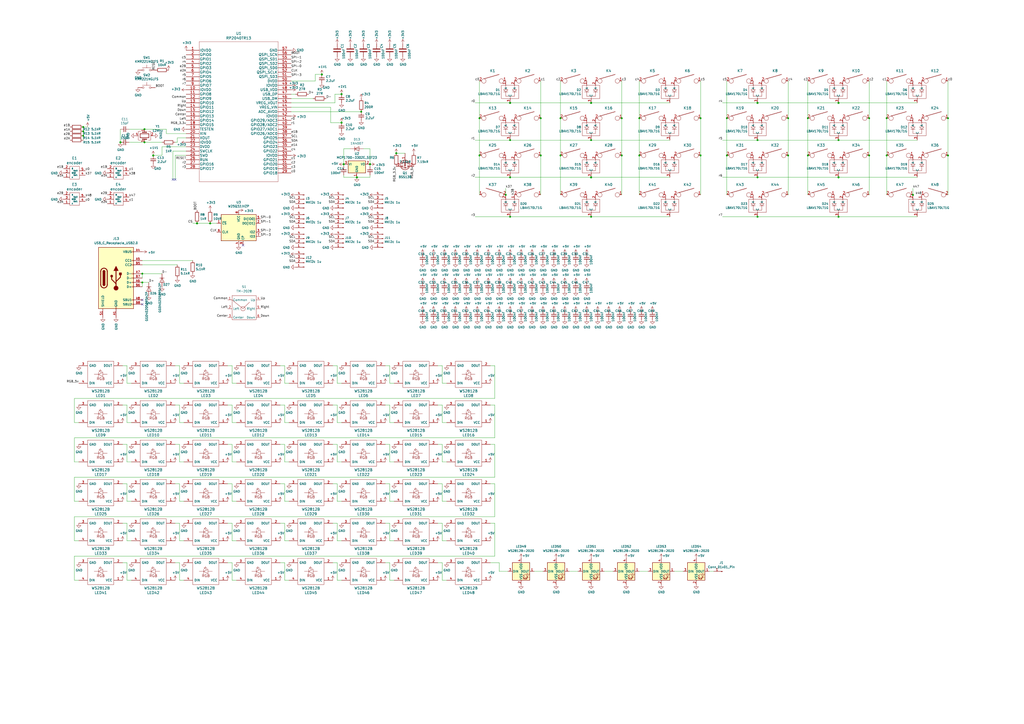
<source format=kicad_sch>
(kicad_sch (version 20231120) (generator "eeschema") (generator_version "8.0")
  (paper "A2")
  (lib_symbols
    (symbol "Connector:Conn_01x01_Pin" (pin_names (offset 1.016) hide)
      (property "Reference" "J" (at 0 2.54 0))
      (property "Value" "Conn_01x01_Pin" (at 0 -2.54 0))
      (symbol "Conn_01x01_Pin_1_1"
        (pin passive line (at 5.08 0 180) (length 3.81) (name "Pin_1") (number "1"))
      )
    )
    (symbol "Connector:Conn_01x04_Male" (pin_names (offset 1.016) hide)
      (property "Reference" "J" (at 0 5.08 0))
      (property "Value" "Conn_01x04_Male" (at 0 -7.62 0))
      (symbol "Conn_01x04_Male_1_1"
        (pin passive line (at 5.08 2.54 180) (length 3.81) (name "Pin_1") (number "1"))
        (pin passive line (at 5.08 0 180) (length 3.81) (name "Pin_2") (number "2"))
        (pin passive line (at 5.08 -2.54 180) (length 3.81) (name "Pin_3") (number "3"))
        (pin passive line (at 5.08 -5.08 180) (length 3.81) (name "Pin_4") (number "4"))
      )
    )
    (symbol "Connector:USB_C_Receptacle_USB2.0" (pin_names (offset 1.016))
      (property "Reference" "J" (at -10.16 19.05 0))
      (property "Value" "USB_C_Receptacle_USB2.0" (at 19.05 19.05 0))
      (symbol "USB_C_Receptacle_USB2.0_1_1"
        (pin passive line (at 0 -22.86 90) (length 5.08) (name "GND") (number "A1"))
        (pin passive line (at 0 -22.86 90) (length 5.08) hide (name "GND") (number "A12"))
        (pin passive line (at 15.24 15.24 180) (length 5.08) (name "VBUS") (number "A4"))
        (pin bidirectional line (at 15.24 10.16 180) (length 5.08) (name "CC1") (number "A5"))
        (pin bidirectional line (at 15.24 -2.54 180) (length 5.08) (name "D+") (number "A6"))
        (pin bidirectional line (at 15.24 2.54 180) (length 5.08) (name "D-") (number "A7"))
        (pin bidirectional line (at 15.24 -12.7 180) (length 5.08) (name "SBU1") (number "A8"))
        (pin passive line (at 15.24 15.24 180) (length 5.08) hide (name "VBUS") (number "A9"))
        (pin passive line (at 0 -22.86 90) (length 5.08) hide (name "GND") (number "B1"))
        (pin passive line (at 0 -22.86 90) (length 5.08) hide (name "GND") (number "B12"))
        (pin passive line (at 15.24 15.24 180) (length 5.08) hide (name "VBUS") (number "B4"))
        (pin bidirectional line (at 15.24 7.62 180) (length 5.08) (name "CC2") (number "B5"))
        (pin bidirectional line (at 15.24 -5.08 180) (length 5.08) (name "D+") (number "B6"))
        (pin bidirectional line (at 15.24 0 180) (length 5.08) (name "D-") (number "B7"))
        (pin bidirectional line (at 15.24 -15.24 180) (length 5.08) (name "SBU2") (number "B8"))
        (pin passive line (at 15.24 15.24 180) (length 5.08) hide (name "VBUS") (number "B9"))
        (pin passive line (at -7.62 -22.86 90) (length 5.08) (name "SHIELD") (number "S1"))
      )
    )
    (symbol "Device:C" (pin_numbers hide) (pin_names (offset 0.254))
      (property "Reference" "C" (at 0.635 2.54 0))
      (property "Value" "C" (at 0.635 -2.54 0))
      (symbol "C_1_1"
        (pin passive line (at 0 3.81 270) (length 2.794) (name "~") (number "1"))
        (pin passive line (at 0 -3.81 90) (length 2.794) (name "~") (number "2"))
      )
    )
    (symbol "Device:C_Small" (pin_numbers hide) (pin_names (offset 0.254) hide)
      (property "Reference" "C" (at 0.254 1.778 0))
      (property "Value" "C_Small" (at 0.254 -2.032 0))
      (symbol "C_Small_1_1"
        (pin passive line (at 0 2.54 270) (length 2.032) (name "~") (number "1"))
        (pin passive line (at 0 -2.54 90) (length 2.032) (name "~") (number "2"))
      )
    )
    (symbol "Device:Crystal_GND24" (pin_names (offset 1.016) hide)
      (property "Reference" "Y" (at 3.175 5.08 0))
      (property "Value" "Crystal_GND24" (at 3.175 3.175 0))
      (symbol "Crystal_GND24_1_1"
        (pin passive line (at -3.81 0 0) (length 1.27) (name "1") (number "1"))
        (pin passive line (at 0 5.08 270) (length 1.27) (name "2") (number "2"))
        (pin passive line (at 3.81 0 180) (length 1.27) (name "3") (number "3"))
        (pin passive line (at 0 -5.08 90) (length 1.27) (name "4") (number "4"))
      )
    )
    (symbol "Device:D" (pin_numbers hide) (pin_names (offset 1.016) hide)
      (property "Reference" "D" (at 0 2.54 0))
      (property "Value" "D" (at 0 -2.54 0))
      (symbol "D_1_1"
        (pin passive line (at -3.81 0 0) (length 2.54) (name "K") (number "1"))
        (pin passive line (at 3.81 0 180) (length 2.54) (name "A") (number "2"))
      )
    )
    (symbol "Device:R" (pin_numbers hide) (pin_names (offset 0))
      (property "Reference" "R" (at 2.032 0 90))
      (property "Value" "R" (at 0 0 90))
      (symbol "R_1_1"
        (pin passive line (at 0 3.81 270) (length 1.27) (name "~") (number "1"))
        (pin passive line (at 0 -3.81 90) (length 1.27) (name "~") (number "2"))
      )
    )
    (symbol "Diode:1N4007" (pin_numbers hide) (pin_names (offset 1.016) hide)
      (property "Reference" "D" (at 0 2.54 0))
      (property "Value" "1N4007" (at 0 -2.54 0))
      (symbol "1N4007_1_1"
        (pin passive line (at -3.81 0 0) (length 2.54) (name "K") (number "1"))
        (pin passive line (at 3.81 0 180) (length 2.54) (name "A") (number "2"))
      )
    )
    (symbol "LED:WS2812B-2020" (pin_names (offset 0.254))
      (property "Reference" "D" (at 5.08 5.715 0))
      (property "Value" "WS2812B-2020" (at 1.27 -5.715 0))
      (symbol "WS2812B-2020_0_0"
        (text "RGB" (at 2.286 -4.191 0) (effects (font (size 0.762 0.762))))
      )
      (symbol "WS2812B-2020_1_1"
        (pin output line (at 7.62 0 180) (length 2.54) (name "DOUT") (number "1"))
        (pin power_in line (at 0 -7.62 90) (length 2.54) (name "VSS") (number "2"))
        (pin input line (at -7.62 0 0) (length 2.54) (name "DIN") (number "3"))
        (pin power_in line (at 0 7.62 270) (length 2.54) (name "VDD") (number "4"))
      )
    )
    (symbol "Legonut_Library:KEYSW" (pin_names (offset 1.016))
      (property "Reference" "K?" (at -1.27 0 0))
      (symbol "KEYSW_1_1"
        (pin passive line (at 7.62 0 180) (length 1.27) (name "~") (number "1"))
        (pin passive line (at -7.62 0 0) (length 1.27) (name "~") (number "2"))
      )
    )
    (symbol "Legonut_Library:LBAV170LT1G" (pin_names (offset 1.016))
      (property "Reference" "D" (at -3.81 6.35 0))
      (property "Value" "LBAV170LT1G" (at 0 -7.62 0))
      (symbol "LBAV170LT1G_1_1"
        (pin input line (at -2.54 -6.35 90) (length 2.54) (name "A") (number "1"))
        (pin input line (at 2.54 -6.35 90) (length 2.54) (name "A") (number "2"))
        (pin input line (at 0 6.35 270) (length 2.54) (name "C") (number "3"))
      )
    )
    (symbol "Legonut_Library:RP2040TR13" (pin_names (offset 0.254))
      (property "Reference" "U" (at 30.48 10.16 0))
      (property "Value" "RP2040TR13" (at 30.48 7.62 0))
      (symbol "RP2040TR13_1_1"
        (pin power_in line (at 0 0 0) (length 7.62) (name "IOVDD") (number "1"))
        (pin power_in line (at 0 -22.86 0) (length 7.62) (name "IOVDD") (number "10"))
        (pin bidirectional line (at 0 -25.4 0) (length 7.62) (name "GPIO8") (number "11"))
        (pin bidirectional line (at 0 -27.94 0) (length 7.62) (name "GPIO9") (number "12"))
        (pin bidirectional line (at 0 -30.48 0) (length 7.62) (name "GPIO10") (number "13"))
        (pin bidirectional line (at 0 -33.02 0) (length 7.62) (name "GPIO11") (number "14"))
        (pin bidirectional line (at 0 -35.56 0) (length 7.62) (name "GPIO12") (number "15"))
        (pin bidirectional line (at 0 -38.1 0) (length 7.62) (name "GPIO13") (number "16"))
        (pin bidirectional line (at 0 -40.64 0) (length 7.62) (name "GPIO14") (number "17"))
        (pin bidirectional line (at 0 -43.18 0) (length 7.62) (name "GPIO15") (number "18"))
        (pin input line (at 0 -45.72 0) (length 7.62) (name "TESTEN") (number "19"))
        (pin bidirectional line (at 0 -2.54 0) (length 7.62) (name "GPIO0") (number "2"))
        (pin unspecified line (at 0 -48.26 0) (length 7.62) (name "XIN") (number "20"))
        (pin unspecified line (at 0 -50.8 0) (length 7.62) (name "XOUT") (number "21"))
        (pin power_in line (at 0 -53.34 0) (length 7.62) (name "IOVDD") (number "22"))
        (pin power_in line (at 0 -55.88 0) (length 7.62) (name "DVDD") (number "23"))
        (pin input line (at 0 -58.42 0) (length 7.62) (name "SWCLK") (number "24"))
        (pin bidirectional line (at 0 -60.96 0) (length 7.62) (name "SWD") (number "25"))
        (pin input line (at 0 -63.5 0) (length 7.62) (name "RUN") (number "26"))
        (pin bidirectional line (at 0 -66.04 0) (length 7.62) (name "GPIO16") (number "27"))
        (pin bidirectional line (at 0 -68.58 0) (length 7.62) (name "GPIO17") (number "28"))
        (pin bidirectional line (at 60.96 -71.12 180) (length 7.62) (name "GPIO18") (number "29"))
        (pin bidirectional line (at 0 -5.08 0) (length 7.62) (name "GPIO1") (number "3"))
        (pin bidirectional line (at 60.96 -68.58 180) (length 7.62) (name "GPIO19") (number "30"))
        (pin bidirectional line (at 60.96 -66.04 180) (length 7.62) (name "GPIO20") (number "31"))
        (pin bidirectional line (at 60.96 -63.5 180) (length 7.62) (name "GPIO21") (number "32"))
        (pin power_in line (at 60.96 -60.96 180) (length 7.62) (name "IOVDD") (number "33"))
        (pin bidirectional line (at 60.96 -58.42 180) (length 7.62) (name "GPIO22") (number "34"))
        (pin bidirectional line (at 60.96 -55.88 180) (length 7.62) (name "GPIO23") (number "35"))
        (pin bidirectional line (at 60.96 -53.34 180) (length 7.62) (name "GPIO24") (number "36"))
        (pin bidirectional line (at 60.96 -50.8 180) (length 7.62) (name "GPIO25") (number "37"))
        (pin bidirectional line (at 60.96 -48.26 180) (length 7.62) (name "GPIO26/ADC0") (number "38"))
        (pin bidirectional line (at 60.96 -45.72 180) (length 7.62) (name "GPIO27/ADC1") (number "39"))
        (pin bidirectional line (at 0 -7.62 0) (length 7.62) (name "GPIO2") (number "4"))
        (pin bidirectional line (at 60.96 -43.18 180) (length 7.62) (name "GPIO28/ADC2") (number "40"))
        (pin bidirectional line (at 60.96 -40.64 180) (length 7.62) (name "GPIO29/ADC3") (number "41"))
        (pin power_in line (at 60.96 -38.1 180) (length 7.62) (name "IOVDD") (number "42"))
        (pin power_in line (at 60.96 -35.56 180) (length 7.62) (name "ADC_AVDD") (number "43"))
        (pin power_in line (at 60.96 -33.02 180) (length 7.62) (name "VREG_VIN") (number "44"))
        (pin output line (at 60.96 -30.48 180) (length 7.62) (name "VREG_VOUT") (number "45"))
        (pin bidirectional line (at 60.96 -27.94 180) (length 7.62) (name "USB_DM") (number "46"))
        (pin bidirectional line (at 60.96 -25.4 180) (length 7.62) (name "USB_DP") (number "47"))
        (pin power_in line (at 60.96 -22.86 180) (length 7.62) (name "USB_VDD") (number "48"))
        (pin power_in line (at 60.96 -20.32 180) (length 7.62) (name "IOVDD") (number "49"))
        (pin bidirectional line (at 0 -10.16 0) (length 7.62) (name "GPIO3") (number "5"))
        (pin power_in line (at 60.96 -17.78 180) (length 7.62) (name "DVDD") (number "50"))
        (pin bidirectional line (at 60.96 -15.24 180) (length 7.62) (name "QSPI_SD3") (number "51"))
        (pin bidirectional line (at 60.96 -12.7 180) (length 7.62) (name "QSPI_SCLK") (number "52"))
        (pin bidirectional line (at 60.96 -10.16 180) (length 7.62) (name "QSPI_SD0") (number "53"))
        (pin bidirectional line (at 60.96 -7.62 180) (length 7.62) (name "QSPI_SD2") (number "54"))
        (pin bidirectional line (at 60.96 -5.08 180) (length 7.62) (name "QSPI_SD1") (number "55"))
        (pin bidirectional line (at 60.96 -2.54 180) (length 7.62) (name "QSPI_SCN") (number "56"))
        (pin power_in line (at 60.96 0 180) (length 7.62) (name "GND") (number "57"))
        (pin bidirectional line (at 0 -12.7 0) (length 7.62) (name "GPIO4") (number "6"))
        (pin bidirectional line (at 0 -15.24 0) (length 7.62) (name "GPIO5") (number "7"))
        (pin bidirectional line (at 0 -17.78 0) (length 7.62) (name "GPIO6") (number "8"))
        (pin bidirectional line (at 0 -20.32 0) (length 7.62) (name "GPIO7") (number "9"))
      )
    )
    (symbol "Legonut_Library:TM-2028"
      (property "Reference" "S" (at 0 8.89 0))
      (property "Value" "TM-2028" (at 0 -7.62 0))
      (symbol "TM-2028_1_1"
        (pin input line (at -11.43 5.08 0) (length 2.54) (name "Common") (number "1"))
        (pin input line (at -11.43 0 0) (length 2.54) (name "Left") (number "2"))
        (pin input line (at -11.43 -5.08 0) (length 2.54) (name "Center") (number "3"))
        (pin input line (at 7.62 5.08 180) (length 2.54) (name "Up") (number "4"))
        (pin input line (at 7.62 0 180) (length 2.54) (name "Right") (number "5"))
        (pin input line (at 7.62 -5.08 180) (length 2.54) (name "Down") (number "6"))
      )
    )
    (symbol "Legonut_Library:WS2812B" (pin_names (offset 1.016))
      (property "Reference" "LED" (at 0 -10.16 0))
      (property "Value" "WS2812B" (at 0 10.16 0))
      (symbol "WS2812B_0_0"
        (text "RGB" (at 0 2.54 0) (effects (font (size 1.524 1.524))))
      )
      (symbol "WS2812B_1_1"
        (pin power_in line (at -12.7 5.08 0) (length 5.0038) (name "VCC") (number "1"))
        (pin output line (at -12.7 -5.08 0) (length 5.0038) (name "DOUT") (number "2"))
        (pin power_in line (at 12.7 -5.08 180) (length 5.0038) (name "GND") (number "3"))
        (pin input line (at 12.7 5.08 180) (length 5.0038) (name "DIN") (number "4"))
      )
    )
    (symbol "Legonut_Library:encoder" (pin_names (offset 1.016))
      (property "Reference" "E" (at 0 4.826 0))
      (property "Value" "encoder" (at 0 -4.826 0))
      (symbol "encoder_0_1"
        (pin input line (at 6.35 -2.54 180) (length 3.683) (name "B") (number "2"))
      )
      (symbol "encoder_1_1"
        (pin input line (at 6.35 2.54 180) (length 3.683) (name "A") (number "1"))
        (pin input line (at 6.35 0 180) (length 3.683) (name "GND") (number "3"))
        (pin input line (at -6.35 1.27 0) (length 3.429) (name "SW1") (number "4"))
        (pin input line (at -6.35 -1.27 0) (length 3.429) (name "SW2") (number "5"))
      )
    )
    (symbol "Memory_Flash:W25Q32JVZP"
      (property "Reference" "U" (at -8.89 8.89 0))
      (property "Value" "W25Q32JVZP" (at 7.62 8.89 0))
      (symbol "W25Q32JVZP_1_1"
        (pin input line (at -12.7 2.54 0) (length 2.54) (name "~{CS}") (number "1"))
        (pin bidirectional line (at 12.7 2.54 180) (length 2.54) (name "DO(IO1)") (number "2"))
        (pin bidirectional line (at 12.7 -2.54 180) (length 2.54) (name "IO2") (number "3"))
        (pin power_in line (at 0 -10.16 90) (length 2.54) (name "GND") (number "4"))
        (pin bidirectional line (at 12.7 5.08 180) (length 2.54) (name "DI(IO0)") (number "5"))
        (pin input line (at -12.7 -2.54 0) (length 2.54) (name "CLK") (number "6"))
        (pin bidirectional line (at 12.7 -5.08 180) (length 2.54) (name "IO3") (number "7"))
        (pin power_in line (at 0 10.16 270) (length 2.54) (name "VCC") (number "8"))
        (pin passive line (at 2.54 -10.16 90) (length 2.54) (name "EP") (number "9"))
      )
    )
    (symbol "Regulator_Linear:MCP1700-3302E_SOT23" (pin_names (offset 0.254))
      (property "Reference" "U" (at -3.81 3.175 0))
      (property "Value" "MCP1700-3302E_SOT23" (at 0 3.175 0))
      (symbol "MCP1700-3302E_SOT23_1_1"
        (pin power_in line (at 0 -7.62 90) (length 2.54) (name "GND") (number "1"))
        (pin power_out line (at 7.62 0 180) (length 2.54) (name "VO") (number "2"))
        (pin power_in line (at -7.62 0 0) (length 2.54) (name "VI") (number "3"))
      )
    )
    (symbol "Switch:SW_Push" (pin_numbers hide) (pin_names (offset 1.016) hide)
      (property "Reference" "SW" (at 1.27 2.54 0))
      (property "Value" "SW_Push" (at 0 -1.524 0))
      (symbol "SW_Push_0_1"
        (pin passive line (at -5.08 0 0) (length 2.54) (name "1") (number "1"))
        (pin passive line (at 5.08 0 180) (length 2.54) (name "2") (number "2"))
      )
    )
    (symbol "Transistor_FET:BSS138" (pin_names (offset 0) hide)
      (property "Reference" "Q" (at 5.08 1.905 0))
      (property "Value" "BSS138" (at 5.08 0 0))
      (symbol "BSS138_1_1"
        (pin input line (at -5.08 0 0) (length 5.334) (name "G") (number "1"))
        (pin passive line (at 2.54 -5.08 90) (length 2.54) (name "S") (number "2"))
        (pin passive line (at 2.54 5.08 270) (length 2.54) (name "D") (number "3"))
      )
    )
    (symbol "power:+1V1" (power) (pin_names (offset 0))
      (property "Value" "+1V1" (at 0 3.556 0))
      (symbol "+1V1_1_1"
        (pin power_in line (at 0 0 90) (length 0) hide (name "+1V1") (number "1"))
      )
    )
    (symbol "power:+3.3V" (power) (pin_names (offset 0))
      (property "Value" "+3.3V" (at 0 3.556 0))
      (symbol "+3.3V_1_1"
        (pin power_in line (at 0 0 90) (length 0) hide (name "+3V3") (number "1"))
      )
    )
    (symbol "power:+5V" (power) (pin_names (offset 0))
      (property "Value" "+5V" (at 0 3.556 0))
      (symbol "+5V_1_1"
        (pin power_in line (at 0 0 90) (length 0) hide (name "+5V") (number "1"))
      )
    )
    (symbol "power:GND" (power) (pin_names (offset 0))
      (property "Value" "GND" (at 0 -3.81 0))
      (symbol "GND_1_1"
        (pin power_in line (at 0 0 270) (length 0) hide (name "GND") (number "1"))
      )
    )
  )
  (junction (at 486.41 102.87) (diameter 1.016))
  (junction (at 207.01 102.87) (diameter 1.016))
  (junction (at 313.69 68.58))
  (junction (at 421.64 90.17))
  (junction (at 406.4 90.17))
  (junction (at 486.41 81.28))
  (junction (at 69.85 82.55) (diameter 1.016))
  (junction (at 439.42 102.87))
  (junction (at 504.19 90.17))
  (junction (at 529.59 113.03))
  (junction (at 295.91 81.28))
  (junction (at 468.63 90.17))
  (junction (at 214.63 95.25) (diameter 1.016))
  (junction (at 342.9 81.28))
  (junction (at 48.26 78.74))
  (junction (at 360.68 68.58))
  (junction (at 457.2 90.17))
  (junction (at 278.13 90.17))
  (junction (at 468.63 68.58))
  (junction (at 421.64 68.58))
  (junction (at 370.84 90.17))
  (junction (at 295.91 102.87))
  (junction (at 342.9 102.87) (diameter 1.016))
  (junction (at 186.69 43.18) (diameter 1.016))
  (junction (at 48.26 76.2))
  (junction (at 325.12 90.17))
  (junction (at 342.9 125.73))
  (junction (at 198.12 54.61) (diameter 1.016))
  (junction (at 406.4 68.58))
  (junction (at 198.12 71.12) (diameter 1.016))
  (junction (at 439.42 59.69) (diameter 1.016))
  (junction (at 83.82 82.55))
  (junction (at 83.82 74.93))
  (junction (at 82.55 158.75))
  (junction (at 325.12 68.58))
  (junction (at 514.35 90.17))
  (junction (at 48.26 73.66))
  (junction (at 295.91 59.69) (diameter 1.016))
  (junction (at 549.91 90.17))
  (junction (at 486.41 59.69) (diameter 1.016))
  (junction (at 439.42 81.28))
  (junction (at 278.13 68.58))
  (junction (at 88.9 90.17) (diameter 1.016))
  (junction (at 360.68 90.17))
  (junction (at 121.92 129.54) (diameter 1.016))
  (junction (at 229.87 88.9) (diameter 1.016))
  (junction (at 199.39 95.25) (diameter 1.016))
  (junction (at 114.3 129.54) (diameter 1.016))
  (junction (at 293.37 113.03))
  (junction (at 370.84 68.58))
  (junction (at 342.9 59.69) (diameter 1.016))
  (junction (at 457.2 68.58))
  (junction (at 504.19 68.58))
  (junction (at 439.42 125.73))
  (junction (at 549.91 68.58))
  (junction (at 514.35 68.58))
  (junction (at 295.91 125.73))
  (junction (at 486.41 125.73))
  (junction (at 82.55 163.83))
  (junction (at 209.55 64.77))
  (junction (at 313.69 90.17))
  (no_connect (at 82.55 173.99))
  (no_connect (at 101.6 104.14))
  (no_connect (at 100.33 104.14))
  (no_connect (at 140.97 142.24))
  (no_connect (at 82.55 176.53))
  (wire (pts (xy 134.62 267.97) (xy 134.62 257.81)))
  (wire (pts (xy 167.64 222.25) (xy 165.1 222.25)))
  (wire (pts (xy 256.54 303.53) (xy 256.54 313.69)))
  (wire (pts (xy 134.62 290.83) (xy 134.62 280.67)))
  (wire (pts (xy 104.14 257.81) (xy 101.6 257.81)))
  (wire (pts (xy 214.63 101.6) (xy 214.63 102.87)))
  (wire (pts (xy 137.16 313.69) (xy 134.62 313.69)))
  (wire (pts (xy 275.59 125.73) (xy 295.91 125.73)))
  (wire (pts (xy 256.54 267.97) (xy 259.08 267.97)))
  (wire (pts (xy 167.64 245.11) (xy 165.1 245.11)))
  (wire (pts (xy 256.54 234.95) (xy 256.54 245.11)))
  (wire (pts (xy 134.62 303.53) (xy 132.08 303.53)))
  (wire (pts (xy 165.1 313.69) (xy 165.1 303.53)))
  (wire (pts (xy 73.66 212.09) (xy 71.12 212.09)))
  (wire (pts (xy 226.06 212.09) (xy 223.52 212.09)))
  (wire (pts (xy 168.91 64.77) (xy 209.55 64.77)))
  (wire (pts (xy 73.66 326.39) (xy 71.12 326.39)))
  (wire (pts (xy 168.91 59.69) (xy 194.31 59.69)))
  (wire (pts (xy 104.14 234.95) (xy 101.6 234.95)))
  (wire (pts (xy 195.58 313.69) (xy 195.58 303.53)))
  (wire (pts (xy 194.31 59.69) (xy 194.31 54.61)))
  (wire (pts (xy 76.2 290.83) (xy 73.66 290.83)))
  (wire (pts (xy 486.41 125.73) (xy 532.13 125.73)))
  (wire (pts (xy 73.66 234.95) (xy 71.12 234.95)))
  (wire (pts (xy 254 326.39) (xy 256.54 326.39)))
  (wire (pts (xy 198.12 222.25) (xy 195.58 222.25)))
  (wire (pts (xy 167.64 336.55) (xy 165.1 336.55)))
  (wire (pts (xy 360.68 46.99) (xy 360.68 68.58)))
  (wire (pts (xy 195.58 257.81) (xy 193.04 257.81)))
  (wire (pts (xy 73.66 313.69) (xy 73.66 303.53)))
  (wire (pts (xy 199.39 101.6) (xy 199.39 102.87)))
  (wire (pts (xy 195.58 290.83) (xy 195.58 280.67)))
  (wire (pts (xy 226.06 313.69) (xy 226.06 303.53)))
  (wire (pts (xy 69.85 74.93) (xy 69.85 82.55)))
  (wire (pts (xy 134.62 257.81) (xy 132.08 257.81)))
  (wire (pts (xy 294.64 331.47) (xy 289.56 331.47)))
  (wire (pts (xy 137.16 222.25) (xy 134.62 222.25)))
  (wire (pts (xy 226.06 222.25) (xy 226.06 212.09)))
  (wire (pts (xy 388.62 102.87) (xy 342.9 102.87)))
  (wire (pts (xy 83.82 82.55) (xy 93.98 82.55)))
  (wire (pts (xy 226.06 290.83) (xy 226.06 280.67)))
  (wire (pts (xy 287.02 257.81) (xy 284.48 257.81)))
  (wire (pts (xy 254 257.81) (xy 256.54 257.81)))
  (wire (pts (xy 214.63 95.25) (xy 214.63 96.52)))
  (wire (pts (xy 287.02 276.86) (xy 43.18 276.86)))
  (wire (pts (xy 167.64 267.97) (xy 165.1 267.97)))
  (wire (pts (xy 48.26 76.2) (xy 48.26 73.66)))
  (wire (pts (xy 486.41 81.28) (xy 532.13 81.28)))
  (wire (pts (xy 406.4 46.99) (xy 406.4 68.58)))
  (wire (pts (xy 287.02 212.09) (xy 287.02 231.14)))
  (wire (pts (xy 421.64 90.17) (xy 421.64 113.03)))
  (wire (pts (xy 421.64 46.99) (xy 421.64 68.58)))
  (wire (pts (xy 256.54 313.69) (xy 259.08 313.69)))
  (wire (pts (xy 82.55 153.67) (xy 102.87 153.67)))
  (wire (pts (xy 165.1 234.95) (xy 162.56 234.95)))
  (wire (pts (xy 419.1 81.28) (xy 439.42 81.28)))
  (wire (pts (xy 43.18 290.83) (xy 45.72 290.83)))
  (wire (pts (xy 287.02 254) (xy 287.02 234.95)))
  (wire (pts (xy 228.6 290.83) (xy 226.06 290.83)))
  (wire (pts (xy 107.95 87.63) (xy 100.33 87.63)))
  (wire (pts (xy 43.18 276.86) (xy 43.18 290.83)))
  (wire (pts (xy 198.12 267.97) (xy 195.58 267.97)))
  (wire (pts (xy 256.54 222.25) (xy 259.08 222.25)))
  (wire (pts (xy 486.41 59.69) (xy 532.13 59.69)))
  (wire (pts (xy 198.12 336.55) (xy 195.58 336.55)))
  (wire (pts (xy 549.91 46.99) (xy 549.91 68.58)))
  (wire (pts (xy 439.42 59.69) (xy 486.41 59.69)))
  (wire (pts (xy 165.1 212.09) (xy 162.56 212.09)))
  (wire (pts (xy 106.68 336.55) (xy 104.14 336.55)))
  (wire (pts (xy 504.19 90.17) (xy 504.19 113.03)))
  (wire (pts (xy 256.54 257.81) (xy 256.54 267.97)))
  (wire (pts (xy 74.93 82.55) (xy 83.82 82.55)))
  (wire (pts (xy 468.63 46.99) (xy 468.63 68.58)))
  (wire (pts (xy 168.91 54.61) (xy 171.45 54.61)))
  (wire (pts (xy 104.14 313.69) (xy 104.14 303.53)))
  (wire (pts (xy 419.1 125.73) (xy 439.42 125.73)))
  (wire (pts (xy 287.02 276.86) (xy 287.02 257.81)))
  (wire (pts (xy 287.02 254) (xy 43.18 254)))
  (wire (pts (xy 165.1 326.39) (xy 162.56 326.39)))
  (wire (pts (xy 165.1 222.25) (xy 165.1 212.09)))
  (wire (pts (xy 254 280.67) (xy 256.54 280.67)))
  (wire (pts (xy 104.14 245.11) (xy 104.14 234.95)))
  (wire (pts (xy 256.54 245.11) (xy 259.08 245.11)))
  (wire (pts (xy 198.12 290.83) (xy 195.58 290.83)))
  (wire (pts (xy 102.87 82.55) (xy 101.6 82.55)))
  (wire (pts (xy 287.02 322.58) (xy 287.02 303.53)))
  (wire (pts (xy 107.95 80.01) (xy 102.87 80.01)))
  (wire (pts (xy 83.82 74.93) (xy 96.52 74.93)))
  (wire (pts (xy 342.9 59.69) (xy 388.62 59.69)))
  (wire (pts (xy 104.14 326.39) (xy 101.6 326.39)))
  (wire (pts (xy 134.62 212.09) (xy 132.08 212.09)))
  (wire (pts (xy 134.62 245.11) (xy 134.62 234.95)))
  (wire (pts (xy 165.1 257.81) (xy 162.56 257.81)))
  (wire (pts (xy 137.16 290.83) (xy 134.62 290.83)))
  (wire (pts (xy 256.54 336.55) (xy 259.08 336.55)))
  (wire (pts (xy 86.36 163.83) (xy 82.55 163.83)))
  (wire (pts (xy 360.68 68.58) (xy 360.68 90.17)))
  (wire (pts (xy 106.68 245.11) (xy 104.14 245.11)))
  (wire (pts (xy 228.6 336.55) (xy 226.06 336.55)))
  (wire (pts (xy 549.91 68.58) (xy 549.91 90.17)))
  (wire (pts (xy 104.14 212.09) (xy 101.6 212.09)))
  (wire (pts (xy 226.06 267.97) (xy 226.06 257.81)))
  (wire (pts (xy 182.88 46.99) (xy 182.88 43.18)))
  (wire (pts (xy 114.3 129.54) (xy 111.76 129.54)))
  (wire (pts (xy 104.14 280.67) (xy 101.6 280.67)))
  (wire (pts (xy 76.2 336.55) (xy 73.66 336.55)))
  (wire (pts (xy 195.58 303.53) (xy 193.04 303.53)))
  (wire (pts (xy 168.91 57.15) (xy 181.61 57.15)))
  (wire (pts (xy 165.1 245.11) (xy 165.1 234.95)))
  (wire (pts (xy 457.2 46.99) (xy 457.2 68.58)))
  (wire (pts (xy 107.95 90.17) (xy 101.6 90.17)))
  (wire (pts (xy 104.14 222.25) (xy 104.14 212.09)))
  (wire (pts (xy 93.98 90.17) (xy 88.9 90.17)))
  (wire (pts (xy 165.1 280.67) (xy 162.56 280.67)))
  (wire (pts (xy 195.58 245.11) (xy 195.58 234.95)))
  (wire (pts (xy 43.18 254) (xy 43.18 267.97)))
  (wire (pts (xy 106.68 313.69) (xy 104.14 313.69)))
  (wire (pts (xy 167.64 290.83) (xy 165.1 290.83)))
  (wire (pts (xy 468.63 68.58) (xy 468.63 90.17)))
  (wire (pts (xy 76.2 222.25) (xy 73.66 222.25)))
  (wire (pts (xy 228.6 313.69) (xy 226.06 313.69)))
  (wire (pts (xy 198.12 313.69) (xy 195.58 313.69)))
  (wire (pts (xy 355.6 331.47) (xy 350.52 331.47)))
  (wire (pts (xy 226.06 234.95) (xy 223.52 234.95)))
  (wire (pts (xy 82.55 158.75) (xy 82.55 161.29)))
  (wire (pts (xy 96.52 77.47) (xy 96.52 74.93)))
  (wire (pts (xy 134.62 234.95) (xy 132.08 234.95)))
  (wire (pts (xy 73.66 257.81) (xy 71.12 257.81)))
  (wire (pts (xy 314.96 331.47) (xy 309.88 331.47)))
  (wire (pts (xy 549.91 90.17) (xy 549.91 113.03)))
  (wire (pts (xy 137.16 245.11) (xy 134.62 245.11)))
  (wire (pts (xy 254 234.95) (xy 256.54 234.95)))
  (wire (pts (xy 76.2 245.11) (xy 73.66 245.11)))
  (wire (pts (xy 421.64 68.58) (xy 421.64 90.17)))
  (wire (pts (xy 43.18 231.14) (xy 43.18 245.11)))
  (wire (pts (xy 287.02 299.72) (xy 43.18 299.72)))
  (wire (pts (xy 48.26 73.66) (xy 50.8 73.66)))
  (wire (pts (xy 370.84 46.99) (xy 370.84 68.58)))
  (wire (pts (xy 226.06 257.81) (xy 223.52 257.81)))
  (wire (pts (xy 73.66 280.67) (xy 71.12 280.67)))
  (wire (pts (xy 226.06 336.55) (xy 226.06 326.39)))
  (wire (pts (xy 106.68 267.97) (xy 104.14 267.97)))
  (wire (pts (xy 191.77 71.12) (xy 198.12 71.12)))
  (wire (pts (xy 396.24 331.47) (xy 391.16 331.47)))
  (wire (pts (xy 419.1 59.69) (xy 439.42 59.69)))
  (wire (pts (xy 504.19 68.58) (xy 504.19 90.17)))
  (wire (pts (xy 134.62 326.39) (xy 132.08 326.39)))
  (wire (pts (xy 101.6 90.17) (xy 101.6 104.14)))
  (wire (pts (xy 342.9 125.73) (xy 388.62 125.73)))
  (wire (pts (xy 107.95 77.47) (xy 96.52 77.47)))
  (wire (pts (xy 278.13 68.58) (xy 278.13 90.17)))
  (wire (pts (xy 43.18 313.69) (xy 45.72 313.69)))
  (wire (pts (xy 195.58 222.25) (xy 195.58 212.09)))
  (wire (pts (xy 100.33 87.63) (xy 100.33 104.14)))
  (wire (pts (xy 121.92 129.54) (xy 114.3 129.54)))
  (wire (pts (xy 439.42 102.87) (xy 486.41 102.87)))
  (wire (pts (xy 256.54 280.67) (xy 256.54 290.83)))
  (wire (pts (xy 137.16 336.55) (xy 134.62 336.55)))
  (wire (pts (xy 73.66 267.97) (xy 73.66 257.81)))
  (wire (pts (xy 48.26 78.74) (xy 48.26 76.2)))
  (wire (pts (xy 325.12 90.17) (xy 325.12 113.03)))
  (wire (pts (xy 191.77 62.23) (xy 191.77 71.12)))
  (wire (pts (xy 234.95 88.9) (xy 229.87 88.9)))
  (wire (pts (xy 256.54 290.83) (xy 259.08 290.83)))
  (wire (pts (xy 287.02 280.67) (xy 284.48 280.67)))
  (wire (pts (xy 226.06 303.53) (xy 223.52 303.53)))
  (wire (pts (xy 214.63 102.87) (xy 207.01 102.87)))
  (wire (pts (xy 256.54 326.39) (xy 256.54 336.55)))
  (wire (pts (xy 167.64 313.69) (xy 165.1 313.69)))
  (wire (pts (xy 125.73 129.54) (xy 121.92 129.54)))
  (wire (pts (xy 226.06 326.39) (xy 223.52 326.39)))
  (wire (pts (xy 134.62 222.25) (xy 134.62 212.09)))
  (wire (pts (xy 284.48 212.09) (xy 287.02 212.09)))
  (wire (pts (xy 254 212.09) (xy 256.54 212.09)))
  (wire (pts (xy 199.39 86.36) (xy 203.2 86.36)))
  (wire (pts (xy 165.1 267.97) (xy 165.1 257.81)))
  (wire (pts (xy 195.58 234.95) (xy 193.04 234.95)))
  (wire (pts (xy 165.1 290.83) (xy 165.1 280.67)))
  (wire (pts (xy 514.35 68.58) (xy 514.35 90.17)))
  (wire (pts (xy 406.4 90.17) (xy 406.4 113.03)))
  (wire (pts (xy 360.68 90.17) (xy 360.68 113.03)))
  (wire (pts (xy 194.31 54.61) (xy 198.12 54.61)))
  (wire (pts (xy 195.58 267.97) (xy 195.58 257.81)))
  (wire (pts (xy 514.35 90.17) (xy 514.35 113.03)))
  (wire (pts (xy 43.18 267.97) (xy 45.72 267.97)))
  (wire (pts (xy 439.42 125.73) (xy 486.41 125.73)))
  (wire (pts (xy 198.12 245.11) (xy 195.58 245.11)))
  (wire (pts (xy 106.68 290.83) (xy 104.14 290.83)))
  (wire (pts (xy 165.1 336.55) (xy 165.1 326.39)))
  (wire (pts (xy 254 303.53) (xy 256.54 303.53)))
  (wire (pts (xy 104.14 290.83) (xy 104.14 280.67)))
  (wire (pts (xy 195.58 280.67) (xy 193.04 280.67)))
  (wire (pts (xy 228.6 245.11) (xy 226.06 245.11)))
  (wire (pts (xy 134.62 280.67) (xy 132.08 280.67)))
  (wire (pts (xy 325.12 46.99) (xy 325.12 68.58)))
  (wire (pts (xy 419.1 102.87) (xy 439.42 102.87)))
  (wire (pts (xy 106.68 222.25) (xy 104.14 222.25)))
  (wire (pts (xy 411.48 331.47) (xy 414.02 331.47)))
  (wire (pts (xy 76.2 313.69) (xy 73.66 313.69)))
  (wire (pts (xy 76.2 267.97) (xy 73.66 267.97)))
  (wire (pts (xy 134.62 313.69) (xy 134.62 303.53)))
  (wire (pts (xy 199.39 95.25) (xy 199.39 86.36)))
  (wire (pts (xy 73.66 245.11) (xy 73.66 234.95)))
  (wire (pts (xy 107.95 85.09) (xy 93.98 85.09)))
  (wire (pts (xy 82.55 163.83) (xy 82.55 166.37)))
  (wire (pts (xy 287.02 322.58) (xy 43.18 322.58)))
  (wire (pts (xy 195.58 336.55) (xy 195.58 326.39)))
  (wire (pts (xy 73.66 290.83) (xy 73.66 280.67)))
  (wire (pts (xy 182.88 43.18) (xy 186.69 43.18)))
  (wire (pts (xy 43.18 245.11) (xy 45.72 245.11)))
  (wire (pts (xy 93.98 158.75) (xy 82.55 158.75)))
  (wire (pts (xy 457.2 68.58) (xy 457.2 90.17)))
  (wire (pts (xy 168.91 62.23) (xy 191.77 62.23)))
  (wire (pts (xy 278.13 46.99) (xy 278.13 68.58)))
  (wire (pts (xy 287.02 299.72) (xy 287.02 280.67)))
  (wire (pts (xy 370.84 68.58) (xy 370.84 90.17)))
  (wire (pts (xy 375.92 331.47) (xy 370.84 331.47)))
  (wire (pts (xy 439.42 81.28) (xy 486.41 81.28)))
  (wire (pts (xy 335.28 331.47) (xy 330.2 331.47)))
  (wire (pts (xy 313.69 68.58) (xy 313.69 90.17)))
  (wire (pts (xy 275.59 102.87) (xy 295.91 102.87)))
  (wire (pts (xy 43.18 299.72) (xy 43.18 313.69)))
  (wire (pts (xy 226.06 245.11) (xy 226.06 234.95)))
  (wire (pts (xy 313.69 90.17) (xy 313.69 113.03)))
  (wire (pts (xy 370.84 90.17) (xy 370.84 113.03)))
  (wire (pts (xy 457.2 90.17) (xy 457.2 113.03)))
  (wire (pts (xy 295.91 59.69) (xy 342.9 59.69)))
  (wire (pts (xy 295.91 81.28) (xy 342.9 81.28)))
  (wire (pts (xy 168.91 46.99) (xy 182.88 46.99)))
  (wire (pts (xy 134.62 336.55) (xy 134.62 326.39)))
  (wire (pts (xy 514.35 46.99) (xy 514.35 68.58)))
  (wire (pts (xy 287.02 234.95) (xy 284.48 234.95)))
  (wire (pts (xy 82.55 151.13) (xy 111.76 151.13)))
  (wire (pts (xy 43.18 322.58) (xy 43.18 336.55)))
  (wire (pts (xy 104.14 336.55) (xy 104.14 326.39)))
  (wire (pts (xy 199.39 102.87) (xy 207.01 102.87)))
  (wire (pts (xy 73.66 336.55) (xy 73.66 326.39)))
  (wire (pts (xy 74.93 74.93) (xy 83.82 74.93)))
  (wire (pts (xy 195.58 212.09) (xy 193.04 212.09)))
  (wire (pts (xy 295.91 125.73) (xy 342.9 125.73)))
  (wire (pts (xy 529.59 109.22) (xy 529.59 113.03)))
  (wire (pts (xy 48.26 81.28) (xy 48.26 78.74)))
  (wire (pts (xy 468.63 90.17) (xy 468.63 113.03)))
  (wire (pts (xy 342.9 81.28) (xy 388.62 81.28)))
  (wire (pts (xy 406.4 68.58) (xy 406.4 90.17)))
  (wire (pts (xy 287.02 303.53) (xy 284.48 303.53)))
  (wire (pts (xy 289.56 331.47) (xy 289.56 326.39)))
  (wire (pts (xy 73.66 222.25) (xy 73.66 212.09)))
  (wire (pts (xy 313.69 46.99) (xy 313.69 68.58)))
  (wire (pts (xy 102.87 80.01) (xy 102.87 82.55)))
  (wire (pts (xy 137.16 267.97) (xy 134.62 267.97)))
  (wire (pts (xy 325.12 68.58) (xy 325.12 90.17)))
  (wire (pts (xy 214.63 95.25) (xy 214.63 86.36)))
  (wire (pts (xy 226.06 280.67) (xy 223.52 280.67)))
  (wire (pts (xy 104.14 267.97) (xy 104.14 257.81)))
  (wire (pts (xy 43.18 336.55) (xy 45.72 336.55)))
  (wire (pts (xy 73.66 303.53) (xy 71.12 303.53)))
  (wire (pts (xy 275.59 81.28) (xy 295.91 81.28)))
  (wire (pts (xy 228.6 267.97) (xy 226.06 267.97)))
  (wire (pts (xy 199.39 95.25) (xy 199.39 96.52)))
  (wire (pts (xy 104.14 303.53) (xy 101.6 303.53)))
  (wire (pts (xy 93.98 85.09) (xy 93.98 90.17)))
  (wire (pts (xy 195.58 326.39) (xy 193.04 326.39)))
  (wire (pts (xy 256.54 212.09) (xy 256.54 222.25)))
  (wire (pts (xy 275.59 59.69) (xy 295.91 59.69)))
  (wire (pts (xy 295.91 102.87) (xy 342.9 102.87)))
  (wire (pts (xy 293.37 109.22) (xy 293.37 113.03)))
  (wire (pts (xy 532.13 102.87) (xy 486.41 102.87)))
  (wire (pts (xy 165.1 303.53) (xy 162.56 303.53)))
  (wire (pts (xy 214.63 86.36) (xy 210.82 86.36)))
  (wire (pts (xy 284.48 326.39) (xy 289.56 326.39)))
  (wire (pts (xy 228.6 222.25) (xy 226.06 222.25)))
  (wire (pts (xy 504.19 46.99) (xy 504.19 68.58)))
  (wire (pts (xy 287.02 231.14) (xy 43.18 231.14)))
  (wire (pts (xy 278.13 90.17) (xy 278.13 113.03)))
  (label "e1A" (at 168.91 85.09 0))
  (label "r5" (at 419.1 81.28 180))
  (label "c4" (at 370.84 46.99 180))
  (label "CLK" (at 168.91 41.91 0))
  (label "r0" (at 168.91 69.85 0))
  (label "k38" (at 298.45 113.03 90))
  (label "c4" (at 457.2 46.99 0))
  (label "SCL" (at 171.45 127 180))
  (label "e1B" (at 40.64 73.66 180))
  (label "r7" (at 419.1 125.73 180))
  (label "RGB_3.3v" (at 107.95 72.39 180))
  (label "SDA" (at 171.45 140.97 180))
  (label "CLK" (at 125.73 134.62 180))
  (label "e2A" (at 62.23 118.11 180))
  (label "c3" (at 468.63 46.99 180))
  (label "c4" (at 168.91 87.63 0))
  (label "c0" (at 49.53 99.06 0))
  (label "RESET" (at 107.95 92.71 180))
  (label "SDA" (at 171.45 118.11 180))
  (label "SCL" (at 194.31 115.57 180))
  (label "BOOT" (at 114.3 121.92 90))
  (label "SPI-0" (at 151.13 127 0))
  (label "c1" (at 514.35 46.99 180))
  (label "r1" (at 275.59 81.28 180))
  (label "SDA" (at 194.31 140.97 180))
  (label "SCL" (at 168.91 80.01 0))
  (label "SDA" (at 168.91 82.55 0))
  (label "c2" (at 504.19 46.99 0))
  (label "Center" (at 107.95 67.31 180))
  (label "r7" (at 107.95 49.53 180))
  (label "D-" (at 189.23 57.15 0))
  (label "SCL" (at 171.45 138.43 180))
  (label "e1A" (at 36.83 102.87 180))
  (label "RGB_3.3v" (at 229.87 96.52 270))
  (label "BOOT" (at 168.91 31.75 0))
  (label "r3" (at 275.59 125.73 180))
  (label "c1" (at 313.69 46.99 0))
  (label "e2A" (at 36.83 118.11 180))
  (label "r2" (at 107.95 95.25 180))
  (label "e1A" (at 40.64 76.2 180))
  (label "k47" (at 74.93 114.3 0))
  (label "SPI-0" (at 168.91 39.37 0))
  (label "Up" (at 107.95 59.69 180))
  (label "k38" (at 74.93 101.6 0))
  (label "e2B" (at 62.23 113.03 180))
  (label "r2" (at 275.59 102.87 180))
  (label "Down" (at 151.13 184.15 0))
  (label "k48" (at 534.67 113.03 180))
  (label "c1" (at 74.93 116.84 0))
  (label "Left" (at 132.08 179.07 180))
  (label "SDA" (at 217.17 118.11 180))
  (label "Common" (at 132.08 173.99 180))
  (label "SPI-1" (at 168.91 34.29 0))
  (label "SDA" (at 171.45 129.54 180))
  (label "e1B" (at 36.83 97.79 180))
  (label "Right" (at 107.95 62.23 180))
  (label "c5" (at 406.4 46.99 0))
  (label "k47" (at 529.59 109.22 0))
  (label "SDA" (at 194.31 129.54 180))
  (label "e2B" (at 40.64 78.74 180))
  (label "SDA" (at 171.45 152.4 180))
  (label "Right" (at 151.13 179.07 0))
  (label "r4" (at 107.95 36.83 180))
  (label "e2A" (at 107.95 41.91 180))
  (label "e1B" (at 168.91 77.47 0))
  (label "Center" (at 132.08 184.15 180))
  (label "c0" (at 168.91 100.33 0))
  (label "c0" (at 549.91 46.99 0))
  (label "Down" (at 107.95 64.77 180))
  (label "SDA" (at 217.17 140.97 180))
  (label "c1" (at 74.93 99.06 0))
  (label "r1" (at 168.91 72.39 0))
  (label "Left" (at 107.95 69.85 180))
  (label "c0" (at 49.53 116.84 0))
  (label "SCL" (at 171.45 149.86 180))
  (label "CS" (at 111.76 129.54 180))
  (label "e2A" (at 40.64 81.28 180))
  (label "SCL" (at 217.17 115.57 180))
  (label "k37" (at 293.37 109.22 0))
  (label "e2B" (at 36.83 113.03 180))
  (label "k37" (at 49.53 101.6 0))
  (label "c3" (at 168.91 97.79 0))
  (label "RGB_5v" (at 45.72 222.25 180))
  (label "r3" (at 107.95 97.79 180))
  (label "SPI-1" (at 151.13 129.54 0))
  (label "SDA" (at 217.17 129.54 180))
  (label "D-" (at 93.98 158.75 0))
  (label "r5" (at 107.95 44.45 180))
  (label "SCL" (at 194.31 127 180))
  (label "e1A" (at 62.23 102.87 180))
  (label "RESET" (at 90.17 40.64 90))
  (label "D+" (at 86.36 163.83 0))
  (label "c2" (at 325.12 46.99 180))
  (label "c1" (at 168.91 92.71 0))
  (label "r0" (at 275.59 59.69 180))
  (label "c2" (at 168.91 95.25 0))
  (label "RGB_5v" (at 240.03 96.52 270))
  (label "c3" (at 360.68 46.99 0))
  (label "SPI-2" (at 168.91 36.83 0))
  (label "SCL" (at 171.45 115.57 180))
  (label "Up" (at 151.13 173.99 0))
  (label "SPI-3" (at 168.91 44.45 0))
  (label "c0" (at 278.13 46.99 180))
  (label "SPI-2" (at 151.13 134.62 0))
  (label "r4" (at 419.1 59.69 180))
  (label "SDA" (at 194.31 118.11 180))
  (label "Common" (at 107.95 57.15 180))
  (label "SCL" (at 194.31 138.43 180))
  (label "r6" (at 107.95 46.99 180))
  (label "BOOT" (at 90.17 50.8 0))
  (label "SCL" (at 217.17 138.43 180))
  (label "k48" (at 49.53 114.3 0))
  (label "e2B" (at 107.95 39.37 180))
  (label "e1B" (at 62.23 97.79 180))
  (label "D+" (at 179.07 54.61 0))
  (label "r6" (at 419.1 102.87 180))
  (label "c5" (at 107.95 34.29 180))
  (label "c5" (at 421.64 46.99 180))
  (label "SCL" (at 217.17 127 180))
  (label "SPI-3" (at 151.13 137.16 0))
  (symbol (lib_id "Legonut_Library:WS2812B") (at 271.78 240.03 180) (unit 1)
    (property "Reference" "LED16" (at 271.78 252.3998 0) (effects (font (size 1.524 1.524))))
    (property "Value" "WS2812B" (at 271.78 249.7074 0) (effects (font (size 1.524 1.524))))
    (property "Footprint" "Legonut's Library:WS2812-3528-Reversed" (effects (hide yes)))
  )
  (symbol (lib_id "power:+5V") (at 257.81 163.83 0) (unit 1)
    (property "Reference" "#PWR0106" (effects (hide yes)))
    (property "Value" "+5V" (at 258.191 159.4358 0))
  )
  (symbol (lib_id "power:+5V") (at 223.52 267.97 0) (unit 1)
    (property "Reference" "#PWR0218" (effects (hide yes)))
    (property "Value" "+5V" (at 223.901 263.5758 0))
  )
  (symbol (lib_id "Legonut_Library:WS2812B") (at 210.82 331.47 180) (unit 1)
    (property "Reference" "LED46" (at 210.82 343.8398 0) (effects (font (size 1.524 1.524))))
    (property "Value" "WS2812B" (at 210.82 341.1474 0) (effects (font (size 1.524 1.524))))
    (property "Footprint" "Legonut's Library:WS2812-3528-Reversed" (effects (hide yes)))
  )
  (symbol (lib_id "power:+5V") (at 193.04 222.25 0) (unit 1)
    (property "Reference" "#PWR0184" (effects (hide yes)))
    (property "Value" "+5V" (at 193.421 217.8558 0))
  )
  (symbol (lib_id "power:GND") (at 80.01 50.8 0) (unit 1)
    (property "Reference" "#PWR020" (effects (hide yes)))
    (property "Value" "GND" (at 80.137 55.1942 0))
  )
  (symbol (lib_id "Connector:Conn_01x04_Male") (at 222.25 140.97 180) (unit 1)
    (property "Reference" "J11" (at 222.9612 137.9728 0) (effects (justify right)))
    (property "Value" "MKi2c 1u" (at 222.9612 140.2842 0) (effects (justify right)))
    (property "Footprint" "Legonut's Library:MKI2C-1U" (effects (hide yes)))
  )
  (symbol (lib_id "power:GND") (at 102.87 161.29 0) (unit 1)
    (property "Reference" "#PWR0171" (effects (hide yes)))
    (property "Value" "GND" (at 102.997 165.6842 0))
  )
  (symbol (lib_id "Device:C_Small") (at 251.46 166.37 0) (unit 1)
    (property "Reference" "C33" (at 248.92 163.83 0) (effects (justify left)))
    (property "Value" "100nF" (at 254 170.18 90) (effects (justify left)))
    (property "Footprint" "Capacitor_SMD:C_0603_1608Metric" (effects (hide yes)))
  )
  (symbol (lib_id "power:GND") (at 270.51 168.91 0) (unit 1)
    (property "Reference" "#PWR0126" (effects (hide yes)))
    (property "Value" "GND" (at 270.637 173.3042 0))
  )
  (symbol (lib_id "Device:C_Small") (at 209.55 67.31 0) (unit 1)
    (property "Reference" "C9" (at 211.8868 66.1416 0) (effects (justify left)))
    (property "Value" "2.2uF" (at 211.8868 68.453 0) (effects (justify left)))
    (property "Footprint" "Capacitor_SMD:C_0402_1005Metric" (effects (hide yes)))
  )
  (symbol (lib_id "LED:WS2812B-2020") (at 322.58 331.47 0) (unit 1)
    (property "Reference" "LED50" (at 322.58 316.992 0))
    (property "Value" "WS2812B-2020" (at 322.58 319.532 0))
    (property "Footprint" "LED_SMD:LED_WS2812B-2020_PLCC4_2.0x2.0mm" (effects (hide yes)))
    (property "Datasheet" "https://cdn-shop.adafruit.com/product-files/4684/4684_WS2812B-2020_V1.3_EN.pdf" (effects (hide yes)))
    (property "Description" "RGB LED with integrated controller, 2.0 x 2.0 mm, 12 mA" (effects (hide yes)))
  )
  (symbol (lib_id "power:GND") (at 137.16 234.95 0) (unit 1)
    (property "Reference" "#PWR0192" (effects (hide yes)))
    (property "Value" "GND" (at 137.287 239.3442 0))
  )
  (symbol (lib_id "power:GND") (at 107.95 74.93 270) (unit 1)
    (property "Reference" "#PWR029" (effects (hide yes)))
    (property "Value" "GND" (at 104.6988 75.057 90) (effects (justify right)))
  )
  (symbol (lib_id "power:+3.3V") (at 214.63 95.25 270) (unit 1)
    (property "Reference" "#PWR041" (effects (hide yes)))
    (property "Value" "+3V3" (at 217.8812 95.631 90) (effects (justify left)))
  )
  (symbol (lib_id "Device:C_Small") (at 198.12 73.66 0) (unit 1)
    (property "Reference" "C10" (at 200.4568 72.4916 0) (effects (justify left)))
    (property "Value" "2.2uF" (at 200.4568 74.803 0) (effects (justify left)))
    (property "Footprint" "Capacitor_SMD:C_0402_1005Metric" (effects (hide yes)))
  )
  (symbol (lib_id "power:GND") (at 137.16 326.39 0) (unit 1)
    (property "Reference" "#PWR0256" (effects (hide yes)))
    (property "Value" "GND" (at 137.287 330.7842 0))
  )
  (symbol (lib_id "power:GND") (at 45.72 303.53 0) (unit 1)
    (property "Reference" "#PWR0237" (effects (hide yes)))
    (property "Value" "GND" (at 45.847 307.9242 0))
  )
  (symbol (lib_id "power:+5V") (at 340.36 147.32 0) (unit 1)
    (property "Reference" "#PWR085" (effects (hide yes)))
    (property "Value" "+5V" (at 340.741 142.9258 0))
  )
  (symbol (lib_id "Legonut_Library:KEYSW") (at 429.26 68.58 0) (unit 1)
    (property "Reference" "K19" (at 429.26 62.6618 0) (effects (font (size 1.524 1.524))))
    (property "Value" "KEYSW" (effects (hide yes)))
    (property "Footprint" "Legonut's Library:MX-Kailh-Socket" (effects (hide yes)))
  )
  (symbol (lib_id "Legonut_Library:WS2812B") (at 271.78 262.89 180) (unit 1)
    (property "Reference" "LED24" (at 271.78 275.2598 0) (effects (font (size 1.524 1.524))))
    (property "Value" "WS2812B" (at 271.78 272.5674 0) (effects (font (size 1.524 1.524))))
    (property "Footprint" "Legonut's Library:WS2812-3528-Reversed" (effects (hide yes)))
  )
  (symbol (lib_id "Legonut_Library:WS2812B") (at 58.42 285.75 180) (unit 1)
    (property "Reference" "LED25" (at 58.42 298.1198 0) (effects (font (size 1.524 1.524))))
    (property "Value" "WS2812B" (at 58.42 295.4274 0) (effects (font (size 1.524 1.524))))
    (property "Footprint" "Legonut's Library:WS2812-3528-Reversed" (effects (hide yes)))
  )
  (symbol (lib_id "power:GND") (at 245.11 152.4 0) (unit 1)
    (property "Reference" "#PWR086" (effects (hide yes)))
    (property "Value" "GND" (at 245.237 156.7942 0))
  )
  (symbol (lib_id "Legonut_Library:WS2812B") (at 271.78 217.17 180) (unit 1)
    (property "Reference" "LED8" (at 271.78 229.5398 0) (effects (font (size 1.524 1.524))))
    (property "Value" "WS2812B" (at 271.78 226.8474 0) (effects (font (size 1.524 1.524))))
    (property "Footprint" "Legonut's Library:WS2812-3528-Reversed" (effects (hide yes)))
  )
  (symbol (lib_id "Device:C_Small") (at 257.81 149.86 0) (unit 1)
    (property "Reference" "C18" (at 255.27 147.32 0) (effects (justify left)))
    (property "Value" "100nF" (at 260.35 153.67 90) (effects (justify left)))
    (property "Footprint" "Capacitor_SMD:C_0603_1608Metric" (effects (hide yes)))
  )
  (symbol (lib_id "power:+3.3V") (at 171.45 113.03 90) (unit 1)
    (property "Reference" "#PWR045" (effects (hide yes)))
    (property "Value" "+3V3" (at 168.1988 112.649 90) (effects (justify left)))
  )
  (symbol (lib_id "Legonut_Library:WS2812B") (at 241.3 331.47 180) (unit 1)
    (property "Reference" "LED47" (at 241.3 343.8398 0) (effects (font (size 1.524 1.524))))
    (property "Value" "WS2812B" (at 241.3 341.1474 0) (effects (font (size 1.524 1.524))))
    (property "Footprint" "Legonut's Library:WS2812-3528-Reversed" (effects (hide yes)))
  )
  (symbol (lib_id "power:+5V") (at 254 267.97 0) (unit 1)
    (property "Reference" "#PWR0219" (effects (hide yes)))
    (property "Value" "+5V" (at 254.381 263.5758 0))
  )
  (symbol (lib_id "Legonut_Library:KEYSW") (at 429.26 90.17 0) (unit 1)
    (property "Reference" "K31" (at 429.26 84.2518 0) (effects (font (size 1.524 1.524))))
    (property "Value" "KEYSW" (effects (hide yes)))
    (property "Footprint" "Legonut's Library:MX-Kailh-Socket" (effects (hide yes)))
  )
  (symbol (lib_id "power:+5V") (at 257.81 147.32 0) (unit 1)
    (property "Reference" "#PWR072" (effects (hide yes)))
    (property "Value" "+5V" (at 258.191 142.9258 0))
  )
  (symbol (lib_id "Device:C") (at 226.06 29.21 0) (unit 1)
    (property "Reference" "C5" (at 228.981 28.0416 90) (effects (justify left)))
    (property "Value" "100nF" (at 229.87 34.29 90) (effects (justify left)))
    (property "Footprint" "Capacitor_SMD:C_0402_1005Metric" (effects (hide yes)))
  )
  (symbol (lib_id "Device:C_Small") (at 283.21 166.37 0) (unit 1)
    (property "Reference" "C38" (at 280.67 163.83 0) (effects (justify left)))
    (property "Value" "100nF" (at 285.75 170.18 90) (effects (justify left)))
    (property "Footprint" "Capacitor_SMD:C_0603_1608Metric" (effects (hide yes)))
  )
  (symbol (lib_id "Legonut_Library:LBAV170LT1G") (at 388.62 96.52 0) (mirror x) (unit 1)
    (property "Reference" "D16" (at 382.8288 95.3516 0) (effects (justify right)))
    (property "Value" "LBAV170LT1G" (at 382.8288 97.663 0) (effects (justify right)))
    (property "Footprint" "Legonut's Library:SOT-23-minimal" (effects (hide yes)))
  )
  (symbol (lib_id "power:GND") (at 80.01 40.64 0) (unit 1)
    (property "Reference" "#PWR015" (effects (hide yes)))
    (property "Value" "GND" (at 80.137 45.0342 0))
  )
  (symbol (lib_id "Legonut_Library:LBAV170LT1G") (at 486.41 119.38 0) (mirror x) (unit 1)
    (property "Reference" "D24" (at 480.6188 118.2116 0) (effects (justify right)))
    (property "Value" "LBAV170LT1G" (at 480.6188 120.523 0) (effects (justify right)))
    (property "Footprint" "Legonut's Library:SOT-23-minimal" (effects (hide yes)))
  )
  (symbol (lib_id "Legonut_Library:WS2812B") (at 119.38 240.03 180) (unit 1)
    (property "Reference" "LED11" (at 119.38 252.3998 0) (effects (font (size 1.524 1.524))))
    (property "Value" "WS2812B" (at 119.38 249.7074 0) (effects (font (size 1.524 1.524))))
    (property "Footprint" "Legonut's Library:WS2812-3528-Reversed" (effects (hide yes)))
  )
  (symbol (lib_id "power:+5V") (at 193.04 313.69 0) (unit 1)
    (property "Reference" "#PWR0249" (effects (hide yes)))
    (property "Value" "+5V" (at 193.421 309.2958 0))
  )
  (symbol (lib_id "power:GND") (at 276.86 168.91 0) (unit 1)
    (property "Reference" "#PWR0127" (effects (hide yes)))
    (property "Value" "GND" (at 276.987 173.3042 0))
  )
  (symbol (lib_id "Legonut_Library:WS2812B") (at 58.42 240.03 180) (unit 1)
    (property "Reference" "LED9" (at 58.42 252.3998 0) (effects (font (size 1.524 1.524))))
    (property "Value" "WS2812B" (at 58.42 249.7074 0) (effects (font (size 1.524 1.524))))
    (property "Footprint" "Legonut's Library:WS2812-3528-Reversed" (effects (hide yes)))
  )
  (symbol (lib_id "power:+5V") (at 251.46 163.83 0) (unit 1)
    (property "Reference" "#PWR0105" (effects (hide yes)))
    (property "Value" "+5V" (at 251.841 159.4358 0))
  )
  (symbol (lib_id "power:+5V") (at 334.01 163.83 0) (unit 1)
    (property "Reference" "#PWR0118" (effects (hide yes)))
    (property "Value" "+5V" (at 334.391 159.4358 0))
  )
  (symbol (lib_id "power:+5V") (at 284.48 313.69 0) (unit 1)
    (property "Reference" "#PWR0252" (effects (hide yes)))
    (property "Value" "+5V" (at 284.861 309.2958 0))
  )
  (symbol (lib_id "Device:C_Small") (at 353.06 182.88 0) (unit 1)
    (property "Reference" "C65" (at 350.52 180.34 0) (effects (justify left)))
    (property "Value" "100nF" (at 355.6 186.69 90) (effects (justify left)))
    (property "Footprint" "Capacitor_SMD:C_0603_1608Metric" (effects (hide yes)))
  )
  (symbol (lib_id "Legonut_Library:WS2812B") (at 180.34 217.17 180) (unit 1)
    (property "Reference" "LED5" (at 180.34 229.5398 0) (effects (font (size 1.524 1.524))))
    (property "Value" "WS2812B" (at 180.34 226.8474 0) (effects (font (size 1.524 1.524))))
    (property "Footprint" "Legonut's Library:WS2812-3528-Reversed" (effects (hide yes)))
  )
  (symbol (lib_id "Legonut_Library:KEYSW") (at 398.78 46.99 0) (unit 1)
    (property "Reference" "K6" (at 398.78 41.0718 0) (effects (font (size 1.524 1.524))))
    (property "Value" "KEYSW" (effects (hide yes)))
    (property "Footprint" "Legonut's Library:MX-Kailh-Socket" (effects (hide yes)))
  )
  (symbol (lib_id "Legonut_Library:TM-2028") (at 143.51 179.07 0) (unit 1)
    (property "Reference" "S1" (at 141.605 166.37 0))
    (property "Value" "TM-2028" (at 141.605 168.91 0))
    (property "Footprint" "Legonut's Library:TM-2028" (effects (hide yes)))
  )
  (symbol (lib_id "Device:C_Small") (at 308.61 166.37 0) (unit 1)
    (property "Reference" "C42" (at 306.07 163.83 0) (effects (justify left)))
    (property "Value" "100nF" (at 311.15 170.18 90) (effects (justify left)))
    (property "Footprint" "Capacitor_SMD:C_0603_1608Metric" (effects (hide yes)))
  )
  (symbol (lib_id "Legonut_Library:LBAV170LT1G") (at 486.41 96.52 0) (mirror x) (unit 1)
    (property "Reference" "D18" (at 480.6188 95.3516 0) (effects (justify right)))
    (property "Value" "LBAV170LT1G" (at 480.6188 97.663 0) (effects (justify right)))
    (property "Footprint" "Legonut's Library:SOT-23-minimal" (effects (hide yes)))
  )
  (symbol (lib_id "Device:C_Small") (at 198.12 57.15 0) (unit 1)
    (property "Reference" "C8" (at 200.4568 55.9816 0) (effects (justify left)))
    (property "Value" "2.2uF" (at 200.4568 58.293 0) (effects (justify left)))
    (property "Footprint" "Capacitor_SMD:C_0402_1005Metric" (effects (hide yes)))
  )
  (symbol (lib_id "Device:R") (at 229.87 92.71 180) (unit 1)
    (property "Reference" "R6" (at 226.06 91.44 0) (effects (justify right)))
    (property "Value" "7.15kR" (at 231.648 93.853 0) (effects (justify right)))
    (property "Footprint" "Resistor_SMD:R_0402_1005Metric" (effects (hide yes)))
  )
  (symbol (lib_id "Legonut_Library:WS2812B") (at 210.82 285.75 180) (unit 1)
    (property "Reference" "LED30" (at 210.82 298.1198 0) (effects (font (size 1.524 1.524))))
    (property "Value" "WS2812B" (at 210.82 295.4274 0) (effects (font (size 1.524 1.524))))
    (property "Footprint" "Legonut's Library:WS2812-3528-Reversed" (effects (hide yes)))
  )
  (symbol (lib_id "Legonut_Library:KEYSW") (at 332.74 68.58 0) (unit 1)
    (property "Reference" "K15" (at 332.74 62.6618 0) (effects (font (size 1.524 1.524))))
    (property "Value" "KEYSW" (effects (hide yes)))
    (property "Footprint" "Legonut's Library:MX-Kailh-Socket" (effects (hide yes)))
  )
  (symbol (lib_id "power:GND") (at 167.64 303.53 0) (unit 1)
    (property "Reference" "#PWR0241" (effects (hide yes)))
    (property "Value" "GND" (at 167.767 307.9242 0))
  )
  (symbol (lib_id "power:+5V") (at 132.08 267.97 0) (unit 1)
    (property "Reference" "#PWR0215" (effects (hide yes)))
    (property "Value" "+5V" (at 132.461 263.5758 0))
  )
  (symbol (lib_id "power:GND") (at 198.12 76.2 0) (unit 1)
    (property "Reference" "#PWR030" (effects (hide yes)))
    (property "Value" "GND" (at 198.247 80.5942 0))
  )
  (symbol (lib_id "Legonut_Library:WS2812B") (at 119.38 308.61 180) (unit 1)
    (property "Reference" "LED35" (at 119.38 320.9798 0) (effects (font (size 1.524 1.524))))
    (property "Value" "WS2812B" (at 119.38 318.2874 0) (effects (font (size 1.524 1.524))))
    (property "Footprint" "Legonut's Library:WS2812-3528-Reversed" (effects (hide yes)))
  )
  (symbol (lib_id "power:+5V") (at 276.86 147.32 0) (unit 1)
    (property "Reference" "#PWR075" (effects (hide yes)))
    (property "Value" "+5V" (at 277.241 142.9258 0))
  )
  (symbol (lib_id "Legonut_Library:WS2812B") (at 241.3 262.89 180) (unit 1)
    (property "Reference" "LED23" (at 241.3 275.2598 0) (effects (font (size 1.524 1.524))))
    (property "Value" "WS2812B" (at 241.3 272.5674 0) (effects (font (size 1.524 1.524))))
    (property "Footprint" "Legonut's Library:WS2812-3528-Reversed" (effects (hide yes)))
  )
  (symbol (lib_id "Legonut_Library:WS2812B") (at 210.82 217.17 180) (unit 1)
    (property "Reference" "LED6" (at 210.82 229.5398 0) (effects (font (size 1.524 1.524))))
    (property "Value" "WS2812B" (at 210.82 226.8474 0) (effects (font (size 1.524 1.524))))
    (property "Footprint" "Legonut's Library:WS2812-3528-Reversed" (effects (hide yes)))
  )
  (symbol (lib_id "power:GND") (at 228.6 326.39 0) (unit 1)
    (property "Reference" "#PWR0259" (effects (hide yes)))
    (property "Value" "GND" (at 228.727 330.7842 0))
  )
  (symbol (lib_id "power:+5V") (at 71.12 290.83 0) (unit 1)
    (property "Reference" "#PWR0229" (effects (hide yes)))
    (property "Value" "+5V" (at 71.501 286.4358 0))
  )
  (symbol (lib_id "power:GND") (at 289.56 152.4 0) (unit 1)
    (property "Reference" "#PWR093" (effects (hide yes)))
    (property "Value" "GND" (at 289.687 156.7942 0))
  )
  (symbol (lib_id "Device:C") (at 233.68 29.21 0) (unit 1)
    (property "Reference" "C6" (at 236.601 28.0416 90) (effects (justify left)))
    (property "Value" "100nF" (at 237.49 34.29 90) (effects (justify left)))
    (property "Footprint" "Capacitor_SMD:C_0402_1005Metric" (effects (hide yes)))
  )
  (symbol (lib_id "Legonut_Library:KEYSW") (at 353.06 113.03 0) (unit 1)
    (property "Reference" "K40" (at 353.06 107.1118 0) (effects (font (size 1.524 1.524))))
    (property "Value" "KEYSW" (effects (hide yes)))
    (property "Footprint" "Legonut's Library:MX-Kailh-Socket" (effects (hide yes)))
  )
  (symbol (lib_id "Device:C_Small") (at 334.01 182.88 0) (unit 1)
    (property "Reference" "C62" (at 331.47 180.34 0) (effects (justify left)))
    (property "Value" "100nF" (at 336.55 186.69 90) (effects (justify left)))
    (property "Footprint" "Capacitor_SMD:C_0603_1608Metric" (effects (hide yes)))
  )
  (symbol (lib_id "power:+5V") (at 346.71 180.34 0) (unit 1)
    (property "Reference" "#PWR0103" (effects (hide yes)))
    (property "Value" "+5V" (at 347.091 175.9458 0))
  )
  (symbol (lib_id "power:+3.3V") (at 210.82 25.4 0) (unit 1)
    (property "Reference" "#PWR03" (effects (hide yes)))
    (property "Value" "+3V3" (at 210.82 22.86 90) (effects (justify left)))
  )
  (symbol (lib_id "Device:C_Small") (at 321.31 182.88 0) (unit 1)
    (property "Reference" "C60" (at 318.77 180.34 0) (effects (justify left)))
    (property "Value" "100nF" (at 323.85 186.69 90) (effects (justify left)))
    (property "Footprint" "Capacitor_SMD:C_0603_1608Metric" (effects (hide yes)))
  )
  (symbol (lib_id "power:GND") (at 228.6 234.95 0) (unit 1)
    (property "Reference" "#PWR0195" (effects (hide yes)))
    (property "Value" "GND" (at 228.727 239.3442 0))
  )
  (symbol (lib_id "Legonut_Library:WS2812B") (at 180.34 262.89 180) (unit 1)
    (property "Reference" "LED21" (at 180.34 275.2598 0) (effects (font (size 1.524 1.524))))
    (property "Value" "WS2812B" (at 180.34 272.5674 0) (effects (font (size 1.524 1.524))))
    (property "Footprint" "Legonut's Library:WS2812-3528-Reversed" (effects (hide yes)))
  )
  (symbol (lib_id "power:+5V") (at 223.52 290.83 0) (unit 1)
    (property "Reference" "#PWR0234" (effects (hide yes)))
    (property "Value" "+5V" (at 223.901 286.4358 0))
  )
  (symbol (lib_id "power:GND") (at 198.12 303.53 0) (unit 1)
    (property "Reference" "#PWR0242" (effects (hide yes)))
    (property "Value" "GND" (at 198.247 307.9242 0))
  )
  (symbol (lib_id "power:+3.3V") (at 226.06 25.4 0) (unit 1)
    (property "Reference" "#PWR05" (effects (hide yes)))
    (property "Value" "+3V3" (at 226.06 22.86 90) (effects (justify left)))
  )
  (symbol (lib_id "power:GND") (at 168.91 29.21 90) (unit 1)
    (property "Reference" "#PWR08" (effects (hide yes)))
    (property "Value" "GND" (at 172.1612 29.083 90) (effects (justify right)))
  )
  (symbol (lib_id "power:+5V") (at 314.96 180.34 0) (unit 1)
    (property "Reference" "#PWR0153" (effects (hide yes)))
    (property "Value" "+5V" (at 315.341 175.9458 0))
  )
  (symbol (lib_id "power:GND") (at 69.85 82.55 0) (unit 1)
    (property "Reference" "#PWR033" (effects (hide yes)))
    (property "Value" "GND" (at 69.977 86.9442 0))
  )
  (symbol (lib_id "Legonut_Library:KEYSW") (at 496.57 90.17 0) (unit 1)
    (property "Reference" "K34" (at 496.57 84.2518 0) (effects (font (size 1.524 1.524))))
    (property "Value" "KEYSW" (effects (hide yes)))
    (property "Footprint" "Legonut's Library:MX-Kailh-Socket" (effects (hide yes)))
  )
  (symbol (lib_id "power:+5V") (at 342.9 323.85 0) (unit 1)
    (property "Reference" "#PWR0277" (effects (hide yes)))
    (property "Value" "+5V" (at 345.694 322.326 0))
  )
  (symbol (lib_id "Legonut_Library:WS2812B") (at 180.34 331.47 180) (unit 1)
    (property "Reference" "LED45" (at 180.34 343.8398 0) (effects (font (size 1.524 1.524))))
    (property "Value" "WS2812B" (at 180.34 341.1474 0) (effects (font (size 1.524 1.524))))
    (property "Footprint" "Legonut's Library:WS2812-3528-Reversed" (effects (hide yes)))
  )
  (symbol (lib_id "Device:R") (at 185.42 57.15 270) (unit 1)
    (property "Reference" "R3" (at 185.42 51.8922 90))
    (property "Value" "27R" (at 185.42 54.2036 90))
    (property "Footprint" "Resistor_SMD:R_0402_1005Metric" (effects (hide yes)))
  )
  (symbol (lib_id "power:+5V") (at 254 245.11 0) (unit 1)
    (property "Reference" "#PWR0203" (effects (hide yes)))
    (property "Value" "+5V" (at 254.381 240.7158 0))
  )
  (symbol (lib_id "power:GND") (at 340.36 152.4 0) (unit 1)
    (property "Reference" "#PWR0101" (effects (hide yes)))
    (property "Value" "GND" (at 340.487 156.7942 0))
  )
  (symbol (lib_id "power:+3.3V") (at 194.31 113.03 90) (unit 1)
    (property "Reference" "#PWR046" (effects (hide yes)))
    (property "Value" "+3V3" (at 191.0588 112.649 90) (effects (justify left)))
  )
  (symbol (lib_id "power:GND") (at 171.45 120.65 270) (unit 1)
    (property "Reference" "#PWR050" (effects (hide yes)))
    (property "Value" "GND" (at 168.1988 120.777 90) (effects (justify right)))
  )
  (symbol (lib_id "power:+1V1") (at 186.69 43.18 0) (unit 1)
    (property "Reference" "#PWR017" (effects (hide yes)))
    (property "Value" "+1V1" (at 187.071 38.7858 0))
  )
  (symbol (lib_id "Legonut_Library:encoder") (at 43.18 100.33 180) (unit 1)
    (property "Reference" "E1" (at 43.18 91.7702 0) (effects (font (size 1.524 1.524))))
    (property "Value" "encoder" (at 43.18 94.4626 0) (effects (font (size 1.524 1.524))))
    (property "Footprint" "Legonut's Library:encoder_minimal" (effects (hide yes)))
  )
  (symbol (lib_id "Device:C_Small") (at 302.26 149.86 0) (unit 1)
    (property "Reference" "C25" (at 299.72 147.32 0) (effects (justify left)))
    (property "Value" "100nF" (at 304.8 153.67 90) (effects (justify left)))
    (property "Footprint" "Capacitor_SMD:C_0603_1608Metric" (effects (hide yes)))
  )
  (symbol (lib_id "power:+5V") (at 50.8 73.66 0) (unit 1)
    (property "Reference" "#PWR0139" (effects (hide yes)))
    (property "Value" "+5V" (at 51.181 70.4088 90) (effects (justify left)))
  )
  (symbol (lib_id "power:GND") (at 363.22 339.09 0) (unit 1)
    (property "Reference" "#PWR0280" (effects (hide yes)))
    (property "Value" "GND" (at 363.347 343.4842 0))
  )
  (symbol (lib_id "power:GND") (at 289.56 185.42 0) (unit 1)
    (property "Reference" "#PWR0163" (effects (hide yes)))
    (property "Value" "GND" (at 289.687 189.8142 0))
  )
  (symbol (lib_id "power:GND") (at 45.72 257.81 0) (unit 1)
    (property "Reference" "#PWR0205" (effects (hide yes)))
    (property "Value" "GND" (at 45.847 262.2042 0))
  )
  (symbol (lib_id "power:GND") (at 228.6 280.67 0) (unit 1)
    (property "Reference" "#PWR0227" (effects (hide yes)))
    (property "Value" "GND" (at 228.727 285.0642 0))
  )
  (symbol (lib_id "power:GND") (at 372.11 185.42 0) (unit 1)
    (property "Reference" "#PWR0291" (effects (hide yes)))
    (property "Value" "GND" (at 372.237 189.8142 0))
  )
  (symbol (lib_id "power:GND") (at 36.83 115.57 270) (unit 1)
    (property "Reference" "#PWR048" (effects (hide yes)))
    (property "Value" "GND" (at 33.5788 115.697 90) (effects (justify right)))
  )
  (symbol (lib_id "Legonut_Library:LBAV170LT1G") (at 486.41 74.93 0) (mirror x) (unit 1)
    (property "Reference" "D11" (at 480.6188 73.7616 0) (effects (justify right)))
    (property "Value" "LBAV170LT1G" (at 480.6188 76.073 0) (effects (justify right)))
    (property "Footprint" "Legonut's Library:SOT-23-minimal" (effects (hide yes)))
  )
  (symbol (lib_id "power:GND") (at 106.68 212.09 0) (unit 1)
    (property "Reference" "#PWR0175" (effects (hide yes)))
    (property "Value" "GND" (at 106.807 216.4842 0))
  )
  (symbol (lib_id "power:+3.3V") (at 107.95 29.21 0) (unit 1)
    (property "Reference" "#PWR07" (effects (hide yes)))
    (property "Value" "+3V3" (at 108.331 24.8158 0))
  )
  (symbol (lib_id "power:+5V") (at 270.51 147.32 0) (unit 1)
    (property "Reference" "#PWR074" (effects (hide yes)))
    (property "Value" "+5V" (at 270.891 142.9258 0))
  )
  (symbol (lib_id "Device:C_Small") (at 264.16 166.37 0) (unit 1)
    (property "Reference" "C35" (at 261.62 163.83 0) (effects (justify left)))
    (property "Value" "100nF" (at 266.7 170.18 90) (effects (justify left)))
    (property "Footprint" "Capacitor_SMD:C_0603_1608Metric" (effects (hide yes)))
  )
  (symbol (lib_id "Legonut_Library:WS2812B") (at 58.42 217.17 180) (unit 1)
    (property "Reference" "LED1" (at 58.42 229.5398 0) (effects (font (size 1.524 1.524))))
    (property "Value" "WS2812B" (at 58.42 226.8474 0) (effects (font (size 1.524 1.524))))
    (property "Footprint" "Legonut's Library:WS2812-3528-Reversed" (effects (hide yes)))
  )
  (symbol (lib_id "power:+5V") (at 270.51 163.83 0) (unit 1)
    (property "Reference" "#PWR0108" (effects (hide yes)))
    (property "Value" "+5V" (at 270.891 159.4358 0))
  )
  (symbol (lib_id "Legonut_Library:WS2812B") (at 241.3 240.03 180) (unit 1)
    (property "Reference" "LED15" (at 241.3 252.3998 0) (effects (font (size 1.524 1.524))))
    (property "Value" "WS2812B" (at 241.3 249.7074 0) (effects (font (size 1.524 1.524))))
    (property "Footprint" "Legonut's Library:WS2812-3528-Reversed" (effects (hide yes)))
  )
  (symbol (lib_id "Device:R") (at 93.98 40.64 270) (unit 1)
    (property "Reference" "R1" (at 93.98 35.3822 90))
    (property "Value" "10kR" (at 93.98 37.6936 90))
    (property "Footprint" "Resistor_SMD:R_0402_1005Metric" (effects (hide yes)))
  )
  (symbol (lib_id "power:GND") (at 259.08 234.95 0) (unit 1)
    (property "Reference" "#PWR0196" (effects (hide yes)))
    (property "Value" "GND" (at 259.207 239.3442 0))
  )
  (symbol (lib_id "Legonut_Library:KEYSW") (at 378.46 68.58 0) (unit 1)
    (property "Reference" "K17" (at 378.46 62.6618 0) (effects (font (size 1.524 1.524))))
    (property "Value" "KEYSW" (effects (hide yes)))
    (property "Footprint" "Legonut's Library:MX-Kailh-Socket" (effects (hide yes)))
  )
  (symbol (lib_id "power:GND") (at 264.16 185.42 0) (unit 1)
    (property "Reference" "#PWR0159" (effects (hide yes)))
    (property "Value" "GND" (at 264.287 189.8142 0))
  )
  (symbol (lib_id "power:GND") (at 276.86 185.42 0) (unit 1)
    (property "Reference" "#PWR0161" (effects (hide yes)))
    (property "Value" "GND" (at 276.987 189.8142 0))
  )
  (symbol (lib_id "Device:C_Small") (at 334.01 149.86 0) (unit 1)
    (property "Reference" "C30" (at 331.47 147.32 0) (effects (justify left)))
    (property "Value" "100nF" (at 336.55 153.67 90) (effects (justify left)))
    (property "Footprint" "Capacitor_SMD:C_0603_1608Metric" (effects (hide yes)))
  )
  (symbol (lib_id "power:+3.3V") (at 168.91 52.07 270) (unit 1)
    (property "Reference" "#PWR022" (effects (hide yes)))
    (property "Value" "+3V3" (at 167.64 50.8 90) (effects (justify left)))
  )
  (symbol (lib_id "power:+3.3V") (at 171.45 135.89 90) (unit 1)
    (property "Reference" "#PWR061" (effects (hide yes)))
    (property "Value" "+3V3" (at 168.1988 135.509 90) (effects (justify left)))
  )
  (symbol (lib_id "power:GND") (at 270.51 185.42 0) (unit 1)
    (property "Reference" "#PWR0160" (effects (hide yes)))
    (property "Value" "GND" (at 270.637 189.8142 0))
  )
  (symbol (lib_id "Legonut_Library:encoder") (at 68.58 100.33 180) (unit 1)
    (property "Reference" "E2" (at 68.58 91.7702 0) (effects (font (size 1.524 1.524))))
    (property "Value" "encoder" (at 68.58 94.4626 0) (effects (font (size 1.524 1.524))))
    (property "Footprint" "Legonut's Library:encoder_minimal" (effects (hide yes)))
  )
  (symbol (lib_id "Legonut_Library:KEYSW") (at 429.26 46.99 0) (unit 1)
    (property "Reference" "K7" (at 429.26 41.0718 0) (effects (font (size 1.524 1.524))))
    (property "Value" "KEYSW" (effects (hide yes)))
    (property "Footprint" "Legonut's Library:MX-Kailh-Socket" (effects (hide yes)))
  )
  (symbol (lib_id "power:+5V") (at 327.66 163.83 0) (unit 1)
    (property "Reference" "#PWR0117" (effects (hide yes)))
    (property "Value" "+5V" (at 328.041 159.4358 0))
  )
  (symbol (lib_id "Device:R") (at 44.45 78.74 90) (unit 1)
    (property "Reference" "R14" (at 52.07 80.01 90) (effects (justify left)))
    (property "Value" "5.1kR" (at 58.42 80.01 90) (effects (justify left)))
    (property "Footprint" "Resistor_SMD:R_0402_1005Metric" (effects (hide yes)))
  )
  (symbol (lib_id "power:+5V") (at 240.03 88.9 0) (unit 1)
    (property "Reference" "#PWR036" (effects (hide yes)))
    (property "Value" "+5V" (at 240.411 84.5058 0))
  )
  (symbol (lib_id "LED:WS2812B-2020") (at 383.54 331.47 0) (unit 1)
    (property "Reference" "LED53" (at 383.54 316.992 0))
    (property "Value" "WS2812B-2020" (at 383.54 319.532 0))
    (property "Footprint" "LED_SMD:LED_WS2812B-2020_PLCC4_2.0x2.0mm" (effects (hide yes)))
    (property "Datasheet" "https://cdn-shop.adafruit.com/product-files/4684/4684_WS2812B-2020_V1.3_EN.pdf" (effects (hide yes)))
    (property "Description" "RGB LED with integrated controller, 2.0 x 2.0 mm, 12 mA" (effects (hide yes)))
  )
  (symbol (lib_id "power:+5V") (at 132.08 313.69 0) (unit 1)
    (property "Reference" "#PWR0247" (effects (hide yes)))
    (property "Value" "+5V" (at 132.461 309.2958 0))
  )
  (symbol (lib_id "Device:C_Small") (at 88.9 92.71 0) (unit 1)
    (property "Reference" "C13" (at 91.2368 91.5416 0) (effects (justify left)))
    (property "Value" "2.2uF" (at 91.2368 93.853 0) (effects (justify left)))
    (property "Footprint" "Capacitor_SMD:C_0402_1005Metric" (effects (hide yes)))
  )
  (symbol (lib_id "power:+5V") (at 254 222.25 0) (unit 1)
    (property "Reference" "#PWR0186" (effects (hide yes)))
    (property "Value" "+5V" (at 254.381 217.8558 0))
  )
  (symbol (lib_id "power:GND") (at 276.86 152.4 0) (unit 1)
    (property "Reference" "#PWR091" (effects (hide yes)))
    (property "Value" "GND" (at 276.987 156.7942 0))
  )
  (symbol (lib_id "Switch:SW_Push") (at 85.09 50.8 0) (unit 1)
    (property "Reference" "SW2" (at 85.09 43.561 0))
    (property "Value" "KMR221NGLFS" (at 85.09 45.8724 0))
    (property "Footprint" "Button_Switch_SMD:SW_Push_1P1T_NO_CK_KMR2" (effects (hide yes)))
  )
  (symbol (lib_id "power:+5V") (at 284.48 290.83 0) (unit 1)
    (property "Reference" "#PWR0236" (effects (hide yes)))
    (property "Value" "+5V" (at 284.861 286.4358 0))
  )
  (symbol (lib_id "power:+5V") (at 162.56 222.25 0) (unit 1)
    (property "Reference" "#PWR0183" (effects (hide yes)))
    (property "Value" "+5V" (at 162.941 217.8558 0))
  )
  (symbol (lib_id "power:GND") (at 259.08 280.67 0) (unit 1)
    (property "Reference" "#PWR0228" (effects (hide yes)))
    (property "Value" "GND" (at 259.207 285.0642 0))
  )
  (symbol (lib_id "power:GND") (at 217.17 132.08 270) (unit 1)
    (property "Reference" "#PWR060" (effects (hide yes)))
    (property "Value" "GND" (at 213.9188 132.207 90) (effects (justify right)))
  )
  (symbol (lib_id "power:+5V") (at 283.21 180.34 0) (unit 1)
    (property "Reference" "#PWR0148" (effects (hide yes)))
    (property "Value" "+5V" (at 283.591 175.9458 0))
  )
  (symbol (lib_id "power:+5V") (at 71.12 313.69 0) (unit 1)
    (property "Reference" "#PWR0245" (effects (hide yes)))
    (property "Value" "+5V" (at 71.501 309.2958 0))
  )
  (symbol (lib_id "Device:C_Small") (at 314.96 149.86 0) (unit 1)
    (property "Reference" "C27" (at 312.42 147.32 0) (effects (justify left)))
    (property "Value" "100nF" (at 317.5 153.67 90) (effects (justify left)))
    (property "Footprint" "Capacitor_SMD:C_0603_1608Metric" (effects (hide yes)))
  )
  (symbol (lib_id "power:GND") (at 111.76 158.75 0) (unit 1)
    (property "Reference" "#PWR0120" (effects (hide yes)))
    (property "Value" "GND" (at 111.887 163.1442 0))
  )
  (symbol (lib_id "power:+5V") (at 276.86 180.34 0) (unit 1)
    (property "Reference" "#PWR0147" (effects (hide yes)))
    (property "Value" "+5V" (at 277.241 175.9458 0))
  )
  (symbol (lib_id "power:+5V") (at 193.04 245.11 0) (unit 1)
    (property "Reference" "#PWR0201" (effects (hide yes)))
    (property "Value" "+5V" (at 193.421 240.7158 0))
  )
  (symbol (lib_id "power:GND") (at 62.23 115.57 270) (unit 1)
    (property "Reference" "#PWR049" (effects (hide yes)))
    (property "Value" "GND" (at 58.9788 115.697 90) (effects (justify right)))
  )
  (symbol (lib_id "Legonut_Library:KEYSW") (at 398.78 90.17 0) (unit 1)
    (property "Reference" "K30" (at 398.78 84.2518 0) (effects (font (size 1.524 1.524))))
    (property "Value" "KEYSW" (effects (hide yes)))
    (property "Footprint" "Legonut's Library:MX-Kailh-Socket" (effects (hide yes)))
  )
  (symbol (lib_id "power:GND") (at 138.43 142.24 0) (unit 1)
    (property "Reference" "#PWR064" (effects (hide yes)))
    (property "Value" "GND" (at 138.557 146.6342 0))
  )
  (symbol (lib_id "power:GND") (at 36.83 100.33 270) (unit 1)
    (property "Reference" "#PWR042" (effects (hide yes)))
    (property "Value" "GND" (at 33.5788 100.457 90) (effects (justify right)))
  )
  (symbol (lib_id "Legonut_Library:WS2812B") (at 88.9 240.03 180) (unit 1)
    (property "Reference" "LED10" (at 88.9 252.3998 0) (effects (font (size 1.524 1.524))))
    (property "Value" "WS2812B" (at 88.9 249.7074 0) (effects (font (size 1.524 1.524))))
    (property "Footprint" "Legonut's Library:WS2812-3528-Reversed" (effects (hide yes)))
  )
  (symbol (lib_id "Device:C") (at 218.44 29.21 0) (unit 1)
    (property "Reference" "C4" (at 221.361 28.0416 90) (effects (justify left)))
    (property "Value" "100nF" (at 222.25 34.29 90) (effects (justify left)))
    (property "Footprint" "Capacitor_SMD:C_0402_1005Metric" (effects (hide yes)))
  )
  (symbol (lib_id "Device:C") (at 210.82 29.21 0) (unit 1)
    (property "Reference" "C3" (at 213.741 28.0416 90) (effects (justify left)))
    (property "Value" "100nF" (at 214.63 34.29 90) (effects (justify left)))
    (property "Footprint" "Capacitor_SMD:C_0402_1005Metric" (effects (hide yes)))
  )
  (symbol (lib_id "power:+5V") (at 101.6 222.25 0) (unit 1)
    (property "Reference" "#PWR0181" (effects (hide yes)))
    (property "Value" "+5V" (at 101.981 217.8558 0))
  )
  (symbol (lib_id "Legonut_Library:KEYSW") (at 521.97 90.17 0) (unit 1)
    (property "Reference" "K35" (at 521.97 84.2518 0) (effects (font (size 1.524 1.524))))
    (property "Value" "KEYSW" (effects (hide yes)))
    (property "Footprint" "Legonut's Library:MX-Kailh-Socket" (effects (hide yes)))
  )
  (symbol (lib_id "power:GND") (at 106.68 234.95 0) (unit 1)
    (property "Reference" "#PWR0191" (effects (hide yes)))
    (property "Value" "GND" (at 106.807 239.3442 0))
  )
  (symbol (lib_id "Device:R") (at 240.03 92.71 180) (unit 1)
    (property "Reference" "R7" (at 241.808 91.5416 0) (effects (justify right)))
    (property "Value" "7.15kR" (at 241.808 93.853 0) (effects (justify right)))
    (property "Footprint" "Resistor_SMD:R_0402_1005Metric" (effects (hide yes)))
  )
  (symbol (lib_id "Device:C_Small") (at 302.26 166.37 0) (unit 1)
    (property "Reference" "C41" (at 299.72 163.83 0) (effects (justify left)))
    (property "Value" "100nF" (at 304.8 170.18 90) (effects (justify left)))
    (property "Footprint" "Capacitor_SMD:C_0603_1608Metric" (effects (hide yes)))
  )
  (symbol (lib_id "power:GND") (at 251.46 185.42 0) (unit 1)
    (property "Reference" "#PWR0157" (effects (hide yes)))
    (property "Value" "GND" (at 251.587 189.8142 0))
  )
  (symbol (lib_id "power:GND") (at 106.68 257.81 0) (unit 1)
    (property "Reference" "#PWR0207" (effects (hide yes)))
    (property "Value" "GND" (at 106.807 262.2042 0))
  )
  (symbol (lib_id "power:GND") (at 334.01 168.91 0) (unit 1)
    (property "Reference" "#PWR0136" (effects (hide yes)))
    (property "Value" "GND" (at 334.137 173.3042 0))
  )
  (symbol (lib_id "power:+5V") (at 295.91 180.34 0) (unit 1)
    (property "Reference" "#PWR0150" (effects (hide yes)))
    (property "Value" "+5V" (at 296.291 175.9458 0))
  )
  (symbol (lib_id "Legonut_Library:KEYSW") (at 332.74 46.99 0) (unit 1)
    (property "Reference" "K3" (at 332.74 41.0718 0) (effects (font (size 1.524 1.524))))
    (property "Value" "KEYSW" (effects (hide yes)))
    (property "Footprint" "Legonut's Library:MX-Kailh-Socket" (effects (hide yes)))
  )
  (symbol (lib_id "Device:C_Small") (at 276.86 149.86 0) (unit 1)
    (property "Reference" "C21" (at 274.32 147.32 0) (effects (justify left)))
    (property "Value" "100nF" (at 279.4 153.67 90) (effects (justify left)))
    (property "Footprint" "Capacitor_SMD:C_0603_1608Metric" (effects (hide yes)))
  )
  (symbol (lib_id "power:GND") (at 167.64 212.09 0) (unit 1)
    (property "Reference" "#PWR0177" (effects (hide yes)))
    (property "Value" "GND" (at 167.767 216.4842 0))
  )
  (symbol (lib_id "power:+5V") (at 71.12 245.11 0) (unit 1)
    (property "Reference" "#PWR0197" (effects (hide yes)))
    (property "Value" "+5V" (at 71.501 240.7158 0))
  )
  (symbol (lib_id "power:GND") (at 314.96 185.42 0) (unit 1)
    (property "Reference" "#PWR0167" (effects (hide yes)))
    (property "Value" "GND" (at 315.087 189.8142 0))
  )
  (symbol (lib_id "Device:C_Small") (at 270.51 149.86 0) (unit 1)
    (property "Reference" "C20" (at 267.97 147.32 0) (effects (justify left)))
    (property "Value" "100nF" (at 273.05 153.67 90) (effects (justify left)))
    (property "Footprint" "Capacitor_SMD:C_0603_1608Metric" (effects (hide yes)))
  )
  (symbol (lib_id "Device:C_Small") (at 72.39 82.55 90) (unit 1)
    (property "Reference" "C12" (at 72.39 78.74 90))
    (property "Value" "15pF" (at 72.39 80.01 90))
    (property "Footprint" "Capacitor_SMD:C_0402_1005Metric" (effects (hide yes)))
  )
  (symbol (lib_id "Device:R") (at 111.76 154.94 0) (unit 1)
    (property "Reference" "R10" (at 113.538 153.7716 0) (effects (justify left)))
    (property "Value" "5.1kR" (at 113.538 156.083 0) (effects (justify left)))
    (property "Footprint" "Resistor_SMD:R_0402_1005Metric" (effects (hide yes)))
  )
  (symbol (lib_id "power:GND") (at 340.36 168.91 0) (unit 1)
    (property "Reference" "#PWR0137" (effects (hide yes)))
    (property "Value" "GND" (at 340.487 173.3042 0))
  )
  (symbol (lib_id "power:+5V") (at 359.41 180.34 0) (unit 1)
    (property "Reference" "#PWR0286" (effects (hide yes)))
    (property "Value" "+5V" (at 359.791 175.9458 0))
  )
  (symbol (lib_id "power:+5V") (at 101.6 313.69 0) (unit 1)
    (property "Reference" "#PWR0246" (effects (hide yes)))
    (property "Value" "+5V" (at 101.981 309.2958 0))
  )
  (symbol (lib_id "Device:R") (at 97.79 82.55 270) (unit 1)
    (property "Reference" "R5" (at 97.79 85.09 90))
    (property "Value" "1kR" (at 97.79 87.63 90))
    (property "Footprint" "Resistor_SMD:R_0402_1005Metric" (effects (hide yes)))
  )
  (symbol (lib_id "Legonut_Library:WS2812B") (at 210.82 308.61 180) (unit 1)
    (property "Reference" "LED38" (at 210.82 320.9798 0) (effects (font (size 1.524 1.524))))
    (property "Value" "WS2812B" (at 210.82 318.2874 0) (effects (font (size 1.524 1.524))))
    (property "Footprint" "Legonut's Library:WS2812-3528-Reversed" (effects (hide yes)))
  )
  (symbol (lib_id "power:GND") (at 198.12 59.69 0) (unit 1)
    (property "Reference" "#PWR025" (effects (hide yes)))
    (property "Value" "GND" (at 198.247 64.0842 0))
  )
  (symbol (lib_id "Device:C_Small") (at 72.39 74.93 270) (unit 1)
    (property "Reference" "C11" (at 72.39 69.1134 90))
    (property "Value" "15pF" (at 72.39 71.4248 90))
    (property "Footprint" "Capacitor_SMD:C_0402_1005Metric" (effects (hide yes)))
  )
  (symbol (lib_id "Device:C_Small") (at 321.31 166.37 0) (unit 1)
    (property "Reference" "C44" (at 318.77 163.83 0) (effects (justify left)))
    (property "Value" "100nF" (at 323.85 170.18 90) (effects (justify left)))
    (property "Footprint" "Capacitor_SMD:C_0603_1608Metric" (effects (hide yes)))
  )
  (symbol (lib_id "Legonut_Library:KEYSW") (at 542.29 46.99 0) (unit 1)
    (property "Reference" "K12" (at 542.29 41.0718 0) (effects (font (size 1.524 1.524))))
    (property "Value" "KEYSW" (effects (hide yes)))
    (property "Footprint" "Legonut's Library:MX-Kailh-Socket" (effects (hide yes)))
  )
  (symbol (lib_id "power:+5V") (at 308.61 180.34 0) (unit 1)
    (property "Reference" "#PWR0152" (effects (hide yes)))
    (property "Value" "+5V" (at 308.991 175.9458 0))
  )
  (symbol (lib_id "Legonut_Library:WS2812B") (at 241.3 308.61 180) (unit 1)
    (property "Reference" "LED39" (at 241.3 320.9798 0) (effects (font (size 1.524 1.524))))
    (property "Value" "WS2812B" (at 241.3 318.2874 0) (effects (font (size 1.524 1.524))))
    (property "Footprint" "Legonut's Library:WS2812-3528-Reversed" (effects (hide yes)))
  )
  (symbol (lib_id "Device:C_Small") (at 340.36 182.88 0) (unit 1)
    (property "Reference" "C63" (at 337.82 180.34 0) (effects (justify left)))
    (property "Value" "100nF" (at 342.9 186.69 90) (effects (justify left)))
    (property "Footprint" "Capacitor_SMD:C_0603_1608Metric" (effects (hide yes)))
  )
  (symbol (lib_id "Legonut_Library:WS2812B") (at 149.86 331.47 180) (unit 1)
    (property "Reference" "LED44" (at 149.86 343.8398 0) (effects (font (size 1.524 1.524))))
    (property "Value" "WS2812B" (at 149.86 341.1474 0) (effects (font (size 1.524 1.524))))
    (property "Footprint" "Legonut's Library:WS2812-3528-Reversed" (effects (hide yes)))
  )
  (symbol (lib_id "Legonut_Library:WS2812B") (at 210.82 240.03 180) (unit 1)
    (property "Reference" "LED14" (at 210.82 252.3998 0) (effects (font (size 1.524 1.524))))
    (property "Value" "WS2812B" (at 210.82 249.7074 0) (effects (font (size 1.524 1.524))))
    (property "Footprint" "Legonut's Library:WS2812-3528-Reversed" (effects (hide yes)))
  )
  (symbol (lib_id "Legonut_Library:KEYSW") (at 429.26 113.03 0) (unit 1)
    (property "Reference" "K43" (at 429.26 107.1118 0) (effects (font (size 1.524 1.524))))
    (property "Value" "KEYSW" (effects (hide yes)))
    (property "Footprint" "Legonut's Library:MX-Kailh-Socket" (effects (hide yes)))
  )
  (symbol (lib_id "Legonut_Library:LBAV170LT1G") (at 388.62 119.38 0) (mirror x) (unit 1)
    (property "Reference" "D22" (at 382.8288 118.2116 0) (effects (justify right)))
    (property "Value" "LBAV170LT1G" (at 382.8288 120.523 0) (effects (justify right)))
    (property "Footprint" "Legonut's Library:SOT-23-minimal" (effects (hide yes)))
  )
  (symbol (lib_id "power:+5V") (at 321.31 163.83 0) (unit 1)
    (property "Reference" "#PWR0116" (effects (hide yes)))
    (property "Value" "+5V" (at 321.691 159.4358 0))
  )
  (symbol (lib_id "Legonut_Library:KEYSW") (at 449.58 46.99 0) (unit 1)
    (property "Reference" "K8" (at 449.58 41.0718 0) (effects (font (size 1.524 1.524))))
    (property "Value" "KEYSW" (effects (hide yes)))
    (property "Footprint" "Legonut's Library:MX-Kailh-Socket" (effects (hide yes)))
  )
  (symbol (lib_id "power:+5V") (at 193.04 336.55 0) (unit 1)
    (property "Reference" "#PWR0265" (effects (hide yes)))
    (property "Value" "+5V" (at 193.421 332.1558 0))
  )
  (symbol (lib_id "power:GND") (at 264.16 152.4 0) (unit 1)
    (property "Reference" "#PWR089" (effects (hide yes)))
    (property "Value" "GND" (at 264.287 156.7942 0))
  )
  (symbol (lib_id "power:+5V") (at 372.11 180.34 0) (unit 1)
    (property "Reference" "#PWR0290" (effects (hide yes)))
    (property "Value" "+5V" (at 372.491 175.9458 0))
  )
  (symbol (lib_id "Legonut_Library:WS2812B") (at 88.9 262.89 180) (unit 1)
    (property "Reference" "LED18" (at 88.9 275.2598 0) (effects (font (size 1.524 1.524))))
    (property "Value" "WS2812B" (at 88.9 272.5674 0) (effects (font (size 1.524 1.524))))
    (property "Footprint" "Legonut's Library:WS2812-3528-Reversed" (effects (hide yes)))
  )
  (symbol (lib_id "power:GND") (at 207.01 102.87 0) (unit 1)
    (property "Reference" "#PWR044" (effects (hide yes)))
    (property "Value" "GND" (at 207.137 107.2642 0))
  )
  (symbol (lib_id "power:+3.3V") (at 168.91 90.17 270) (unit 1)
    (property "Reference" "#PWR038" (effects (hide yes)))
    (property "Value" "+3V3" (at 172.1612 90.551 90) (effects (justify left)))
  )
  (symbol (lib_id "power:+5V") (at 378.46 180.34 0) (unit 1)
    (property "Reference" "#PWR0292" (effects (hide yes)))
    (property "Value" "+5V" (at 378.841 175.9458 0))
  )
  (symbol (lib_id "Device:C_Small") (at 321.31 149.86 0) (unit 1)
    (property "Reference" "C28" (at 318.77 147.32 0) (effects (justify left)))
    (property "Value" "100nF" (at 323.85 153.67 90) (effects (justify left)))
    (property "Footprint" "Capacitor_SMD:C_0603_1608Metric" (effects (hide yes)))
  )
  (symbol (lib_id "Legonut_Library:KEYSW") (at 449.58 90.17 0) (unit 1)
    (property "Reference" "K32" (at 449.58 84.2518 0) (effects (font (size 1.524 1.524))))
    (property "Value" "KEYSW" (effects (hide yes)))
    (property "Footprint" "Legonut's Library:MX-Kailh-Socket" (effects (hide yes)))
  )
  (symbol (lib_id "power:GND") (at 67.31 184.15 0) (unit 1)
    (property "Reference" "#PWR0102" (effects (hide yes)))
    (property "Value" "GND" (at 67.437 187.4012 90) (effects (justify right)))
  )
  (symbol (lib_id "Legonut_Library:KEYSW") (at 353.06 46.99 0) (unit 1)
    (property "Reference" "K4" (at 353.06 41.0718 0) (effects (font (size 1.524 1.524))))
    (property "Value" "KEYSW" (effects (hide yes)))
    (property "Footprint" "Legonut's Library:MX-Kailh-Socket" (effects (hide yes)))
  )
  (symbol (lib_id "Device:C_Small") (at 295.91 166.37 0) (unit 1)
    (property "Reference" "C40" (at 293.37 163.83 0) (effects (justify left)))
    (property "Value" "100nF" (at 298.45 170.18 90) (effects (justify left)))
    (property "Footprint" "Capacitor_SMD:C_0603_1608Metric" (effects (hide yes)))
  )
  (symbol (lib_id "power:GND") (at 302.26 339.09 0) (unit 1)
    (property "Reference" "#PWR0274" (effects (hide yes)))
    (property "Value" "GND" (at 302.387 343.4842 0))
  )
  (symbol (lib_id "power:+5V") (at 308.61 163.83 0) (unit 1)
    (property "Reference" "#PWR0114" (effects (hide yes)))
    (property "Value" "+5V" (at 308.991 159.4358 0))
  )
  (symbol (lib_id "power:GND") (at 403.86 339.09 0) (unit 1)
    (property "Reference" "#PWR0284" (effects (hide yes)))
    (property "Value" "GND" (at 403.987 343.4842 0))
  )
  (symbol (lib_id "power:GND") (at 45.72 280.67 0) (unit 1)
    (property "Reference" "#PWR0221" (effects (hide yes)))
    (property "Value" "GND" (at 45.847 285.0642 0))
  )
  (symbol (lib_id "power:+5V") (at 365.76 180.34 0) (unit 1)
    (property "Reference" "#PWR0288" (effects (hide yes)))
    (property "Value" "+5V" (at 366.141 175.9458 0))
  )
  (symbol (lib_id "Connector:Conn_01x04_Male") (at 176.53 118.11 180) (unit 1)
    (property "Reference" "J3" (at 177.2412 115.1128 0) (effects (justify right)))
    (property "Value" "MKi2c 1u" (at 177.2412 117.4242 0) (effects (justify right)))
    (property "Footprint" "Legonut's Library:MKI2C-1U" (effects (hide yes)))
  )
  (symbol (lib_id "power:GND") (at 76.2 280.67 0) (unit 1)
    (property "Reference" "#PWR0222" (effects (hide yes)))
    (property "Value" "GND" (at 76.327 285.0642 0))
  )
  (symbol (lib_id "power:+5V") (at 295.91 147.32 0) (unit 1)
    (property "Reference" "#PWR078" (effects (hide yes)))
    (property "Value" "+5V" (at 296.291 142.9258 0))
  )
  (symbol (lib_id "Legonut_Library:KEYSW") (at 521.97 113.03 0) (unit 1)
    (property "Reference" "K47" (at 521.97 107.1118 0) (effects (font (size 1.524 1.524))))
    (property "Value" "KEYSW" (effects (hide yes)))
    (property "Footprint" "Legonut's Library:MX-Kailh-Socket" (effects (hide yes)))
  )
  (symbol (lib_id "power:GND") (at 171.45 132.08 270) (unit 1)
    (property "Reference" "#PWR058" (effects (hide yes)))
    (property "Value" "GND" (at 168.1988 132.207 90) (effects (justify right)))
  )
  (symbol (lib_id "power:+5V") (at 199.39 95.25 90) (unit 1)
    (property "Reference" "#PWR040" (effects (hide yes)))
    (property "Value" "+5V" (at 196.1388 94.869 90) (effects (justify left)))
  )
  (symbol (lib_id "power:+5V") (at 270.51 180.34 0) (unit 1)
    (property "Reference" "#PWR0146" (effects (hide yes)))
    (property "Value" "+5V" (at 270.891 175.9458 0))
  )
  (symbol (lib_id "Device:C_Small") (at 302.26 182.88 0) (unit 1)
    (property "Reference" "C57" (at 299.72 180.34 0) (effects (justify left)))
    (property "Value" "100nF" (at 304.8 186.69 90) (effects (justify left)))
    (property "Footprint" "Capacitor_SMD:C_0603_1608Metric" (effects (hide yes)))
  )
  (symbol (lib_id "power:GND") (at 167.64 234.95 0) (unit 1)
    (property "Reference" "#PWR0193" (effects (hide yes)))
    (property "Value" "GND" (at 167.767 239.3442 0))
  )
  (symbol (lib_id "Legonut_Library:KEYSW") (at 306.07 90.17 0) (unit 1)
    (property "Reference" "K26" (at 306.07 84.2518 0) (effects (font (size 1.524 1.524))))
    (property "Value" "KEYSW" (effects (hide yes)))
    (property "Footprint" "Legonut's Library:MX-Kailh-Socket" (effects (hide yes)))
  )
  (symbol (lib_id "Legonut_Library:KEYSW") (at 306.07 68.58 0) (unit 1)
    (property "Reference" "K14" (at 306.07 62.6618 0) (effects (font (size 1.524 1.524))))
    (property "Value" "KEYSW" (effects (hide yes)))
    (property "Footprint" "Legonut's Library:MX-Kailh-Socket" (effects (hide yes)))
  )
  (symbol (lib_id "Legonut_Library:KEYSW") (at 521.97 46.99 0) (unit 1)
    (property "Reference" "K11" (at 521.97 41.0718 0) (effects (font (size 1.524 1.524))))
    (property "Value" "KEYSW" (effects (hide yes)))
    (property "Footprint" "Legonut's Library:MX-Kailh-Socket" (effects (hide yes)))
  )
  (symbol (lib_id "power:GND") (at 167.64 280.67 0) (unit 1)
    (property "Reference" "#PWR0225" (effects (hide yes)))
    (property "Value" "GND" (at 167.767 285.0642 0))
  )
  (symbol (lib_id "power:GND") (at 93.98 166.37 0) (unit 1)
    (property "Reference" "#PWR0155" (effects (hide yes)))
    (property "Value" "GND" (at 94.107 170.7642 0))
  )
  (symbol (lib_id "Connector:Conn_01x01_Pin") (at 419.1 331.47 180) (unit 1)
    (property "Reference" "J1" (at 418.465 326.39 0))
    (property "Value" "Conn_01x01_Pin" (at 418.465 328.93 0))
    (property "Footprint" "Connector_PinHeader_2.54mm:PinHeader_1x01_P2.54mm_Vertical" (effects (hide yes)))
    (property "Description" "Generic connector, single row, 01x01, script generated" (effects (hide yes)))
  )
  (symbol (lib_id "power:GND") (at 137.16 280.67 0) (unit 1)
    (property "Reference" "#PWR0224" (effects (hide yes)))
    (property "Value" "GND" (at 137.287 285.0642 0))
  )
  (symbol (lib_id "Legonut_Library:LBAV170LT1G") (at 295.91 119.38 180) (unit 1)
    (property "Reference" "D20" (at 301.7012 118.2116 0) (effects (justify right)))
    (property "Value" "LBAV170LT1G" (at 301.7012 120.523 0) (effects (justify right)))
    (property "Footprint" "Legonut's Library:SOT-23-minimal" (effects (hide yes)))
  )
  (symbol (lib_id "Device:C_Small") (at 372.11 182.88 0) (unit 1)
    (property "Reference" "C68" (at 369.57 180.34 0) (effects (justify left)))
    (property "Value" "100nF" (at 374.65 186.69 90) (effects (justify left)))
    (property "Footprint" "Capacitor_SMD:C_0603_1608Metric" (effects (hide yes)))
  )
  (symbol (lib_id "power:GND") (at 203.2 33.02 0) (unit 1)
    (property "Reference" "#PWR010" (effects (hide yes)))
    (property "Value" "GND" (at 203.327 37.4142 0))
  )
  (symbol (lib_id "Legonut_Library:WS2812B") (at 271.78 331.47 180) (unit 1)
    (property "Reference" "LED48" (at 271.78 343.8398 0) (effects (font (size 1.524 1.524))))
    (property "Value" "WS2812B" (at 271.78 341.1474 0) (effects (font (size 1.524 1.524))))
    (property "Footprint" "Legonut's Library:WS2812-3528-Reversed" (effects (hide yes)))
  )
  (symbol (lib_id "Legonut_Library:KEYSW") (at 476.25 46.99 0) (unit 1)
    (property "Reference" "K9" (at 476.25 41.0718 0) (effects (font (size 1.524 1.524))))
    (property "Value" "KEYSW" (effects (hide yes)))
    (property "Footprint" "Legonut's Library:MX-Kailh-Socket" (effects (hide yes)))
  )
  (symbol (lib_id "Legonut_Library:KEYSW") (at 378.46 90.17 0) (unit 1)
    (property "Reference" "K29" (at 378.46 84.2518 0) (effects (font (size 1.524 1.524))))
    (property "Value" "KEYSW" (effects (hide yes)))
    (property "Footprint" "Legonut's Library:MX-Kailh-Socket" (effects (hide yes)))
  )
  (symbol (lib_id "power:+5V") (at 327.66 147.32 0) (unit 1)
    (property "Reference" "#PWR083" (effects (hide yes)))
    (property "Value" "+5V" (at 328.041 142.9258 0))
  )
  (symbol (lib_id "power:+5V") (at 101.6 267.97 0) (unit 1)
    (property "Reference" "#PWR0214" (effects (hide yes)))
    (property "Value" "+5V" (at 101.981 263.5758 0))
  )
  (symbol (lib_id "power:GND") (at 45.72 234.95 0) (unit 1)
    (property "Reference" "#PWR0189" (effects (hide yes)))
    (property "Value" "GND" (at 45.847 239.3442 0))
  )
  (symbol (lib_id "Switch:SW_Push") (at 85.09 40.64 0) (unit 1)
    (property "Reference" "SW1" (at 85.09 33.401 0))
    (property "Value" "KMR221NGLFS" (at 85.09 35.7124 0))
    (property "Footprint" "Button_Switch_SMD:SW_Push_1P1T_NO_CK_KMR2" (effects (hide yes)))
  )
  (symbol (lib_id "Legonut_Library:WS2812B") (at 149.86 240.03 180) (unit 1)
    (property "Reference" "LED12" (at 149.86 252.3998 0) (effects (font (size 1.524 1.524))))
    (property "Value" "WS2812B" (at 149.86 249.7074 0) (effects (font (size 1.524 1.524))))
    (property "Footprint" "Legonut's Library:WS2812-3528-Reversed" (effects (hide yes)))
  )
  (symbol (lib_id "Connector:Conn_01x04_Male") (at 199.39 140.97 180) (unit 1)
    (property "Reference" "J10" (at 200.1012 137.9728 0) (effects (justify right)))
    (property "Value" "MKi2c 1u" (at 200.1012 140.2842 0) (effects (justify right)))
    (property "Footprint" "Legonut's Library:MKI2C-1U" (effects (hide yes)))
  )
  (symbol (lib_id "power:+5V") (at 289.56 163.83 0) (unit 1)
    (property "Reference" "#PWR0111" (effects (hide yes)))
    (property "Value" "+5V" (at 289.941 159.4358 0))
  )
  (symbol (lib_id "Legonut_Library:KEYSW") (at 449.58 68.58 0) (unit 1)
    (property "Reference" "K20" (at 449.58 62.6618 0) (effects (font (size 1.524 1.524))))
    (property "Value" "KEYSW" (effects (hide yes)))
    (property "Footprint" "Legonut's Library:MX-Kailh-Socket" (effects (hide yes)))
  )
  (symbol (lib_id "power:GND") (at 308.61 152.4 0) (unit 1)
    (property "Reference" "#PWR096" (effects (hide yes)))
    (property "Value" "GND" (at 308.737 156.7942 0))
  )
  (symbol (lib_id "LED:WS2812B-2020") (at 403.86 331.47 0) (unit 1)
    (property "Reference" "LED54" (at 403.86 316.992 0))
    (property "Value" "WS2812B-2020" (at 403.86 319.532 0))
    (property "Footprint" "LED_SMD:LED_WS2812B-2020_PLCC4_2.0x2.0mm" (effects (hide yes)))
    (property "Datasheet" "https://cdn-shop.adafruit.com/product-files/4684/4684_WS2812B-2020_V1.3_EN.pdf" (effects (hide yes)))
    (property "Description" "RGB LED with integrated controller, 2.0 x 2.0 mm, 12 mA" (effects (hide yes)))
  )
  (symbol (lib_id "Device:C_Small") (at 264.16 182.88 0) (unit 1)
    (property "Reference" "C51" (at 261.62 180.34 0) (effects (justify left)))
    (property "Value" "100nF" (at 266.7 186.69 90) (effects (justify left)))
    (property "Footprint" "Capacitor_SMD:C_0603_1608Metric" (effects (hide yes)))
  )
  (symbol (lib_id "power:GND") (at 186.69 48.26 0) (unit 1)
    (property "Reference" "#PWR018" (effects (hide yes)))
    (property "Value" "GND" (at 189.23 50.8 0))
  )
  (symbol (lib_id "Legonut_Library:KEYSW") (at 332.74 113.03 0) (unit 1)
    (property "Reference" "K39" (at 332.74 107.1118 0) (effects (font (size 1.524 1.524))))
    (property "Value" "KEYSW" (effects (hide yes)))
    (property "Footprint" "Legonut's Library:MX-Kailh-Socket" (effects (hide yes)))
  )
  (symbol (lib_id "Legonut_Library:LBAV170LT1G") (at 295.91 53.34 0) (mirror x) (unit 1)
    (property "Reference" "D1" (at 290.1188 52.1716 0) (effects (justify right)))
    (property "Value" "LBAV170LT1G" (at 290.1188 54.483 0) (effects (justify right)))
    (property "Footprint" "Legonut's Library:SOT-23-minimal" (effects (hide yes)))
  )
  (symbol (lib_id "Legonut_Library:KEYSW") (at 476.25 113.03 0) (unit 1)
    (property "Reference" "K45" (at 476.25 107.1118 0) (effects (font (size 1.524 1.524))))
    (property "Value" "KEYSW" (effects (hide yes)))
    (property "Footprint" "Legonut's Library:MX-Kailh-Socket" (effects (hide yes)))
  )
  (symbol (lib_id "power:+5V") (at 302.26 147.32 0) (unit 1)
    (property "Reference" "#PWR079" (effects (hide yes)))
    (property "Value" "+5V" (at 302.641 142.9258 0))
  )
  (symbol (lib_id "Connector:Conn_01x04_Male") (at 199.39 129.54 180) (unit 1)
    (property "Reference" "J7" (at 200.1012 126.5428 0) (effects (justify right)))
    (property "Value" "MKi2c 1u" (at 200.1012 128.8542 0) (effects (justify right)))
    (property "Footprint" "Legonut's Library:MKI2C-1U" (effects (hide yes)))
  )
  (symbol (lib_id "power:+5V") (at 251.46 180.34 0) (unit 1)
    (property "Reference" "#PWR0143" (effects (hide yes)))
    (property "Value" "+5V" (at 251.841 175.9458 0))
  )
  (symbol (lib_id "Device:R") (at 44.45 73.66 90) (unit 1)
    (property "Reference" "R12" (at 52.07 74.93 90) (effects (justify left)))
    (property "Value" "5.1kR" (at 58.42 74.93 90) (effects (justify left)))
    (property "Footprint" "Resistor_SMD:R_0402_1005Metric" (effects (hide yes)))
  )
  (symbol (lib_id "Legonut_Library:LBAV170LT1G") (at 532.13 119.38 180) (unit 1)
    (property "Reference" "D25" (at 537.9212 118.2116 0) (effects (justify right)))
    (property "Value" "LBAV170LT1G" (at 537.9212 120.523 0) (effects (justify right)))
    (property "Footprint" "Legonut's Library:SOT-23-minimal" (effects (hide yes)))
  )
  (symbol (lib_id "power:GND") (at 217.17 143.51 270) (unit 1)
    (property "Reference" "#PWR067" (effects (hide yes)))
    (property "Value" "GND" (at 213.9188 143.637 90) (effects (justify right)))
  )
  (symbol (lib_id "Device:Crystal_GND24") (at 83.82 78.74 270) (unit 1)
    (property "Reference" "Y1" (at 91.44 73.2788 90))
    (property "Value" "12Mhz" (at 91.44 75.8188 90))
    (property "Footprint" "Crystal:Crystal_SMD_2520-4Pin_2.5x2.0mm" (effects (hide yes)))
  )
  (symbol (lib_id "power:GND") (at 314.96 152.4 0) (unit 1)
    (property "Reference" "#PWR097" (effects (hide yes)))
    (property "Value" "GND" (at 315.087 156.7942 0))
  )
  (symbol (lib_id "power:+5V") (at 193.04 267.97 0) (unit 1)
    (property "Reference" "#PWR0217" (effects (hide yes)))
    (property "Value" "+5V" (at 193.421 263.5758 0))
  )
  (symbol (lib_id "power:+3.3V") (at 217.17 113.03 90) (unit 1)
    (property "Reference" "#PWR047" (effects (hide yes)))
    (property "Value" "+3V3" (at 213.9188 112.649 90) (effects (justify left)))
  )
  (symbol (lib_id "Legonut_Library:LBAV170LT1G") (at 342.9 74.93 0) (mirror x) (unit 1)
    (property "Reference" "D8" (at 337.1088 73.7616 0) (effects (justify right)))
    (property "Value" "LBAV170LT1G" (at 337.1088 76.073 0) (effects (justify right)))
    (property "Footprint" "Legonut's Library:SOT-23-minimal" (effects (hide yes)))
  )
  (symbol (lib_id "Regulator_Linear:MCP1700-3302E_SOT23") (at 207.01 95.25 0) (unit 1)
    (property "Reference" "U2" (at 207.01 89.1032 0))
    (property "Value" "MCP1700-3302E_SOT23" (at 207.01 91.4146 0))
    (property "Footprint" "Package_TO_SOT_SMD:SOT-23" (effects (hide yes)))
    (property "Datasheet" "http://ww1.microchip.com/downloads/en/DeviceDoc/20001826D.pdf" (effects (hide yes)))
  )
  (symbol (lib_id "power:+5V") (at 327.66 180.34 0) (unit 1)
    (property "Reference" "#PWR0269" (effects (hide yes)))
    (property "Value" "+5V" (at 328.041 175.9458 0))
  )
  (symbol (lib_id "power:+3.3V") (at 168.91 67.31 270) (unit 1)
    (property "Reference" "#PWR026" (effects (hide yes)))
    (property "Value" "+3V3" (at 172.1612 67.691 90) (effects (justify left)))
  )
  (symbol (lib_id "power:+5V") (at 308.61 147.32 0) (unit 1)
    (property "Reference" "#PWR080" (effects (hide yes)))
    (property "Value" "+5V" (at 308.991 142.9258 0))
  )
  (symbol (lib_id "power:+3.3V") (at 168.91 49.53 270) (unit 1)
    (property "Reference" "#PWR019" (effects (hide yes)))
    (property "Value" "+3V3" (at 167.64 48.26 90) (effects (justify left)))
  )
  (symbol (lib_id "Legonut_Library:KEYSW") (at 496.57 68.58 0) (unit 1)
    (property "Reference" "K22" (at 496.57 62.6618 0) (effects (font (size 1.524 1.524))))
    (property "Value" "KEYSW" (effects (hide yes)))
    (property "Footprint" "Legonut's Library:MX-Kailh-Socket" (effects (hide yes)))
  )
  (symbol (lib_id "power:GND") (at 257.81 168.91 0) (unit 1)
    (property "Reference" "#PWR0124" (effects (hide yes)))
    (property "Value" "GND" (at 257.937 173.3042 0))
  )
  (symbol (lib_id "power:GND") (at 378.46 185.42 0) (unit 1)
    (property "Reference" "#PWR0293" (effects (hide yes)))
    (property "Value" "GND" (at 378.587 189.8142 0))
  )
  (symbol (lib_id "Legonut_Library:KEYSW") (at 496.57 113.03 0) (unit 1)
    (property "Reference" "K46" (at 496.57 107.1118 0) (effects (font (size 1.524 1.524))))
    (property "Value" "KEYSW" (effects (hide yes)))
    (property "Footprint" "Legonut's Library:MX-Kailh-Socket" (effects (hide yes)))
  )
  (symbol (lib_id "power:GND") (at 198.12 257.81 0) (unit 1)
    (property "Reference" "#PWR0210" (effects (hide yes)))
    (property "Value" "GND" (at 198.247 262.2042 0))
  )
  (symbol (lib_id "power:GND") (at 353.06 185.42 0) (unit 1)
    (property "Reference" "#PWR0285" (effects (hide yes)))
    (property "Value" "GND" (at 353.187 189.8142 0))
  )
  (symbol (lib_id "Legonut_Library:WS2812B") (at 88.9 217.17 180) (unit 1)
    (property "Reference" "LED2" (at 88.9 229.5398 0) (effects (font (size 1.524 1.524))))
    (property "Value" "WS2812B" (at 88.9 226.8474 0) (effects (font (size 1.524 1.524))))
    (property "Footprint" "Legonut's Library:WS2812-3528-Reversed" (effects (hide yes)))
  )
  (symbol (lib_id "power:GND") (at 295.91 168.91 0) (unit 1)
    (property "Reference" "#PWR0130" (effects (hide yes)))
    (property "Value" "GND" (at 296.037 173.3042 0))
  )
  (symbol (lib_id "Legonut_Library:KEYSW") (at 398.78 68.58 0) (unit 1)
    (property "Reference" "K18" (at 398.78 62.6618 0) (effects (font (size 1.524 1.524))))
    (property "Value" "KEYSW" (effects (hide yes)))
    (property "Footprint" "Legonut's Library:MX-Kailh-Socket" (effects (hide yes)))
  )
  (symbol (lib_id "Device:C_Small") (at 346.71 182.88 0) (unit 1)
    (property "Reference" "C64" (at 344.17 180.34 0) (effects (justify left)))
    (property "Value" "100nF" (at 349.25 186.69 90) (effects (justify left)))
    (property "Footprint" "Capacitor_SMD:C_0603_1608Metric" (effects (hide yes)))
  )
  (symbol (lib_id "Device:C_Small") (at 340.36 166.37 0) (unit 1)
    (property "Reference" "C47" (at 337.82 163.83 0) (effects (justify left)))
    (property "Value" "100nF" (at 342.9 170.18 90) (effects (justify left)))
    (property "Footprint" "Capacitor_SMD:C_0603_1608Metric" (effects (hide yes)))
  )
  (symbol (lib_id "Device:C_Small") (at 314.96 182.88 0) (unit 1)
    (property "Reference" "C59" (at 312.42 180.34 0) (effects (justify left)))
    (property "Value" "100nF" (at 317.5 186.69 90) (effects (justify left)))
    (property "Footprint" "Capacitor_SMD:C_0603_1608Metric" (effects (hide yes)))
  )
  (symbol (lib_id "power:+3.3V") (at 217.17 135.89 90) (unit 1)
    (property "Reference" "#PWR063" (effects (hide yes)))
    (property "Value" "+3V3" (at 213.9188 135.509 90) (effects (justify left)))
  )
  (symbol (lib_id "Device:C") (at 203.2 29.21 0) (unit 1)
    (property "Reference" "C2" (at 206.121 28.0416 90) (effects (justify left)))
    (property "Value" "100nF" (at 207.01 34.29 90) (effects (justify left)))
    (property "Footprint" "Capacitor_SMD:C_0402_1005Metric" (effects (hide yes)))
  )
  (symbol (lib_id "Device:R") (at 102.87 157.48 0) (unit 1)
    (property "Reference" "R11" (at 104.648 156.3116 0) (effects (justify left)))
    (property "Value" "5.1kR" (at 104.648 158.623 0) (effects (justify left)))
    (property "Footprint" "Resistor_SMD:R_0402_1005Metric" (effects (hide yes)))
  )
  (symbol (lib_id "power:GND") (at 195.58 33.02 0) (unit 1)
    (property "Reference" "#PWR09" (effects (hide yes)))
    (property "Value" "GND" (at 195.707 37.4142 0))
  )
  (symbol (lib_id "Device:C_Small") (at 257.81 182.88 0) (unit 1)
    (property "Reference" "C50" (at 255.27 180.34 0) (effects (justify left)))
    (property "Value" "100nF" (at 260.35 186.69 90) (effects (justify left)))
    (property "Footprint" "Capacitor_SMD:C_0603_1608Metric" (effects (hide yes)))
  )
  (symbol (lib_id "Legonut_Library:KEYSW") (at 306.07 113.03 0) (unit 1)
    (property "Reference" "K38" (at 306.07 107.1118 0) (effects (font (size 1.524 1.524))))
    (property "Value" "KEYSW" (effects (hide yes)))
    (property "Footprint" "Legonut's Library:MX-Kailh-Socket" (effects (hide yes)))
  )
  (symbol (lib_id "Legonut_Library:RP2040TR13") (at 107.95 29.21 0) (unit 1)
    (property "Reference" "U1" (at 138.43 19.3802 0) (effects (font (size 1.524 1.524))))
    (property "Value" "RP2040TR13" (at 138.43 22.0726 0) (effects (font (size 1.524 1.524))))
    (property "Footprint" "Legonut's Library:RP2040TR13" (effects (hide yes)))
  )
  (symbol (lib_id "Device:C_Small") (at 270.51 182.88 0) (unit 1)
    (property "Reference" "C52" (at 267.97 180.34 0) (effects (justify left)))
    (property "Value" "100nF" (at 273.05 186.69 90) (effects (justify left)))
    (property "Footprint" "Capacitor_SMD:C_0603_1608Metric" (effects (hide yes)))
  )
  (symbol (lib_id "power:+5V") (at 283.21 163.83 0) (unit 1)
    (property "Reference" "#PWR0110" (effects (hide yes)))
    (property "Value" "+5V" (at 283.591 159.4358 0))
  )
  (symbol (lib_id "power:GND") (at 218.44 33.02 0) (unit 1)
    (property "Reference" "#PWR012" (effects (hide yes)))
    (property "Value" "GND" (at 218.567 37.4142 0))
  )
  (symbol (lib_id "power:GND") (at 76.2 234.95 0) (unit 1)
    (property "Reference" "#PWR0190" (effects (hide yes)))
    (property "Value" "GND" (at 76.327 239.3442 0))
  )
  (symbol (lib_id "power:GND") (at 334.01 152.4 0) (unit 1)
    (property "Reference" "#PWR0100" (effects (hide yes)))
    (property "Value" "GND" (at 334.137 156.7942 0))
  )
  (symbol (lib_id "power:+5V") (at 132.08 336.55 0) (unit 1)
    (property "Reference" "#PWR0263" (effects (hide yes)))
    (property "Value" "+5V" (at 132.461 332.1558 0))
  )
  (symbol (lib_id "power:GND") (at 257.81 152.4 0) (unit 1)
    (property "Reference" "#PWR088" (effects (hide yes)))
    (property "Value" "GND" (at 257.937 156.7942 0))
  )
  (symbol (lib_id "Legonut_Library:KEYSW") (at 496.57 46.99 0) (unit 1)
    (property "Reference" "K10" (at 496.57 41.0718 0) (effects (font (size 1.524 1.524))))
    (property "Value" "KEYSW" (effects (hide yes)))
    (property "Footprint" "Legonut's Library:MX-Kailh-Socket" (effects (hide yes)))
  )
  (symbol (lib_id "Legonut_Library:WS2812B") (at 180.34 240.03 180) (unit 1)
    (property "Reference" "LED13" (at 180.34 252.3998 0) (effects (font (size 1.524 1.524))))
    (property "Value" "WS2812B" (at 180.34 249.7074 0) (effects (font (size 1.524 1.524))))
    (property "Footprint" "Legonut's Library:WS2812-3528-Reversed" (effects (hide yes)))
  )
  (symbol (lib_id "Device:C_Small") (at 295.91 182.88 0) (unit 1)
    (property "Reference" "C56" (at 293.37 180.34 0) (effects (justify left)))
    (property "Value" "100nF" (at 298.45 186.69 90) (effects (justify left)))
    (property "Footprint" "Capacitor_SMD:C_0603_1608Metric" (effects (hide yes)))
  )
  (symbol (lib_id "Legonut_Library:KEYSW") (at 353.06 68.58 0) (unit 1)
    (property "Reference" "K16" (at 353.06 62.6618 0) (effects (font (size 1.524 1.524))))
    (property "Value" "KEYSW" (effects (hide yes)))
    (property "Footprint" "Legonut's Library:MX-Kailh-Socket" (effects (hide yes)))
  )
  (symbol (lib_id "Device:C_Small") (at 270.51 166.37 0) (unit 1)
    (property "Reference" "C36" (at 267.97 163.83 0) (effects (justify left)))
    (property "Value" "100nF" (at 273.05 170.18 90) (effects (justify left)))
    (property "Footprint" "Capacitor_SMD:C_0603_1608Metric" (effects (hide yes)))
  )
  (symbol (lib_id "power:+5V") (at 302.26 163.83 0) (unit 1)
    (property "Reference" "#PWR0113" (effects (hide yes)))
    (property "Value" "+5V" (at 302.641 159.4358 0))
  )
  (symbol (lib_id "power:+5V") (at 264.16 180.34 0) (unit 1)
    (property "Reference" "#PWR0145" (effects (hide yes)))
    (property "Value" "+5V" (at 264.541 175.9458 0))
  )
  (symbol (lib_id "power:+5V") (at 162.56 336.55 0) (unit 1)
    (property "Reference" "#PWR0264" (effects (hide yes)))
    (property "Value" "+5V" (at 162.941 332.1558 0))
  )
  (symbol (lib_id "Legonut_Library:WS2812B") (at 149.86 262.89 180) (unit 1)
    (property "Reference" "LED20" (at 149.86 275.2598 0) (effects (font (size 1.524 1.524))))
    (property "Value" "WS2812B" (at 149.86 272.5674 0) (effects (font (size 1.524 1.524))))
    (property "Footprint" "Legonut's Library:WS2812-3528-Reversed" (effects (hide yes)))
  )
  (symbol (lib_id "power:+5V") (at 71.12 336.55 0) (unit 1)
    (property "Reference" "#PWR0261" (effects (hide yes)))
    (property "Value" "+5V" (at 71.501 332.1558 0))
  )
  (symbol (lib_id "Legonut_Library:WS2812B") (at 119.38 262.89 180) (unit 1)
    (property "Reference" "LED19" (at 119.38 275.2598 0) (effects (font (size 1.524 1.524))))
    (property "Value" "WS2812B" (at 119.38 272.5674 0) (effects (font (size 1.524 1.524))))
    (property "Footprint" "Legonut's Library:WS2812-3528-Reversed" (effects (hide yes)))
  )
  (symbol (lib_id "power:+5V") (at 276.86 163.83 0) (unit 1)
    (property "Reference" "#PWR0109" (effects (hide yes)))
    (property "Value" "+5V" (at 277.241 159.4358 0))
  )
  (symbol (lib_id "power:+3.3V") (at 107.95 82.55 90) (unit 1)
    (property "Reference" "#PWR034" (effects (hide yes)))
    (property "Value" "+3V3" (at 107.95 83.82 90) (effects (justify left)))
  )
  (symbol (lib_id "Legonut_Library:KEYSW") (at 398.78 113.03 0) (unit 1)
    (property "Reference" "K42" (at 398.78 107.1118 0) (effects (font (size 1.524 1.524))))
    (property "Value" "KEYSW" (effects (hide yes)))
    (property "Footprint" "Legonut's Library:MX-Kailh-Socket" (effects (hide yes)))
  )
  (symbol (lib_id "power:GND") (at 321.31 185.42 0) (unit 1)
    (property "Reference" "#PWR0168" (effects (hide yes)))
    (property "Value" "GND" (at 321.437 189.8142 0))
  )
  (symbol (lib_id "power:+3.3V") (at 195.58 25.4 0) (unit 1)
    (property "Reference" "#PWR01" (effects (hide yes)))
    (property "Value" "+3V3" (at 195.58 22.86 90) (effects (justify left)))
  )
  (symbol (lib_id "power:GND") (at 76.2 212.09 0) (unit 1)
    (property "Reference" "#PWR0174" (effects (hide yes)))
    (property "Value" "GND" (at 76.327 216.4842 0))
  )
  (symbol (lib_id "Legonut_Library:WS2812B") (at 241.3 217.17 180) (unit 1)
    (property "Reference" "LED7" (at 241.3 229.5398 0) (effects (font (size 1.524 1.524))))
    (property "Value" "WS2812B" (at 241.3 226.8474 0) (effects (font (size 1.524 1.524))))
    (property "Footprint" "Legonut's Library:WS2812-3528-Reversed" (effects (hide yes)))
  )
  (symbol (lib_id "Device:C") (at 195.58 29.21 0) (unit 1)
    (property "Reference" "C1" (at 198.501 28.0416 90) (effects (justify left)))
    (property "Value" "100nF" (at 199.39 34.29 90) (effects (justify left)))
    (property "Footprint" "Capacitor_SMD:C_0402_1005Metric" (effects (hide yes)))
  )
  (symbol (lib_id "Device:C_Small") (at 276.86 166.37 0) (unit 1)
    (property "Reference" "C37" (at 274.32 163.83 0) (effects (justify left)))
    (property "Value" "100nF" (at 279.4 170.18 90) (effects (justify left)))
    (property "Footprint" "Capacitor_SMD:C_0603_1608Metric" (effects (hide yes)))
  )
  (symbol (lib_id "Device:C_Small") (at 283.21 149.86 0) (unit 1)
    (property "Reference" "C22" (at 280.67 147.32 0) (effects (justify left)))
    (property "Value" "100nF" (at 285.75 153.67 90) (effects (justify left)))
    (property "Footprint" "Capacitor_SMD:C_0603_1608Metric" (effects (hide yes)))
  )
  (symbol (lib_id "Connector:Conn_01x04_Male") (at 176.53 152.4 180) (unit 1)
    (property "Reference" "J12" (at 177.2412 149.4028 0) (effects (justify right)))
    (property "Value" "MKi2c 1u" (at 177.2412 151.7142 0) (effects (justify right)))
    (property "Footprint" "Legonut's Library:MKI2C-1U" (effects (hide yes)))
  )
  (symbol (lib_id "power:GND") (at 137.16 303.53 0) (unit 1)
    (property "Reference" "#PWR0240" (effects (hide yes)))
    (property "Value" "GND" (at 137.287 307.9242 0))
  )
  (symbol (lib_id "power:+5V") (at 257.81 180.34 0) (unit 1)
    (property "Reference" "#PWR0144" (effects (hide yes)))
    (property "Value" "+5V" (at 258.191 175.9458 0))
  )
  (symbol (lib_id "Legonut_Library:LBAV170LT1G") (at 439.42 74.93 0) (mirror x) (unit 1)
    (property "Reference" "D10" (at 433.6288 73.7616 0) (effects (justify right)))
    (property "Value" "LBAV170LT1G" (at 433.6288 76.073 0) (effects (justify right)))
    (property "Footprint" "Legonut's Library:SOT-23-minimal" (effects (hide yes)))
  )
  (symbol (lib_id "Device:C_Small") (at 199.39 99.06 180) (unit 1)
    (property "Reference" "C14" (at 195.58 97.79 0) (effects (justify right)))
    (property "Value" "100nF" (at 191.77 100.33 0) (effects (justify right)))
    (property "Footprint" "Capacitor_SMD:C_0603_1608Metric" (effects (hide yes)))
  )
  (symbol (lib_id "Connector:Conn_01x04_Male") (at 199.39 118.11 180) (unit 1)
    (property "Reference" "J4" (at 200.1012 115.1128 0) (effects (justify right)))
    (property "Value" "MKi2c 1u" (at 200.1012 117.4242 0) (effects (justify right)))
    (property "Footprint" "Legonut's Library:MKI2C-1U" (effects (hide yes)))
  )
  (symbol (lib_id "power:GND") (at 259.08 257.81 0) (unit 1)
    (property "Reference" "#PWR0212" (effects (hide yes)))
    (property "Value" "GND" (at 259.207 262.2042 0))
  )
  (symbol (lib_id "power:GND") (at 342.9 339.09 0) (unit 1)
    (property "Reference" "#PWR0278" (effects (hide yes)))
    (property "Value" "GND" (at 343.027 343.4842 0))
  )
  (symbol (lib_id "power:GND") (at 78.74 78.74 270) (unit 1)
    (property "Reference" "#PWR031" (effects (hide yes)))
    (property "Value" "GND" (at 74.3458 78.867 0))
  )
  (symbol (lib_id "power:GND") (at 217.17 120.65 270) (unit 1)
    (property "Reference" "#PWR052" (effects (hide yes)))
    (property "Value" "GND" (at 213.9188 120.777 90) (effects (justify right)))
  )
  (symbol (lib_id "power:+5V") (at 132.08 290.83 0) (unit 1)
    (property "Reference" "#PWR0231" (effects (hide yes)))
    (property "Value" "+5V" (at 132.461 286.4358 0))
  )
  (symbol (lib_id "Device:C_Small") (at 251.46 182.88 0) (unit 1)
    (property "Reference" "C49" (at 248.92 180.34 0) (effects (justify left)))
    (property "Value" "100nF" (at 254 186.69 90) (effects (justify left)))
    (property "Footprint" "Capacitor_SMD:C_0603_1608Metric" (effects (hide yes)))
  )
  (symbol (lib_id "power:+3.3V") (at 218.44 25.4 0) (unit 1)
    (property "Reference" "#PWR04" (effects (hide yes)))
    (property "Value" "+3V3" (at 218.44 22.86 90) (effects (justify left)))
  )
  (symbol (lib_id "Legonut_Library:WS2812B") (at 149.86 308.61 180) (unit 1)
    (property "Reference" "LED36" (at 149.86 320.9798 0) (effects (font (size 1.524 1.524))))
    (property "Value" "WS2812B" (at 149.86 318.2874 0) (effects (font (size 1.524 1.524))))
    (property "Footprint" "Legonut's Library:WS2812-3528-Reversed" (effects (hide yes)))
  )
  (symbol (lib_id "power:+3.3V") (at 203.2 25.4 0) (unit 1)
    (property "Reference" "#PWR02" (effects (hide yes)))
    (property "Value" "+3V3" (at 203.2 22.86 90) (effects (justify left)))
  )
  (symbol (lib_id "Legonut_Library:KEYSW") (at 476.25 68.58 0) (unit 1)
    (property "Reference" "K21" (at 476.25 62.6618 0) (effects (font (size 1.524 1.524))))
    (property "Value" "KEYSW" (effects (hide yes)))
    (property "Footprint" "Legonut's Library:MX-Kailh-Socket" (effects (hide yes)))
  )
  (symbol (lib_id "Device:C_Small") (at 334.01 166.37 0) (unit 1)
    (property "Reference" "C46" (at 331.47 163.83 0) (effects (justify left)))
    (property "Value" "100nF" (at 336.55 170.18 90) (effects (justify left)))
    (property "Footprint" "Capacitor_SMD:C_0603_1608Metric" (effects (hide yes)))
  )
  (symbol (lib_id "Legonut_Library:WS2812B") (at 180.34 285.75 180) (unit 1)
    (property "Reference" "LED29" (at 180.34 298.1198 0) (effects (font (size 1.524 1.524))))
    (property "Value" "WS2812B" (at 180.34 295.4274 0) (effects (font (size 1.524 1.524))))
    (property "Footprint" "Legonut's Library:WS2812-3528-Reversed" (effects (hide yes)))
  )
  (symbol (lib_id "Device:R") (at 121.92 125.73 0) (unit 1)
    (property "Reference" "R9" (at 123.698 124.5616 0) (effects (justify left)))
    (property "Value" "10kR" (at 123.698 126.873 0) (effects (justify left)))
    (property "Footprint" "Resistor_SMD:R_0402_1005Metric" (effects (hide yes)))
  )
  (symbol (lib_id "power:+3.3V") (at 171.45 124.46 90) (unit 1)
    (property "Reference" "#PWR055" (effects (hide yes)))
    (property "Value" "+3V3" (at 168.1988 124.079 90) (effects (justify left)))
  )
  (symbol (lib_id "Legonut_Library:LBAV170LT1G") (at 532.13 96.52 0) (mirror x) (unit 1)
    (property "Reference" "D19" (at 526.3388 95.3516 0) (effects (justify right)))
    (property "Value" "LBAV170LT1G" (at 526.3388 97.663 0) (effects (justify right)))
    (property "Footprint" "Legonut's Library:SOT-23-minimal" (effects (hide yes)))
  )
  (symbol (lib_id "power:+5V") (at 254 313.69 0) (unit 1)
    (property "Reference" "#PWR0251" (effects (hide yes)))
    (property "Value" "+5V" (at 254.381 309.2958 0))
  )
  (symbol (lib_id "Legonut_Library:WS2812B") (at 58.42 308.61 180) (unit 1)
    (property "Reference" "LED33" (at 58.42 320.9798 0) (effects (font (size 1.524 1.524))))
    (property "Value" "WS2812B" (at 58.42 318.2874 0) (effects (font (size 1.524 1.524))))
    (property "Footprint" "Legonut's Library:WS2812-3528-Reversed" (effects (hide yes)))
  )
  (symbol (lib_id "Legonut_Library:KEYSW") (at 285.75 46.99 0) (unit 1)
    (property "Reference" "K1" (at 285.75 41.0718 0) (effects (font (size 1.524 1.524))))
    (property "Value" "KEYSW" (effects (hide yes)))
    (property "Footprint" "Legonut's Library:MX-Kailh-Socket" (effects (hide yes)))
  )
  (symbol (lib_id "power:GND") (at 259.08 326.39 0) (unit 1)
    (property "Reference" "#PWR0260" (effects (hide yes)))
    (property "Value" "GND" (at 259.207 330.7842 0))
  )
  (symbol (lib_id "power:GND") (at 137.16 257.81 0) (unit 1)
    (property "Reference" "#PWR0208" (effects (hide yes)))
    (property "Value" "GND" (at 137.287 262.2042 0))
  )
  (symbol (lib_id "power:+5V") (at 245.11 180.34 0) (unit 1)
    (property "Reference" "#PWR0142" (effects (hide yes)))
    (property "Value" "+5V" (at 245.491 175.9458 0))
  )
  (symbol (lib_id "Transistor_FET:BSS138") (at 234.95 93.98 270) (unit 1)
    (property "Reference" "Q1" (at 234.95 100.3554 90))
    (property "Value" "BSS138" (at 234.95 102.6668 90))
    (property "Footprint" "Package_TO_SOT_SMD:SOT-23" (effects (hide yes)))
    (property "Datasheet" "https://www.fairchildsemi.com/datasheets/BS/BSS138.pdf" (effects (hide yes)))
  )
  (symbol (lib_id "Legonut_Library:WS2812B") (at 271.78 308.61 180) (unit 1)
    (property "Reference" "LED40" (at 271.78 320.9798 0) (effects (font (size 1.524 1.524))))
    (property "Value" "WS2812B" (at 271.78 318.2874 0) (effects (font (size 1.524 1.524))))
    (property "Footprint" "Legonut's Library:WS2812-3528-Reversed" (effects (hide yes)))
  )
  (symbol (lib_id "power:GND") (at 194.31 143.51 270) (unit 1)
    (property "Reference" "#PWR066" (effects (hide yes)))
    (property "Value" "GND" (at 191.0588 143.637 90) (effects (justify right)))
  )
  (symbol (lib_id "Device:C_Small") (at 289.56 166.37 0) (unit 1)
    (property "Reference" "C39" (at 287.02 163.83 0) (effects (justify left)))
    (property "Value" "100nF" (at 292.1 170.18 90) (effects (justify left)))
    (property "Footprint" "Capacitor_SMD:C_0603_1608Metric" (effects (hide yes)))
  )
  (symbol (lib_id "power:GND") (at 106.68 280.67 0) (unit 1)
    (property "Reference" "#PWR0223" (effects (hide yes)))
    (property "Value" "GND" (at 106.807 285.0642 0))
  )
  (symbol (lib_id "power:GND") (at 233.68 33.02 0) (unit 1)
    (property "Reference" "#PWR014" (effects (hide yes)))
    (property "Value" "GND" (at 233.807 37.4142 0))
  )
  (symbol (lib_id "Device:C_Small") (at 283.21 182.88 0) (unit 1)
    (property "Reference" "C54" (at 280.67 180.34 0) (effects (justify left)))
    (property "Value" "100nF" (at 285.75 186.69 90) (effects (justify left)))
    (property "Footprint" "Capacitor_SMD:C_0603_1608Metric" (effects (hide yes)))
  )
  (symbol (lib_id "power:GND") (at 228.6 257.81 0) (unit 1)
    (property "Reference" "#PWR0211" (effects (hide yes)))
    (property "Value" "GND" (at 228.727 262.2042 0))
  )
  (symbol (lib_id "power:+1V1") (at 198.12 54.61 0) (unit 1)
    (property "Reference" "#PWR023" (effects (hide yes)))
    (property "Value" "+1V1" (at 198.501 50.2158 0))
  )
  (symbol (lib_id "Device:C_Small") (at 245.11 166.37 0) (unit 1)
    (property "Reference" "C32" (at 242.57 163.83 0) (effects (justify left)))
    (property "Value" "100nF" (at 247.65 170.18 90) (effects (justify left)))
    (property "Footprint" "Capacitor_SMD:C_0603_1608Metric" (effects (hide yes)))
  )
  (symbol (lib_id "power:+5V") (at 132.08 222.25 0) (unit 1)
    (property "Reference" "#PWR0182" (effects (hide yes)))
    (property "Value" "+5V" (at 132.461 217.8558 0))
  )
  (symbol (lib_id "Legonut_Library:WS2812B") (at 58.42 262.89 180) (unit 1)
    (property "Reference" "LED17" (at 58.42 275.2598 0) (effects (font (size 1.524 1.524))))
    (property "Value" "WS2812B" (at 58.42 272.5674 0) (effects (font (size 1.524 1.524))))
    (property "Footprint" "Legonut's Library:WS2812-3528-Reversed" (effects (hide yes)))
  )
  (symbol (lib_id "power:+5V") (at 295.91 163.83 0) (unit 1)
    (property "Reference" "#PWR0112" (effects (hide yes)))
    (property "Value" "+5V" (at 296.291 159.4358 0))
  )
  (symbol (lib_id "power:+5V") (at 284.48 245.11 0) (unit 1)
    (property "Reference" "#PWR0204" (effects (hide yes)))
    (property "Value" "+5V" (at 284.861 240.7158 0))
  )
  (symbol (lib_id "power:+3.3V") (at 233.68 25.4 0) (unit 1)
    (property "Reference" "#PWR06" (effects (hide yes)))
    (property "Value" "+3V3" (at 233.68 22.86 90) (effects (justify left)))
  )
  (symbol (lib_id "Legonut_Library:KEYSW") (at 521.97 68.58 0) (unit 1)
    (property "Reference" "K23" (at 521.97 62.6618 0) (effects (font (size 1.524 1.524))))
    (property "Value" "KEYSW" (effects (hide yes)))
    (property "Footprint" "Legonut's Library:MX-Kailh-Socket" (effects (hide yes)))
  )
  (symbol (lib_id "power:GND") (at 198.12 280.67 0) (unit 1)
    (property "Reference" "#PWR0226" (effects (hide yes)))
    (property "Value" "GND" (at 198.247 285.0642 0))
  )
  (symbol (lib_id "Connector:USB_C_Receptacle_USB2.0") (at 67.31 161.29 0) (unit 1)
    (property "Reference" "J13" (at 67.31 138.43 0))
    (property "Value" "USB_C_Receptacle_USB2.0" (at 67.31 140.97 0))
    (property "Footprint" "Legonut's Library:HRO-TYPE-C-31-M-14" (effects (hide yes)))
    (property "Datasheet" "https://www.usb.org/sites/default/files/documents/usb_type-c.zip" (effects (hide yes)))
  )
  (symbol (lib_id "Legonut_Library:encoder") (at 68.58 115.57 180) (unit 1)
    (property "Reference" "E4" (at 68.58 107.0102 0) (effects (font (size 1.524 1.524))))
    (property "Value" "encoder" (at 68.58 109.7026 0) (effects (font (size 1.524 1.524))))
    (property "Footprint" "Legonut's Library:encoder_minimal" (effects (hide yes)))
  )
  (symbol (lib_id "power:GND") (at 251.46 168.91 0) (unit 1)
    (property "Reference" "#PWR0123" (effects (hide yes)))
    (property "Value" "GND" (at 251.587 173.3042 0))
  )
  (symbol (lib_id "power:GND") (at 226.06 33.02 0) (unit 1)
    (property "Reference" "#PWR013" (effects (hide yes)))
    (property "Value" "GND" (at 226.187 37.4142 0))
  )
  (symbol (lib_id "power:+3.3V") (at 97.79 40.64 0) (unit 1)
    (property "Reference" "#PWR016" (effects (hide yes)))
    (property "Value" "+3V3" (at 98.171 36.2458 0))
  )
  (symbol (lib_id "Device:C_Small") (at 327.66 149.86 0) (unit 1)
    (property "Reference" "C29" (at 325.12 147.32 0) (effects (justify left)))
    (property "Value" "100nF" (at 330.2 153.67 90) (effects (justify left)))
    (property "Footprint" "Capacitor_SMD:C_0603_1608Metric" (effects (hide yes)))
  )
  (symbol (lib_id "power:GND") (at 264.16 168.91 0) (unit 1)
    (property "Reference" "#PWR0125" (effects (hide yes)))
    (property "Value" "GND" (at 264.287 173.3042 0))
  )
  (symbol (lib_id "Device:D") (at 86.36 167.64 270) (unit 1)
    (property "Reference" "D26" (at 88.9 170.18 90))
    (property "Value" "GG0402052R542P" (at 85.09 177.8 0))
    (property "Footprint" "Diode_SMD:D_0402_1005Metric" (effects (hide yes)))
  )
  (symbol (lib_id "power:GND") (at 245.11 185.42 0) (unit 1)
    (property "Reference" "#PWR0156" (effects (hide yes)))
    (property "Value" "GND" (at 245.237 189.8142 0))
  )
  (symbol (lib_id "Legonut_Library:LBAV170LT1G") (at 532.13 74.93 0) (mirror x) (unit 1)
    (property "Reference" "D12" (at 526.3388 73.7616 0) (effects (justify right)))
    (property "Value" "LBAV170LT1G" (at 526.3388 76.073 0) (effects (justify right)))
    (property "Footprint" "Legonut's Library:SOT-23-minimal" (effects (hide yes)))
  )
  (symbol (lib_id "power:+5V") (at 245.11 163.83 0) (unit 1)
    (property "Reference" "#PWR0104" (effects (hide yes)))
    (property "Value" "+5V" (at 245.491 159.4358 0))
  )
  (symbol (lib_id "power:GND") (at 106.68 326.39 0) (unit 1)
    (property "Reference" "#PWR0255" (effects (hide yes)))
    (property "Value" "GND" (at 106.807 330.7842 0))
  )
  (symbol (lib_id "power:GND") (at 209.55 69.85 0) (unit 1)
    (property "Reference" "#PWR027" (effects (hide yes)))
    (property "Value" "GND" (at 209.677 74.2442 0))
  )
  (symbol (lib_id "power:+5V") (at 223.52 336.55 0) (unit 1)
    (property "Reference" "#PWR0266" (effects (hide yes)))
    (property "Value" "+5V" (at 223.901 332.1558 0))
  )
  (symbol (lib_id "Device:R") (at 44.45 81.28 90) (unit 1)
    (property "Reference" "R15" (at 52.07 82.55 90) (effects (justify left)))
    (property "Value" "5.1kR" (at 58.42 82.55 90) (effects (justify left)))
    (property "Footprint" "Resistor_SMD:R_0402_1005Metric" (effects (hide yes)))
  )
  (symbol (lib_id "power:+5V") (at 340.36 163.83 0) (unit 1)
    (property "Reference" "#PWR0119" (effects (hide yes)))
    (property "Value" "+5V" (at 340.741 159.4358 0))
  )
  (symbol (lib_id "power:+3.3V") (at 194.31 135.89 90) (unit 1)
    (property "Reference" "#PWR062" (effects (hide yes)))
    (property "Value" "+3V3" (at 191.0588 135.509 90) (effects (justify left)))
  )
  (symbol (lib_id "power:GND") (at 245.11 168.91 0) (unit 1)
    (property "Reference" "#PWR0122" (effects (hide yes)))
    (property "Value" "GND" (at 245.237 173.3042 0))
  )
  (symbol (lib_id "power:GND") (at 137.16 212.09 0) (unit 1)
    (property "Reference" "#PWR0176" (effects (hide yes)))
    (property "Value" "GND" (at 137.287 216.4842 0))
  )
  (symbol (lib_id "power:+5V") (at 101.6 336.55 0) (unit 1)
    (property "Reference" "#PWR0262" (effects (hide yes)))
    (property "Value" "+5V" (at 101.981 332.1558 0))
  )
  (symbol (lib_id "power:GND") (at 327.66 185.42 0) (unit 1)
    (property "Reference" "#PWR0271" (effects (hide yes)))
    (property "Value" "GND" (at 327.787 189.8142 0))
  )
  (symbol (lib_id "LED:WS2812B-2020") (at 302.26 331.47 0) (unit 1)
    (property "Reference" "LED49" (at 302.26 316.992 0))
    (property "Value" "WS2812B-2020" (at 302.26 319.532 0))
    (property "Footprint" "LED_SMD:LED_WS2812B-2020_PLCC4_2.0x2.0mm" (effects (hide yes)))
    (property "Datasheet" "https://cdn-shop.adafruit.com/product-files/4684/4684_WS2812B-2020_V1.3_EN.pdf" (effects (hide yes)))
    (property "Description" "RGB LED with integrated controller, 2.0 x 2.0 mm, 12 mA" (effects (hide yes)))
  )
  (symbol (lib_id "Device:C_Small") (at 340.36 149.86 0) (unit 1)
    (property "Reference" "C31" (at 337.82 147.32 0) (effects (justify left)))
    (property "Value" "100nF" (at 342.9 153.67 90) (effects (justify left)))
    (property "Footprint" "Capacitor_SMD:C_0603_1608Metric" (effects (hide yes)))
  )
  (symbol (lib_id "LED:WS2812B-2020") (at 342.9 331.47 0) (unit 1)
    (property "Reference" "LED51" (at 342.9 316.992 0))
    (property "Value" "WS2812B-2020" (at 342.9 319.532 0))
    (property "Footprint" "LED_SMD:LED_WS2812B-2020_PLCC4_2.0x2.0mm" (effects (hide yes)))
    (property "Datasheet" "https://cdn-shop.adafruit.com/product-files/4684/4684_WS2812B-2020_V1.3_EN.pdf" (effects (hide yes)))
    (property "Description" "RGB LED with integrated controller, 2.0 x 2.0 mm, 12 mA" (effects (hide yes)))
  )
  (symbol (lib_id "power:+5V") (at 340.36 180.34 0) (unit 1)
    (property "Reference" "#PWR0121" (effects (hide yes)))
    (property "Value" "+5V" (at 340.741 175.9458 0))
  )
  (symbol (lib_id "power:GND") (at 308.61 185.42 0) (unit 1)
    (property "Reference" "#PWR0166" (effects (hide yes)))
    (property "Value" "GND" (at 308.737 189.8142 0))
  )
  (symbol (lib_id "power:+5V") (at 353.06 180.34 0) (unit 1)
    (property "Reference" "#PWR0170" (effects (hide yes)))
    (property "Value" "+5V" (at 353.441 175.9458 0))
  )
  (symbol (lib_id "power:GND") (at 198.12 212.09 0) (unit 1)
    (property "Reference" "#PWR0178" (effects (hide yes)))
    (property "Value" "GND" (at 198.247 216.4842 0))
  )
  (symbol (lib_id "power:+5V") (at 403.86 323.85 0) (unit 1)
    (property "Reference" "#PWR0283" (effects (hide yes)))
    (property "Value" "+5V" (at 406.654 322.326 0))
  )
  (symbol (lib_id "Legonut_Library:WS2812B") (at 119.38 331.47 180) (unit 1)
    (property "Reference" "LED43" (at 119.38 343.8398 0) (effects (font (size 1.524 1.524))))
    (property "Value" "WS2812B" (at 119.38 341.1474 0) (effects (font (size 1.524 1.524))))
    (property "Footprint" "Legonut's Library:WS2812-3528-Reversed" (effects (hide yes)))
  )
  (symbol (lib_id "Legonut_Library:WS2812B") (at 149.86 217.17 180) (unit 1)
    (property "Reference" "LED4" (at 149.86 229.5398 0) (effects (font (size 1.524 1.524))))
    (property "Value" "WS2812B" (at 149.86 226.8474 0) (effects (font (size 1.524 1.524))))
    (property "Footprint" "Legonut's Library:WS2812-3528-Reversed" (effects (hide yes)))
  )
  (symbol (lib_id "power:GND") (at 383.54 339.09 0) (unit 1)
    (property "Reference" "#PWR0282" (effects (hide yes)))
    (property "Value" "GND" (at 383.667 343.4842 0))
  )
  (symbol (lib_id "power:+5V") (at 223.52 245.11 0) (unit 1)
    (property "Reference" "#PWR0202" (effects (hide yes)))
    (property "Value" "+5V" (at 223.901 240.7158 0))
  )
  (symbol (lib_id "power:GND") (at 198.12 234.95 0) (unit 1)
    (property "Reference" "#PWR0194" (effects (hide yes)))
    (property "Value" "GND" (at 198.247 239.3442 0))
  )
  (symbol (lib_id "Legonut_Library:WS2812B") (at 271.78 285.75 180) (unit 1)
    (property "Reference" "LED32" (at 271.78 298.1198 0) (effects (font (size 1.524 1.524))))
    (property "Value" "WS2812B" (at 271.78 295.4274 0) (effects (font (size 1.524 1.524))))
    (property "Footprint" "Legonut's Library:WS2812-3528-Reversed" (effects (hide yes)))
  )
  (symbol (lib_id "power:+5V") (at 245.11 147.32 0) (unit 1)
    (property "Reference" "#PWR070" (effects (hide yes)))
    (property "Value" "+5V" (at 245.491 142.9258 0))
  )
  (symbol (lib_id "Connector:Conn_01x04_Male") (at 176.53 140.97 180) (unit 1)
    (property "Reference" "J9" (at 177.2412 137.9728 0) (effects (justify right)))
    (property "Value" "MKi2c 1u" (at 177.2412 140.2842 0) (effects (justify right)))
    (property "Footprint" "Legonut's Library:MKI2C-1U" (effects (hide yes)))
  )
  (symbol (lib_id "Legonut_Library:LBAV170LT1G") (at 295.91 96.52 0) (mirror x) (unit 1)
    (property "Reference" "D14" (at 290.1188 95.3516 0) (effects (justify right)))
    (property "Value" "LBAV170LT1G" (at 290.1188 97.663 0) (effects (justify right)))
    (property "Footprint" "Legonut's Library:SOT-23-minimal" (effects (hide yes)))
  )
  (symbol (lib_id "Legonut_Library:WS2812B") (at 119.38 217.17 180) (unit 1)
    (property "Reference" "LED3" (at 119.38 229.5398 0) (effects (font (size 1.524 1.524))))
    (property "Value" "WS2812B" (at 119.38 226.8474 0) (effects (font (size 1.524 1.524))))
    (property "Footprint" "Legonut's Library:WS2812-3528-Reversed" (effects (hide yes)))
  )
  (symbol (lib_id "power:GND") (at 283.21 168.91 0) (unit 1)
    (property "Reference" "#PWR0128" (effects (hide yes)))
    (property "Value" "GND" (at 283.337 173.3042 0))
  )
  (symbol (lib_id "Legonut_Library:LBAV170LT1G") (at 439.42 119.38 0) (mirror x) (unit 1)
    (property "Reference" "D23" (at 433.6288 118.2116 0) (effects (justify right)))
    (property "Value" "LBAV170LT1G" (at 433.6288 120.523 0) (effects (justify right)))
    (property "Footprint" "Legonut's Library:SOT-23-minimal" (effects (hide yes)))
  )
  (symbol (lib_id "Device:C_Small") (at 308.61 182.88 0) (unit 1)
    (property "Reference" "C58" (at 306.07 180.34 0) (effects (justify left)))
    (property "Value" "100nF" (at 311.15 186.69 90) (effects (justify left)))
    (property "Footprint" "Capacitor_SMD:C_0603_1608Metric" (effects (hide yes)))
  )
  (symbol (lib_id "power:+5V") (at 383.54 323.85 0) (unit 1)
    (property "Reference" "#PWR0281" (effects (hide yes)))
    (property "Value" "+5V" (at 386.334 322.326 0))
  )
  (symbol (lib_id "power:+5V") (at 289.56 147.32 0) (unit 1)
    (property "Reference" "#PWR077" (effects (hide yes)))
    (property "Value" "+5V" (at 289.941 142.9258 0))
  )
  (symbol (lib_id "power:+5V") (at 101.6 245.11 0) (unit 1)
    (property "Reference" "#PWR0198" (effects (hide yes)))
    (property "Value" "+5V" (at 101.981 240.7158 0))
  )
  (symbol (lib_id "Legonut_Library:LBAV170LT1G") (at 342.9 53.34 0) (mirror x) (unit 1)
    (property "Reference" "D2" (at 337.1088 52.1716 0) (effects (justify right)))
    (property "Value" "LBAV170LT1G" (at 337.1088 54.483 0) (effects (justify right)))
    (property "Footprint" "Legonut's Library:SOT-23-minimal" (effects (hide yes)))
  )
  (symbol (lib_id "power:+5V") (at 264.16 163.83 0) (unit 1)
    (property "Reference" "#PWR0107" (effects (hide yes)))
    (property "Value" "+5V" (at 264.541 159.4358 0))
  )
  (symbol (lib_id "power:GND") (at 257.81 185.42 0) (unit 1)
    (property "Reference" "#PWR0158" (effects (hide yes)))
    (property "Value" "GND" (at 257.937 189.8142 0))
  )
  (symbol (lib_id "Legonut_Library:KEYSW") (at 353.06 90.17 0) (unit 1)
    (property "Reference" "K28" (at 353.06 84.2518 0) (effects (font (size 1.524 1.524))))
    (property "Value" "KEYSW" (effects (hide yes)))
    (property "Footprint" "Legonut's Library:MX-Kailh-Socket" (effects (hide yes)))
  )
  (symbol (lib_id "power:+5V") (at 284.48 336.55 0) (unit 1)
    (property "Reference" "#PWR0268" (effects (hide yes)))
    (property "Value" "+5V" (at 284.861 332.1558 0))
  )
  (symbol (lib_id "power:GND") (at 251.46 152.4 0) (unit 1)
    (property "Reference" "#PWR087" (effects (hide yes)))
    (property "Value" "GND" (at 251.587 156.7942 0))
  )
  (symbol (lib_id "Device:R") (at 209.55 60.96 0) (unit 1)
    (property "Reference" "R4" (at 211.328 59.7916 0) (effects (justify left)))
    (property "Value" "200R" (at 211.328 62.103 0) (effects (justify left)))
    (property "Footprint" "Resistor_SMD:R_0402_1005Metric" (effects (hide yes)))
  )
  (symbol (lib_id "Connector:Conn_01x04_Male") (at 176.53 129.54 180) (unit 1)
    (property "Reference" "J6" (at 177.2412 126.5428 0) (effects (justify right)))
    (property "Value" "MKi2c 1u" (at 177.2412 128.8542 0) (effects (justify right)))
    (property "Footprint" "Legonut's Library:MKI2C-1U" (effects (hide yes)))
  )
  (symbol (lib_id "Device:C_Small") (at 251.46 149.86 0) (unit 1)
    (property "Reference" "C17" (at 248.92 147.32 0) (effects (justify left)))
    (property "Value" "100nF" (at 254 153.67 90) (effects (justify left)))
    (property "Footprint" "Capacitor_SMD:C_0603_1608Metric" (effects (hide yes)))
  )
  (symbol (lib_id "Legonut_Library:WS2812B") (at 119.38 285.75 180) (unit 1)
    (property "Reference" "LED27" (at 119.38 298.1198 0) (effects (font (size 1.524 1.524))))
    (property "Value" "WS2812B" (at 119.38 295.4274 0) (effects (font (size 1.524 1.524))))
    (property "Footprint" "Legonut's Library:WS2812-3528-Reversed" (effects (hide yes)))
  )
  (symbol (lib_id "power:GND") (at 59.69 184.15 0) (unit 1)
    (property "Reference" "#PWR0172" (effects (hide yes)))
    (property "Value" "GND" (at 59.817 187.4012 90) (effects (justify right)))
  )
  (symbol (lib_id "power:+5V") (at 254 336.55 0) (unit 1)
    (property "Reference" "#PWR0267" (effects (hide yes)))
    (property "Value" "+5V" (at 254.381 332.1558 0))
  )
  (symbol (lib_id "power:GND") (at 210.82 33.02 0) (unit 1)
    (property "Reference" "#PWR011" (effects (hide yes)))
    (property "Value" "GND" (at 210.947 37.4142 0))
  )
  (symbol (lib_id "Legonut_Library:LBAV170LT1G") (at 439.42 96.52 0) (mirror x) (unit 1)
    (property "Reference" "D17" (at 433.6288 95.3516 0) (effects (justify right)))
    (property "Value" "LBAV170LT1G" (at 433.6288 97.663 0) (effects (justify right)))
    (property "Footprint" "Legonut's Library:SOT-23-minimal" (effects (hide yes)))
  )
  (symbol (lib_id "power:+5V") (at 314.96 163.83 0) (unit 1)
    (property "Reference" "#PWR0115" (effects (hide yes)))
    (property "Value" "+5V" (at 315.341 159.4358 0))
  )
  (symbol (lib_id "power:GND") (at 295.91 152.4 0) (unit 1)
    (property "Reference" "#PWR094" (effects (hide yes)))
    (property "Value" "GND" (at 296.037 156.7942 0))
  )
  (symbol (lib_id "power:+5V") (at 289.56 180.34 0) (unit 1)
    (property "Reference" "#PWR0149" (effects (hide yes)))
    (property "Value" "+5V" (at 289.941 175.9458 0))
  )
  (symbol (lib_id "power:GND") (at 334.01 185.42 0) (unit 1)
    (property "Reference" "#PWR0272" (effects (hide yes)))
    (property "Value" "GND" (at 334.137 189.8142 0))
  )
  (symbol (lib_id "power:GND") (at 327.66 168.91 0) (unit 1)
    (property "Reference" "#PWR0135" (effects (hide yes)))
    (property "Value" "GND" (at 327.787 173.3042 0))
  )
  (symbol (lib_id "Legonut_Library:LBAV170LT1G") (at 342.9 96.52 0) (mirror x) (unit 1)
    (property "Reference" "D15" (at 337.1088 95.3516 0) (effects (justify right)))
    (property "Value" "LBAV170LT1G" (at 337.1088 97.663 0) (effects (justify right)))
    (property "Footprint" "Legonut's Library:SOT-23-minimal" (effects (hide yes)))
  )
  (symbol (lib_id "Legonut_Library:KEYSW") (at 476.25 90.17 0) (unit 1)
    (property "Reference" "K33" (at 476.25 84.2518 0) (effects (font (size 1.524 1.524))))
    (property "Value" "KEYSW" (effects (hide yes)))
    (property "Footprint" "Legonut's Library:MX-Kailh-Socket" (effects (hide yes)))
  )
  (symbol (lib_id "power:+5V") (at 101.6 290.83 0) (unit 1)
    (property "Reference" "#PWR0230" (effects (hide yes)))
    (property "Value" "+5V" (at 101.981 286.4358 0))
  )
  (symbol (lib_id "power:GND") (at 289.56 168.91 0) (unit 1)
    (property "Reference" "#PWR0129" (effects (hide yes)))
    (property "Value" "GND" (at 289.687 173.3042 0))
  )
  (symbol (lib_id "Device:C_Small") (at 264.16 149.86 0) (unit 1)
    (property "Reference" "C19" (at 261.62 147.32 0) (effects (justify left)))
    (property "Value" "100nF" (at 266.7 153.67 90) (effects (justify left)))
    (property "Footprint" "Capacitor_SMD:C_0603_1608Metric" (effects (hide yes)))
  )
  (symbol (lib_id "Device:R") (at 175.26 54.61 270) (unit 1)
    (property "Reference" "R2" (at 175.26 49.3522 90))
    (property "Value" "27R" (at 175.26 51.6636 90))
    (property "Footprint" "Resistor_SMD:R_0402_1005Metric" (effects (hide yes)))
  )
  (symbol (lib_id "Legonut_Library:KEYSW") (at 332.74 90.17 0) (unit 1)
    (property "Reference" "K27" (at 332.74 84.2518 0) (effects (font (size 1.524 1.524))))
    (property "Value" "KEYSW" (effects (hide yes)))
    (property "Footprint" "Legonut's Library:MX-Kailh-Socket" (effects (hide yes)))
  )
  (symbol (lib_id "power:+5V") (at 251.46 147.32 0) (unit 1)
    (property "Reference" "#PWR071" (effects (hide yes)))
    (property "Value" "+5V" (at 251.841 142.9258 0))
  )
  (symbol (lib_id "power:+1V1") (at 88.9 90.17 0) (unit 1)
    (property "Reference" "#PWR037" (effects (hide yes)))
    (property "Value" "+1V1" (at 89.281 85.7758 0))
  )
  (symbol (lib_id "power:+5V") (at 162.56 267.97 0) (unit 1)
    (property "Reference" "#PWR0216" (effects (hide yes)))
    (property "Value" "+5V" (at 162.941 263.5758 0))
  )
  (symbol (lib_id "power:GND") (at 314.96 168.91 0) (unit 1)
    (property "Reference" "#PWR0133" (effects (hide yes)))
    (property "Value" "GND" (at 315.087 173.3042 0))
  )
  (symbol (lib_id "Device:C_Small") (at 245.11 149.86 0) (unit 1)
    (property "Reference" "C16" (at 242.57 147.32 0) (effects (justify left)))
    (property "Value" "100nF" (at 247.65 153.67 90) (effects (justify left)))
    (property "Footprint" "Capacitor_SMD:C_0603_1608Metric" (effects (hide yes)))
  )
  (symbol (lib_id "power:GND") (at 259.08 212.09 0) (unit 1)
    (property "Reference" "#PWR0187" (effects (hide yes)))
    (property "Value" "GND" (at 259.207 216.4842 0))
  )
  (symbol (lib_id "power:+5V") (at 302.26 180.34 0) (unit 1)
    (property "Reference" "#PWR0151" (effects (hide yes)))
    (property "Value" "+5V" (at 302.641 175.9458 0))
  )
  (symbol (lib_id "Legonut_Library:WS2812B") (at 180.34 308.61 180) (unit 1)
    (property "Reference" "LED37" (at 180.34 320.9798 0) (effects (font (size 1.524 1.524))))
    (property "Value" "WS2812B" (at 180.34 318.2874 0) (effects (font (size 1.524 1.524))))
    (property "Footprint" "Legonut's Library:WS2812-3528-Reversed" (effects (hide yes)))
  )
  (symbol (lib_id "power:GND") (at 86.36 171.45 0) (unit 1)
    (property "Reference" "#PWR0141" (effects (hide yes)))
    (property "Value" "GND" (at 86.487 175.8442 0))
  )
  (symbol (lib_id "power:GND") (at 302.26 185.42 0) (unit 1)
    (property "Reference" "#PWR0165" (effects (hide yes)))
    (property "Value" "GND" (at 302.387 189.8142 0))
  )
  (symbol (lib_id "Legonut_Library:KEYSW") (at 378.46 46.99 0) (unit 1)
    (property "Reference" "K5" (at 378.46 41.0718 0) (effects (font (size 1.524 1.524))))
    (property "Value" "KEYSW" (effects (hide yes)))
    (property "Footprint" "Legonut's Library:MX-Kailh-Socket" (effects (hide yes)))
  )
  (symbol (lib_id "Device:C_Small") (at 186.69 45.72 0) (unit 1)
    (property "Reference" "C7" (at 189.0268 44.5516 0) (effects (justify left)))
    (property "Value" "2.2uF" (at 189.0268 46.863 0) (effects (justify left)))
    (property "Footprint" "Capacitor_SMD:C_0402_1005Metric" (effects (hide yes)))
  )
  (symbol (lib_id "power:+3.3V") (at 217.17 124.46 90) (unit 1)
    (property "Reference" "#PWR057" (effects (hide yes)))
    (property "Value" "+3V3" (at 213.9188 124.079 90) (effects (justify left)))
  )
  (symbol (lib_id "power:GND") (at 346.71 185.42 0) (unit 1)
    (property "Reference" "#PWR0140" (effects (hide yes)))
    (property "Value" "GND" (at 346.837 189.8142 0))
  )
  (symbol (lib_id "Device:D") (at 93.98 162.56 270) (unit 1)
    (property "Reference" "D27" (at 96.52 165.1 90))
    (property "Value" "GG0402052R542P" (at 92.71 172.72 0))
    (property "Footprint" "Diode_SMD:D_0402_1005Metric" (effects (hide yes)))
  )
  (symbol (lib_id "power:GND") (at 283.21 152.4 0) (unit 1)
    (property "Reference" "#PWR092" (effects (hide yes)))
    (property "Value" "GND" (at 283.337 156.7942 0))
  )
  (symbol (lib_id "power:GND") (at 365.76 185.42 0) (unit 1)
    (property "Reference" "#PWR0289" (effects (hide yes)))
    (property "Value" "GND" (at 365.887 189.8142 0))
  )
  (symbol (lib_id "power:+5V") (at 284.48 267.97 0) (unit 1)
    (property "Reference" "#PWR0220" (effects (hide yes)))
    (property "Value" "+5V" (at 284.861 263.5758 0))
  )
  (symbol (lib_id "Legonut_Library:WS2812B") (at 149.86 285.75 180) (unit 1)
    (property "Reference" "LED28" (at 149.86 298.1198 0) (effects (font (size 1.524 1.524))))
    (property "Value" "WS2812B" (at 149.86 295.4274 0) (effects (font (size 1.524 1.524))))
    (property "Footprint" "Legonut's Library:WS2812-3528-Reversed" (effects (hide yes)))
  )
  (symbol (lib_id "Device:R") (at 44.45 76.2 90) (unit 1)
    (property "Reference" "R13" (at 52.07 77.47 90) (effects (justify left)))
    (property "Value" "5.1kR" (at 58.42 77.47 90) (effects (justify left)))
    (property "Footprint" "Resistor_SMD:R_0402_1005Metric" (effects (hide yes)))
  )
  (symbol (lib_id "Device:C_Small") (at 214.63 99.06 0) (unit 1)
    (property "Reference" "C15" (at 216.9668 97.8916 0) (effects (justify left)))
    (property "Value" "100nF" (at 216.9668 100.203 0) (effects (justify left)))
    (property "Footprint" "Capacitor_SMD:C_0603_1608Metric" (effects (hide yes)))
  )
  (symbol (lib_id "power:GND") (at 194.31 132.08 270) (unit 1)
    (property "Reference" "#PWR059" (effects (hide yes)))
    (property "Value" "GND" (at 191.0588 132.207 90) (effects (justify right)))
  )
  (symbol (lib_id "power:+5V") (at 162.56 290.83 0) (unit 1)
    (property "Reference" "#PWR0232" (effects (hide yes)))
    (property "Value" "+5V" (at 162.941 286.4358 0))
  )
  (symbol (lib_id "power:GND") (at 76.2 257.81 0) (unit 1)
    (property "Reference" "#PWR0206" (effects (hide yes)))
    (property "Value" "GND" (at 76.327 262.2042 0))
  )
  (symbol (lib_id "power:GND") (at 327.66 152.4 0) (unit 1)
    (property "Reference" "#PWR099" (effects (hide yes)))
    (property "Value" "GND" (at 327.787 156.7942 0))
  )
  (symbol (lib_id "power:+3.3V") (at 107.95 52.07 90) (unit 1)
    (property "Reference" "#PWR021" (effects (hide yes)))
    (property "Value" "+3V3" (at 104.6988 51.689 90) (effects (justify left)))
  )
  (symbol (lib_id "power:+5V") (at 322.58 323.85 0) (unit 1)
    (property "Reference" "#PWR0275" (effects (hide yes)))
    (property "Value" "+5V" (at 325.374 322.326 0))
  )
  (symbol (lib_id "Device:C_Small") (at 276.86 182.88 0) (unit 1)
    (property "Reference" "C53" (at 274.32 180.34 0) (effects (justify left)))
    (property "Value" "100nF" (at 279.4 186.69 90) (effects (justify left)))
    (property "Footprint" "Capacitor_SMD:C_0603_1608Metric" (effects (hide yes)))
  )
  (symbol (lib_id "power:GND") (at 88.9 78.74 90) (unit 1)
    (property "Reference" "#PWR032" (effects (hide yes)))
    (property "Value" "GND" (at 93.2942 78.613 0))
  )
  (symbol (lib_id "Legonut_Library:LBAV170LT1G") (at 342.9 119.38 0) (mirror x) (unit 1)
    (property "Reference" "D21" (at 337.1088 118.2116 0) (effects (justify right)))
    (property "Value" "LBAV170LT1G" (at 337.1088 120.523 0) (effects (justify right)))
    (property "Footprint" "Legonut's Library:SOT-23-minimal" (effects (hide yes)))
  )
  (symbol (lib_id "power:+5V") (at 132.08 245.11 0) (unit 1)
    (property "Reference" "#PWR0199" (effects (hide yes)))
    (property "Value" "+5V" (at 132.461 240.7158 0))
  )
  (symbol (lib_id "Legonut_Library:KEYSW") (at 285.75 90.17 0) (unit 1)
    (property "Reference" "K25" (at 285.75 84.2518 0) (effects (font (size 1.524 1.524))))
    (property "Value" "KEYSW" (effects (hide yes)))
    (property "Footprint" "Legonut's Library:MX-Kailh-Socket" (effects (hide yes)))
  )
  (symbol (lib_id "power:GND") (at 167.64 257.81 0) (unit 1)
    (property "Reference" "#PWR0209" (effects (hide yes)))
    (property "Value" "GND" (at 167.767 262.2042 0))
  )
  (symbol (lib_id "Connector:Conn_01x04_Male") (at 222.25 118.11 180) (unit 1)
    (property "Reference" "J5" (at 222.9612 115.1128 0) (effects (justify right)))
    (property "Value" "MKi2c 1u" (at 222.9612 117.4242 0) (effects (justify right)))
    (property "Footprint" "Legonut's Library:MKI2C-1U" (effects (hide yes)))
  )
  (symbol (lib_id "power:+5V") (at 223.52 222.25 0) (unit 1)
    (property "Reference" "#PWR0185" (effects (hide yes)))
    (property "Value" "+5V" (at 223.901 217.8558 0))
  )
  (symbol (lib_id "Legonut_Library:WS2812B") (at 88.9 331.47 180) (unit 1)
    (property "Reference" "LED42" (at 88.9 343.8398 0) (effects (font (size 1.524 1.524))))
    (property "Value" "WS2812B" (at 88.9 341.1474 0) (effects (font (size 1.524 1.524))))
    (property "Footprint" "Legonut's Library:WS2812-3528-Reversed" (effects (hide yes)))
  )
  (symbol (lib_id "Diode:1N4007") (at 207.01 86.36 0) (unit 1)
    (property "Reference" "D13" (at 207.01 80.8736 0))
    (property "Value" "1N4007" (at 207.01 83.185 0))
    (property "Footprint" "Diode_SMD:D_SOD-123F" (effects (hide yes)))
    (property "Datasheet" "http://www.vishay.com/docs/88503/1n4001.pdf" (effects (hide yes)))
  )
  (symbol (lib_id "Device:C_Small") (at 257.81 166.37 0) (unit 1)
    (property "Reference" "C34" (at 255.27 163.83 0) (effects (justify left)))
    (property "Value" "100nF" (at 260.35 170.18 90) (effects (justify left)))
    (property "Footprint" "Capacitor_SMD:C_0603_1608Metric" (effects (hide yes)))
  )
  (symbol (lib_id "power:GND") (at 171.45 154.94 270) (unit 1)
    (property "Reference" "#PWR069" (effects (hide yes)))
    (property "Value" "GND" (at 168.1988 155.067 90) (effects (justify right)))
  )
  (symbol (lib_id "power:GND") (at 76.2 303.53 0) (unit 1)
    (property "Reference" "#PWR0238" (effects (hide yes)))
    (property "Value" "GND" (at 76.327 307.9242 0))
  )
  (symbol (lib_id "power:GND") (at 45.72 212.09 0) (unit 1)
    (property "Reference" "#PWR0173" (effects (hide yes)))
    (property "Value" "GND" (at 45.847 216.4842 0))
  )
  (symbol (lib_id "power:GND") (at 340.36 185.42 0) (unit 1)
    (property "Reference" "#PWR0138" (effects (hide yes)))
    (property "Value" "GND" (at 340.487 189.8142 0))
  )
  (symbol (lib_id "Legonut_Library:WS2812B") (at 88.9 285.75 180) (unit 1)
    (property "Reference" "LED26" (at 88.9 298.1198 0) (effects (font (size 1.524 1.524))))
    (property "Value" "WS2812B" (at 88.9 295.4274 0) (effects (font (size 1.524 1.524))))
    (property "Footprint" "Legonut's Library:WS2812-3528-Reversed" (effects (hide yes)))
  )
  (symbol (lib_id "power:+5V") (at 82.55 146.05 270) (unit 1)
    (property "Reference" "#PWR0169" (effects (hide yes)))
    (property "Value" "+5V" (at 85.8012 146.431 90) (effects (justify left)))
  )
  (symbol (lib_id "power:+5V") (at 334.01 147.32 0) (unit 1)
    (property "Reference" "#PWR084" (effects (hide yes)))
    (property "Value" "+5V" (at 334.391 142.9258 0))
  )
  (symbol (lib_id "Legonut_Library:WS2812B") (at 88.9 308.61 180) (unit 1)
    (property "Reference" "LED34" (at 88.9 320.9798 0) (effects (font (size 1.524 1.524))))
    (property "Value" "WS2812B" (at 88.9 318.2874 0) (effects (font (size 1.524 1.524))))
    (property "Footprint" "Legonut's Library:WS2812-3528-Reversed" (effects (hide yes)))
  )
  (symbol (lib_id "power:GND") (at 76.2 326.39 0) (unit 1)
    (property "Reference" "#PWR0254" (effects (hide yes)))
    (property "Value" "GND" (at 76.327 330.7842 0))
  )
  (symbol (lib_id "power:GND") (at 194.31 120.65 270) (unit 1)
    (property "Reference" "#PWR051" (effects (hide yes)))
    (property "Value" "GND" (at 191.0588 120.777 90) (effects (justify right)))
  )
  (symbol (lib_id "Legonut_Library:KEYSW") (at 542.29 90.17 0) (unit 1)
    (property "Reference" "K36" (at 542.29 84.2518 0) (effects (font (size 1.524 1.524))))
    (property "Value" "KEYSW" (effects (hide yes)))
    (property "Footprint" "Legonut's Library:MX-Kailh-Socket" (effects (hide yes)))
  )
  (symbol (lib_id "Legonut_Library:KEYSW") (at 378.46 113.03 0) (unit 1)
    (property "Reference" "K41" (at 378.46 107.1118 0) (effects (font (size 1.524 1.524))))
    (property "Value" "KEYSW" (effects (hide yes)))
    (property "Footprint" "Legonut's Library:MX-Kailh-Socket" (effects (hide yes)))
  )
  (symbol (lib_id "power:GND") (at 171.45 143.51 270) (unit 1)
    (property "Reference" "#PWR065" (effects (hide yes)))
    (property "Value" "GND" (at 168.1988 143.637 90) (effects (justify right)))
  )
  (symbol (lib_id "power:+5V") (at 71.12 267.97 0) (unit 1)
    (property "Reference" "#PWR0213" (effects (hide yes)))
    (property "Value" "+5V" (at 71.501 263.5758 0))
  )
  (symbol (lib_id "Legonut_Library:LBAV170LT1G") (at 295.91 74.93 0) (mirror x) (unit 1)
    (property "Reference" "D7" (at 290.1188 73.7616 0) (effects (justify right)))
    (property "Value" "LBAV170LT1G" (at 290.1188 76.073 0) (effects (justify right)))
    (property "Footprint" "Legonut's Library:SOT-23-minimal" (effects (hide yes)))
  )
  (symbol (lib_id "power:+3.3V") (at 209.55 57.15 0) (unit 1)
    (property "Reference" "#PWR024" (effects (hide yes)))
    (property "Value" "+3V3" (at 209.55 54.61 0) (effects (justify left)))
  )
  (symbol (lib_id "power:+5V") (at 162.56 245.11 0) (unit 1)
    (property "Reference" "#PWR0200" (effects (hide yes)))
    (property "Value" "+5V" (at 162.941 240.7158 0))
  )
  (symbol (lib_id "Device:C_Small") (at 295.91 149.86 0) (unit 1)
    (property "Reference" "C24" (at 293.37 147.32 0) (effects (justify left)))
    (property "Value" "100nF" (at 298.45 153.67 90) (effects (justify left)))
    (property "Footprint" "Capacitor_SMD:C_0603_1608Metric" (effects (hide yes)))
  )
  (symbol (lib_id "power:GND") (at 228.6 212.09 0) (unit 1)
    (property "Reference" "#PWR0179" (effects (hide yes)))
    (property "Value" "GND" (at 228.727 216.4842 0))
  )
  (symbol (lib_id "power:GND") (at 359.41 185.42 0) (unit 1)
    (property "Reference" "#PWR0287" (effects (hide yes)))
    (property "Value" "GND" (at 359.537 189.8142 0))
  )
  (symbol (lib_id "Memory_Flash:W25Q32JVZP") (at 138.43 132.08 0) (unit 1)
    (property "Reference" "U3" (at 138.43 117.3226 0))
    (property "Value" "W25Q32JVZP" (at 138.43 119.634 0))
    (property "Footprint" "Package_SON:WSON-8-1EP_6x5mm_P1.27mm_EP3.4x4.3mm" (effects (hide yes)))
    (property "Datasheet" "http://www.winbond.com/resource-files/w25q32jv%20revg%2003272018%20plus.pdf" (effects (hide yes)))
  )
  (symbol (lib_id "Legonut_Library:LBAV170LT1G") (at 439.42 53.34 0) (mirror x) (unit 1)
    (property "Reference" "D4" (at 433.6288 52.1716 0) (effects (justify right)))
    (property "Value" "LBAV170LT1G" (at 433.6288 54.483 0) (effects (justify right)))
    (property "Footprint" "Legonut's Library:SOT-23-minimal" (effects (hide yes)))
  )
  (symbol (lib_id "power:+5V") (at 284.48 222.25 0) (unit 1)
    (property "Reference" "#PWR0188" (effects (hide yes)))
    (property "Value" "+5V" (at 284.861 217.8558 0))
  )
  (symbol (lib_id "power:GND") (at 308.61 168.91 0) (unit 1)
    (property "Reference" "#PWR0132" (effects (hide yes)))
    (property "Value" "GND" (at 308.737 173.3042 0))
  )
  (symbol (lib_id "power:GND") (at 322.58 339.09 0) (unit 1)
    (property "Reference" "#PWR0276" (effects (hide yes)))
    (property "Value" "GND" (at 322.707 343.4842 0))
  )
  (symbol (lib_id "Device:C_Small") (at 289.56 149.86 0) (unit 1)
    (property "Reference" "C23" (at 287.02 147.32 0) (effects (justify left)))
    (property "Value" "100nF" (at 292.1 153.67 90) (effects (justify left)))
    (property "Footprint" "Capacitor_SMD:C_0603_1608Metric" (effects (hide yes)))
  )
  (symbol (lib_id "power:GND") (at 302.26 168.91 0) (unit 1)
    (property "Reference" "#PWR0131" (effects (hide yes)))
    (property "Value" "GND" (at 302.387 173.3042 0))
  )
  (symbol (lib_id "power:GND") (at 228.6 303.53 0) (unit 1)
    (property "Reference" "#PWR0243" (effects (hide yes)))
    (property "Value" "GND" (at 228.727 307.9242 0))
  )
  (symbol (lib_id "Legonut_Library:KEYSW") (at 285.75 68.58 0) (unit 1)
    (property "Reference" "K13" (at 285.75 62.6618 0) (effects (font (size 1.524 1.524))))
    (property "Value" "KEYSW" (effects (hide yes)))
    (property "Footprint" "Legonut's Library:MX-Kailh-Socket" (effects (hide yes)))
  )
  (symbol (lib_id "Device:C_Small") (at 308.61 149.86 0) (unit 1)
    (property "Reference" "C26" (at 306.07 147.32 0) (effects (justify left)))
    (property "Value" "100nF" (at 311.15 153.67 90) (effects (justify left)))
    (property "Footprint" "Capacitor_SMD:C_0603_1608Metric" (effects (hide yes)))
  )
  (symbol (lib_id "Legonut_Library:KEYSW") (at 449.58 113.03 0) (unit 1)
    (property "Reference" "K44" (at 449.58 107.1118 0) (effects (font (size 1.524 1.524))))
    (property "Value" "KEYSW" (effects (hide yes)))
    (property "Footprint" "Legonut's Library:MX-Kailh-Socket" (effects (hide yes)))
  )
  (symbol (lib_id "power:GND") (at 198.12 326.39 0) (unit 1)
    (property "Reference" "#PWR0258" (effects (hide yes)))
    (property "Value" "GND" (at 198.247 330.7842 0))
  )
  (symbol (lib_id "power:+5V") (at 193.04 290.83 0) (unit 1)
    (property "Reference" "#PWR0233" (effects (hide yes)))
    (property "Value" "+5V" (at 193.421 286.4358 0))
  )
  (symbol (lib_id "power:GND") (at 259.08 303.53 0) (unit 1)
    (property "Reference" "#PWR0244" (effects (hide yes)))
    (property "Value" "GND" (at 259.207 307.9242 0))
  )
  (symbol (lib_id "power:+5V") (at 283.21 147.32 0) (unit 1)
    (property "Reference" "#PWR076" (effects (hide yes)))
    (property "Value" "+5V" (at 283.591 142.9258 0))
  )
  (symbol (lib_id "power:GND") (at 62.23 100.33 270) (unit 1)
    (property "Reference" "#PWR043" (effects (hide yes)))
    (property "Value" "GND" (at 58.9788 100.457 90) (effects (justify right)))
  )
  (symbol (lib_id "power:+5V") (at 334.01 180.34 0) (unit 1)
    (property "Reference" "#PWR0270" (effects (hide yes)))
    (property "Value" "+5V" (at 334.391 175.9458 0))
  )
  (symbol (lib_id "Legonut_Library:LBAV170LT1G") (at 388.62 53.34 0) (mirror x) (unit 1)
    (property "Reference" "D3" (at 382.8288 52.1716 0) (effects (justify right)))
    (property "Value" "LBAV170LT1G" (at 382.8288 54.483 0) (effects (justify right)))
    (property "Footprint" "Legonut's Library:SOT-23-minimal" (effects (hide yes)))
  )
  (symbol (lib_id "power:+3.3V") (at 229.87 88.9 0) (unit 1)
    (property "Reference" "#PWR035" (effects (hide yes)))
    (property "Value" "+3V3" (at 230.251 84.5058 0))
  )
  (symbol (lib_id "power:+3.3V") (at 121.92 121.92 0) (unit 1)
    (property "Reference" "#PWR053" (effects (hide yes)))
    (property "Value" "+3V3" (at 122.301 117.5258 0))
  )
  (symbol (lib_id "Device:C_Small") (at 378.46 182.88 0) (unit 1)
    (property "Reference" "C69" (at 375.92 180.34 0) (effects (justify left)))
    (property "Value" "100nF" (at 381 186.69 90) (effects (justify left)))
    (property "Footprint" "Capacitor_SMD:C_0603_1608Metric" (effects (hide yes)))
  )
  (symbol (lib_id "LED:WS2812B-2020") (at 363.22 331.47 0) (unit 1)
    (property "Reference" "LED52" (at 363.22 316.992 0))
    (property "Value" "WS2812B-2020" (at 363.22 319.532 0))
    (property "Footprint" "LED_SMD:LED_WS2812B-2020_PLCC4_2.0x2.0mm" (effects (hide yes)))
    (property "Datasheet" "https://cdn-shop.adafruit.com/product-files/4684/4684_WS2812B-2020_V1.3_EN.pdf" (effects (hide yes)))
    (property "Description" "RGB LED with integrated controller, 2.0 x 2.0 mm, 12 mA" (effects (hide yes)))
  )
  (symbol (lib_id "Device:R") (at 114.3 125.73 0) (unit 1)
    (property "Reference" "R8" (at 116.078 124.5616 0) (effects (justify left)))
    (property "Value" "1kR" (at 116.078 126.873 0) (effects (justify left)))
    (property "Footprint" "Resistor_SMD:R_0402_1005Metric" (effects (hide yes)))
  )
  (symbol (lib_id "power:+3.3V") (at 171.45 147.32 90) (unit 1)
    (property "Reference" "#PWR068" (effects (hide yes)))
    (property "Value" "+3V3" (at 168.1988 146.939 90) (effects (justify left)))
  )
  (symbol (lib_id "Device:C_Small") (at 289.56 182.88 0) (unit 1)
    (property "Reference" "C55" (at 287.02 180.34 0) (effects (justify left)))
    (property "Value" "100nF" (at 292.1 186.69 90) (effects (justify left)))
    (property "Footprint" "Capacitor_SMD:C_0603_1608Metric" (effects (hide yes)))
  )
  (symbol (lib_id "Legonut_Library:LBAV170LT1G") (at 532.13 53.34 0) (mirror x) (unit 1)
    (property "Reference" "D6" (at 526.3388 52.1716 0) (effects (justify right)))
    (property "Value" "LBAV170LT1G" (at 526.3388 54.483 0) (effects (justify right)))
    (property "Footprint" "Legonut's Library:SOT-23-minimal" (effects (hide yes)))
  )
  (symbol (lib_id "Legonut_Library:KEYSW") (at 285.75 113.03 0) (mirror y) (unit 1)
    (property "Reference" "K37" (at 285.75 107.1118 0) (effects (font (size 1.524 1.524))))
    (property "Value" "KEYSW" (effects (hide yes)))
    (property "Footprint" "Legonut's Library:MX-Kailh-Socket" (effects (hide yes)))
  )
  (symbol (lib_id "Legonut_Library:WS2812B") (at 210.82 262.89 180) (unit 1)
    (property "Reference" "LED22" (at 210.82 275.2598 0) (effects (font (size 1.524 1.524))))
    (property "Value" "WS2812B" (at 210.82 272.5674 0) (effects (font (size 1.524 1.524))))
    (property "Footprint" "Legonut's Library:WS2812-3528-Reversed" (effects (hide yes)))
  )
  (symbol (lib_id "Device:C_Small") (at 245.11 182.88 0) (unit 1)
    (property "Reference" "C48" (at 242.57 180.34 0) (effects (justify left)))
    (property "Value" "100nF" (at 247.65 186.69 90) (effects (justify left)))
    (property "Footprint" "Capacitor_SMD:C_0603_1608Metric" (effects (hide yes)))
  )
  (symbol (lib_id "Device:C_Small") (at 327.66 166.37 0) (unit 1)
    (property "Reference" "C45" (at 325.12 163.83 0) (effects (justify left)))
    (property "Value" "100nF" (at 330.2 170.18 90) (effects (justify left)))
    (property "Footprint" "Capacitor_SMD:C_0603_1608Metric" (effects (hide yes)))
  )
  (symbol (lib_id "power:+3.3V") (at 198.12 71.12 0) (unit 1)
    (property "Reference" "#PWR028" (effects (hide yes)))
    (property "Value" "+3V3" (at 198.12 68.58 0) (effects (justify left)))
  )
  (symbol (lib_id "Device:C_Small") (at 327.66 182.88 0) (unit 1)
    (property "Reference" "C61" (at 325.12 180.34 0) (effects (justify left)))
    (property "Value" "100nF" (at 330.2 186.69 90) (effects (justify left)))
    (property "Footprint" "Capacitor_SMD:C_0603_1608Metric" (effects (hide yes)))
  )
  (symbol (lib_id "Legonut_Library:LBAV170LT1G") (at 486.41 53.34 0) (mirror x) (unit 1)
    (property "Reference" "D5" (at 480.6188 52.1716 0) (effects (justify right)))
    (property "Value" "LBAV170LT1G" (at 480.6188 54.483 0) (effects (justify right)))
    (property "Footprint" "Legonut's Library:SOT-23-minimal" (effects (hide yes)))
  )
  (symbol (lib_id "power:GND") (at 45.72 326.39 0) (unit 1)
    (property "Reference" "#PWR0253" (effects (hide yes)))
    (property "Value" "GND" (at 45.847 330.7842 0))
  )
  (symbol (lib_id "Device:C_Small") (at 359.41 182.88 0) (unit 1)
    (property "Reference" "C66" (at 356.87 180.34 0) (effects (justify left)))
    (property "Value" "100nF" (at 361.95 186.69 90) (effects (justify left)))
    (property "Footprint" "Capacitor_SMD:C_0603_1608Metric" (effects (hide yes)))
  )
  (symbol (lib_id "power:GND") (at 302.26 152.4 0) (unit 1)
    (property "Reference" "#PWR095" (effects (hide yes)))
    (property "Value" "GND" (at 302.387 156.7942 0))
  )
  (symbol (lib_id "power:GND") (at 167.64 326.39 0) (unit 1)
    (property "Reference" "#PWR0257" (effects (hide yes)))
    (property "Value" "GND" (at 167.767 330.7842 0))
  )
  (symbol (lib_id "Legonut_Library:WS2812B") (at 241.3 285.75 180) (unit 1)
    (property "Reference" "LED31" (at 241.3 298.1198 0) (effects (font (size 1.524 1.524))))
    (property "Value" "WS2812B" (at 241.3 295.4274 0) (effects (font (size 1.524 1.524))))
    (property "Footprint" "Legonut's Library:WS2812-3528-Reversed" (effects (hide yes)))
  )
  (symbol (lib_id "Connector:Conn_01x04_Male") (at 222.25 129.54 180) (unit 1)
    (property "Reference" "J8" (at 222.9612 126.5428 0) (effects (justify right)))
    (property "Value" "MKi2c 1u" (at 222.9612 128.8542 0) (effects (justify right)))
    (property "Footprint" "Legonut's Library:MKI2C-1U" (effects (hide yes)))
  )
  (symbol (lib_id "power:+5V") (at 162.56 313.69 0) (unit 1)
    (property "Reference" "#PWR0248" (effects (hide yes)))
    (property "Value" "+5V" (at 162.941 309.2958 0))
  )
  (symbol (lib_id "Legonut_Library:KEYSW") (at 306.07 46.99 0) (unit 1)
    (property "Reference" "K2" (at 306.07 41.0718 0) (effects (font (size 1.524 1.524))))
    (property "Value" "KEYSW" (effects (hide yes)))
    (property "Footprint" "Legonut's Library:MX-Kailh-Socket" (effects (hide yes)))
  )
  (symbol (lib_id "Legonut_Library:WS2812B") (at 58.42 331.47 180) (unit 1)
    (property "Reference" "LED41" (at 58.42 343.8398 0) (effects (font (size 1.524 1.524))))
    (property "Value" "WS2812B" (at 58.42 341.1474 0) (effects (font (size 1.524 1.524))))
    (property "Footprint" "Legonut's Library:WS2812-3528-Reversed" (effects (hide yes)))
  )
  (symbol (lib_id "power:+5V") (at 363.22 323.85 0) (unit 1)
    (property "Reference" "#PWR0279" (effects (hide yes)))
    (property "Value" "+5V" (at 366.014 322.326 0))
  )
  (symbol (lib_id "power:GND") (at 321.31 168.91 0) (unit 1)
    (property "Reference" "#PWR0134" (effects (hide yes)))
    (property "Value" "GND" (at 321.437 173.3042 0))
  )
  (symbol (lib_id "power:+5V") (at 321.31 180.34 0) (unit 1)
    (property "Reference" "#PWR0154" (effects (hide yes)))
    (property "Value" "+5V" (at 321.691 175.9458 0))
  )
  (symbol (lib_id "power:+5V") (at 314.96 147.32 0) (unit 1)
    (property "Reference" "#PWR081" (effects (hide yes)))
    (property "Value" "+5V" (at 315.341 142.9258 0))
  )
  (symbol (lib_id "power:+5V") (at 254 290.83 0) (unit 1)
    (property "Reference" "#PWR0235" (effects (hide yes)))
    (property "Value" "+5V" (at 254.381 286.4358 0))
  )
  (symbol (lib_id "Legonut_Library:encoder") (at 43.18 115.57 180) (unit 1)
    (property "Reference" "E3" (at 43.18 107.0102 0) (effects (font (size 1.524 1.524))))
    (property "Value" "encoder" (at 43.18 109.7026 0) (effects (font (size 1.524 1.524))))
    (property "Footprint" "Legonut's Library:encoder_minimal" (effects (hide yes)))
  )
  (symbol (lib_id "power:+3.3V") (at 138.43 121.92 270) (unit 1)
    (property "Reference" "#PWR054" (effects (hide yes)))
    (property "Value" "+3V3" (at 141.6812 122.301 90) (effects (justify left)))
  )
  (symbol (lib_id "Legonut_Library:LBAV170LT1G") (at 388.62 74.93 0) (mirror x) (unit 1)
    (property "Reference" "D9" (at 382.8288 73.7616 0) (effects (justify right)))
    (property "Value" "LBAV170LT1G" (at 382.8288 76.073 0) (effects (justify right)))
    (property "Footprint" "Legonut's Library:SOT-23-minimal" (effects (hide yes)))
  )
  (symbol (lib_id "power:+5V") (at 302.26 323.85 0) (unit 1)
    (property "Reference" "#PWR0273" (effects (hide yes)))
    (property "Value" "+5V" (at 305.054 322.326 0))
  )
  (symbol (lib_id "power:GND") (at 106.68 303.53 0) (unit 1)
    (property "Reference" "#PWR0239" (effects (hide yes)))
    (property "Value" "GND" (at 106.807 307.9242 0))
  )
  (symbol (lib_id "power:GND") (at 283.21 185.42 0) (unit 1)
    (property "Reference" "#PWR0162" (effects (hide yes)))
    (property "Value" "GND" (at 283.337 189.8142 0))
  )
  (symbol (lib_id "power:GND") (at 295.91 185.42 0) (unit 1)
    (property "Reference" "#PWR0164" (effects (hide yes)))
    (property "Value" "GND" (at 296.037 189.8142 0))
  )
  (symbol (lib_id "power:+5V") (at 223.52 313.69 0) (unit 1)
    (property "Reference" "#PWR0250" (effects (hide yes)))
    (property "Value" "+5V" (at 223.901 309.2958 0))
  )
  (symbol (lib_id "power:GND") (at 270.51 152.4 0) (unit 1)
    (property "Reference" "#PWR090" (effects (hide yes)))
    (property "Value" "GND" (at 270.637 156.7942 0))
  )
  (symbol (lib_id "Device:C_Small") (at 365.76 182.88 0) (unit 1)
    (property "Reference" "C67" (at 363.22 180.34 0) (effects (justify left)))
    (property "Value" "100nF" (at 368.3 186.69 90) (effects (justify left)))
    (property "Footprint" "Capacitor_SMD:C_0603_1608Metric" (effects (hide yes)))
  )
  (symbol (lib_id "power:+5V") (at 264.16 147.32 0) (unit 1)
    (property "Reference" "#PWR073" (effects (hide yes)))
    (property "Value" "+5V" (at 264.541 142.9258 0))
  )
  (symbol (lib_id "power:GND") (at 88.9 95.25 0) (unit 1)
    (property "Reference" "#PWR039" (effects (hide yes)))
    (property "Value" "GND" (at 91.44 97.79 0))
  )
  (symbol (lib_id "Legonut_Library:KEYSW") (at 542.29 68.58 0) (unit 1)
    (property "Reference" "K24" (at 542.29 62.6618 0) (effects (font (size 1.524 1.524))))
    (property "Value" "KEYSW" (effects (hide yes)))
    (property "Footprint" "Legonut's Library:MX-Kailh-Socket" (effects (hide yes)))
  )
  (symbol (lib_id "power:+3.3V") (at 194.31 124.46 90) (unit 1)
    (property "Reference" "#PWR056" (effects (hide yes)))
    (property "Value" "+3V3" (at 191.0588 124.079 90) (effects (justify left)))
  )
  (symbol (lib_id "power:GND") (at 321.31 152.4 0) (unit 1)
    (property "Reference" "#PWR098" (effects (hide yes)))
    (property "Value" "GND" (at 321.437 156.7942 0))
  )
  (symbol (lib_id "Device:C_Small") (at 314.96 166.37 0) (unit 1)
    (property "Reference" "C43" (at 312.42 163.83 0) (effects (justify left)))
    (property "Value" "100nF" (at 317.5 170.18 90) (effects (justify left)))
    (property "Footprint" "Capacitor_SMD:C_0603_1608Metric" (effects (hide yes)))
  )
  (symbol (lib_id "Legonut_Library:KEYSW") (at 542.29 113.03 0) (mirror y) (unit 1)
    (property "Reference" "K48" (at 542.29 107.1118 0) (effects (font (size 1.524 1.524))))
    (property "Value" "KEYSW" (effects (hide yes)))
    (property "Footprint" "Legonut's Library:MX-Kailh-Socket" (effects (hide yes)))
  )
  (symbol (lib_id "power:+5V") (at 321.31 147.32 0) (unit 1)
    (property "Reference" "#PWR082" (effects (hide yes)))
    (property "Value" "+5V" (at 321.691 142.9258 0))
  )
  (symbol (lib_id "power:+5V") (at 71.12 222.25 0) (unit 1)
    (property "Reference" "#PWR0180" (effects (hide yes)))
    (property "Value" "+5V" (at 71.501 217.8558 0))
  )
)
</source>
